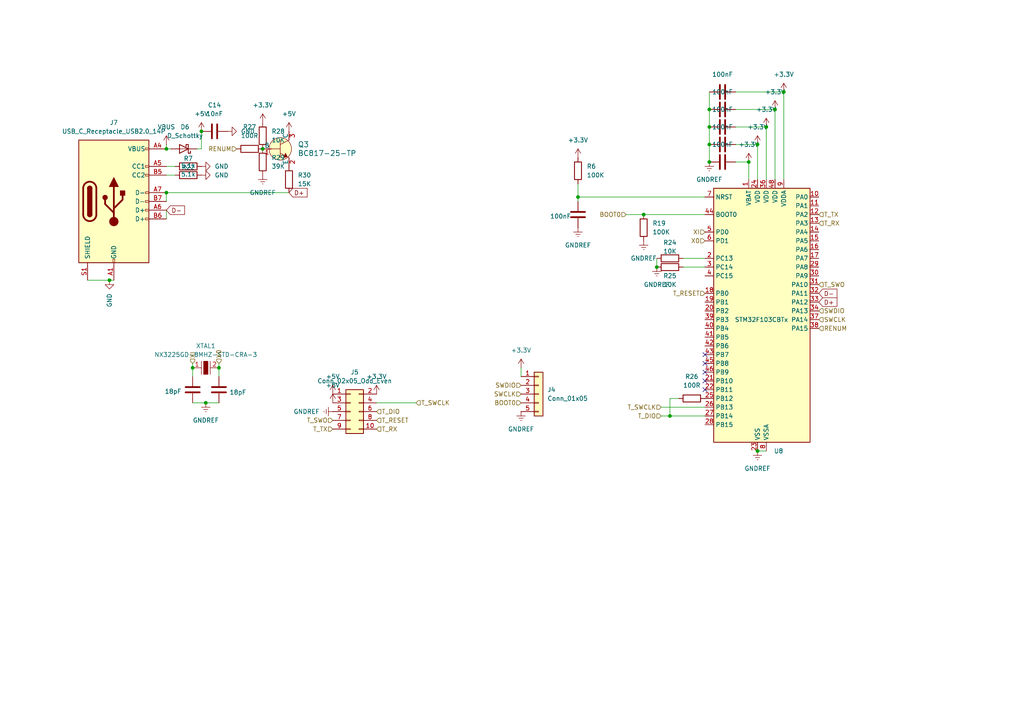
<source format=kicad_sch>
(kicad_sch
	(version 20250114)
	(generator "eeschema")
	(generator_version "9.0")
	(uuid "cd688774-86f8-41d8-a166-27fad7be2493")
	(paper "A4")
	(lib_symbols
		(symbol "+5V_1"
			(power)
			(pin_numbers
				(hide yes)
			)
			(pin_names
				(offset 0)
				(hide yes)
			)
			(exclude_from_sim no)
			(in_bom yes)
			(on_board yes)
			(property "Reference" "#PWR"
				(at 0 -3.81 0)
				(effects
					(font
						(size 1.27 1.27)
					)
					(hide yes)
				)
			)
			(property "Value" "+5V"
				(at 0 3.556 0)
				(effects
					(font
						(size 1.27 1.27)
					)
				)
			)
			(property "Footprint" ""
				(at 0 0 0)
				(effects
					(font
						(size 1.27 1.27)
					)
					(hide yes)
				)
			)
			(property "Datasheet" ""
				(at 0 0 0)
				(effects
					(font
						(size 1.27 1.27)
					)
					(hide yes)
				)
			)
			(property "Description" "Power symbol creates a global label with name \"+5V\""
				(at 0 0 0)
				(effects
					(font
						(size 1.27 1.27)
					)
					(hide yes)
				)
			)
			(property "ki_keywords" "global power"
				(at 0 0 0)
				(effects
					(font
						(size 1.27 1.27)
					)
					(hide yes)
				)
			)
			(symbol "+5V_1_0_1"
				(polyline
					(pts
						(xy -0.762 1.27) (xy 0 2.54)
					)
					(stroke
						(width 0)
						(type default)
					)
					(fill
						(type none)
					)
				)
				(polyline
					(pts
						(xy 0 2.54) (xy 0.762 1.27)
					)
					(stroke
						(width 0)
						(type default)
					)
					(fill
						(type none)
					)
				)
				(polyline
					(pts
						(xy 0 0) (xy 0 2.54)
					)
					(stroke
						(width 0)
						(type default)
					)
					(fill
						(type none)
					)
				)
			)
			(symbol "+5V_1_1_1"
				(pin power_in line
					(at 0 0 90)
					(length 0)
					(name "~"
						(effects
							(font
								(size 1.27 1.27)
							)
						)
					)
					(number "1"
						(effects
							(font
								(size 1.27 1.27)
							)
						)
					)
				)
			)
			(embedded_fonts no)
		)
		(symbol "Connector:USB_C_Receptacle_USB2.0_14P"
			(pin_names
				(offset 1.016)
			)
			(exclude_from_sim no)
			(in_bom yes)
			(on_board yes)
			(property "Reference" "J"
				(at 0 22.225 0)
				(effects
					(font
						(size 1.27 1.27)
					)
				)
			)
			(property "Value" "USB_C_Receptacle_USB2.0_14P"
				(at 0 19.685 0)
				(effects
					(font
						(size 1.27 1.27)
					)
				)
			)
			(property "Footprint" ""
				(at 3.81 0 0)
				(effects
					(font
						(size 1.27 1.27)
					)
					(hide yes)
				)
			)
			(property "Datasheet" "https://www.usb.org/sites/default/files/documents/usb_type-c.zip"
				(at 3.81 0 0)
				(effects
					(font
						(size 1.27 1.27)
					)
					(hide yes)
				)
			)
			(property "Description" "USB 2.0-only 14P Type-C Receptacle connector"
				(at 0 0 0)
				(effects
					(font
						(size 1.27 1.27)
					)
					(hide yes)
				)
			)
			(property "ki_keywords" "usb universal serial bus type-C USB2.0"
				(at 0 0 0)
				(effects
					(font
						(size 1.27 1.27)
					)
					(hide yes)
				)
			)
			(property "ki_fp_filters" "USB*C*Receptacle*"
				(at 0 0 0)
				(effects
					(font
						(size 1.27 1.27)
					)
					(hide yes)
				)
			)
			(symbol "USB_C_Receptacle_USB2.0_14P_0_0"
				(rectangle
					(start -0.254 -17.78)
					(end 0.254 -16.764)
					(stroke
						(width 0)
						(type default)
					)
					(fill
						(type none)
					)
				)
				(rectangle
					(start 10.16 15.494)
					(end 9.144 14.986)
					(stroke
						(width 0)
						(type default)
					)
					(fill
						(type none)
					)
				)
				(rectangle
					(start 10.16 10.414)
					(end 9.144 9.906)
					(stroke
						(width 0)
						(type default)
					)
					(fill
						(type none)
					)
				)
				(rectangle
					(start 10.16 7.874)
					(end 9.144 7.366)
					(stroke
						(width 0)
						(type default)
					)
					(fill
						(type none)
					)
				)
				(rectangle
					(start 10.16 2.794)
					(end 9.144 2.286)
					(stroke
						(width 0)
						(type default)
					)
					(fill
						(type none)
					)
				)
				(rectangle
					(start 10.16 0.254)
					(end 9.144 -0.254)
					(stroke
						(width 0)
						(type default)
					)
					(fill
						(type none)
					)
				)
				(rectangle
					(start 10.16 -2.286)
					(end 9.144 -2.794)
					(stroke
						(width 0)
						(type default)
					)
					(fill
						(type none)
					)
				)
				(rectangle
					(start 10.16 -4.826)
					(end 9.144 -5.334)
					(stroke
						(width 0)
						(type default)
					)
					(fill
						(type none)
					)
				)
			)
			(symbol "USB_C_Receptacle_USB2.0_14P_0_1"
				(rectangle
					(start -10.16 17.78)
					(end 10.16 -17.78)
					(stroke
						(width 0.254)
						(type default)
					)
					(fill
						(type background)
					)
				)
				(polyline
					(pts
						(xy -8.89 -3.81) (xy -8.89 3.81)
					)
					(stroke
						(width 0.508)
						(type default)
					)
					(fill
						(type none)
					)
				)
				(rectangle
					(start -7.62 -3.81)
					(end -6.35 3.81)
					(stroke
						(width 0.254)
						(type default)
					)
					(fill
						(type outline)
					)
				)
				(arc
					(start -7.62 3.81)
					(mid -6.985 4.4423)
					(end -6.35 3.81)
					(stroke
						(width 0.254)
						(type default)
					)
					(fill
						(type none)
					)
				)
				(arc
					(start -7.62 3.81)
					(mid -6.985 4.4423)
					(end -6.35 3.81)
					(stroke
						(width 0.254)
						(type default)
					)
					(fill
						(type outline)
					)
				)
				(arc
					(start -8.89 3.81)
					(mid -6.985 5.7067)
					(end -5.08 3.81)
					(stroke
						(width 0.508)
						(type default)
					)
					(fill
						(type none)
					)
				)
				(arc
					(start -5.08 -3.81)
					(mid -6.985 -5.7067)
					(end -8.89 -3.81)
					(stroke
						(width 0.508)
						(type default)
					)
					(fill
						(type none)
					)
				)
				(arc
					(start -6.35 -3.81)
					(mid -6.985 -4.4423)
					(end -7.62 -3.81)
					(stroke
						(width 0.254)
						(type default)
					)
					(fill
						(type none)
					)
				)
				(arc
					(start -6.35 -3.81)
					(mid -6.985 -4.4423)
					(end -7.62 -3.81)
					(stroke
						(width 0.254)
						(type default)
					)
					(fill
						(type outline)
					)
				)
				(polyline
					(pts
						(xy -5.08 3.81) (xy -5.08 -3.81)
					)
					(stroke
						(width 0.508)
						(type default)
					)
					(fill
						(type none)
					)
				)
				(circle
					(center -2.54 1.143)
					(radius 0.635)
					(stroke
						(width 0.254)
						(type default)
					)
					(fill
						(type outline)
					)
				)
				(polyline
					(pts
						(xy -1.27 4.318) (xy 0 6.858) (xy 1.27 4.318) (xy -1.27 4.318)
					)
					(stroke
						(width 0.254)
						(type default)
					)
					(fill
						(type outline)
					)
				)
				(polyline
					(pts
						(xy 0 -2.032) (xy 2.54 0.508) (xy 2.54 1.778)
					)
					(stroke
						(width 0.508)
						(type default)
					)
					(fill
						(type none)
					)
				)
				(polyline
					(pts
						(xy 0 -3.302) (xy -2.54 -0.762) (xy -2.54 0.508)
					)
					(stroke
						(width 0.508)
						(type default)
					)
					(fill
						(type none)
					)
				)
				(polyline
					(pts
						(xy 0 -5.842) (xy 0 4.318)
					)
					(stroke
						(width 0.508)
						(type default)
					)
					(fill
						(type none)
					)
				)
				(circle
					(center 0 -5.842)
					(radius 1.27)
					(stroke
						(width 0)
						(type default)
					)
					(fill
						(type outline)
					)
				)
				(rectangle
					(start 1.905 1.778)
					(end 3.175 3.048)
					(stroke
						(width 0.254)
						(type default)
					)
					(fill
						(type outline)
					)
				)
			)
			(symbol "USB_C_Receptacle_USB2.0_14P_1_1"
				(pin passive line
					(at -7.62 -22.86 90)
					(length 5.08)
					(name "SHIELD"
						(effects
							(font
								(size 1.27 1.27)
							)
						)
					)
					(number "S1"
						(effects
							(font
								(size 1.27 1.27)
							)
						)
					)
				)
				(pin passive line
					(at 0 -22.86 90)
					(length 5.08)
					(name "GND"
						(effects
							(font
								(size 1.27 1.27)
							)
						)
					)
					(number "A1"
						(effects
							(font
								(size 1.27 1.27)
							)
						)
					)
				)
				(pin passive line
					(at 0 -22.86 90)
					(length 5.08)
					(hide yes)
					(name "GND"
						(effects
							(font
								(size 1.27 1.27)
							)
						)
					)
					(number "A12"
						(effects
							(font
								(size 1.27 1.27)
							)
						)
					)
				)
				(pin passive line
					(at 0 -22.86 90)
					(length 5.08)
					(hide yes)
					(name "GND"
						(effects
							(font
								(size 1.27 1.27)
							)
						)
					)
					(number "B1"
						(effects
							(font
								(size 1.27 1.27)
							)
						)
					)
				)
				(pin passive line
					(at 0 -22.86 90)
					(length 5.08)
					(hide yes)
					(name "GND"
						(effects
							(font
								(size 1.27 1.27)
							)
						)
					)
					(number "B12"
						(effects
							(font
								(size 1.27 1.27)
							)
						)
					)
				)
				(pin passive line
					(at 15.24 15.24 180)
					(length 5.08)
					(name "VBUS"
						(effects
							(font
								(size 1.27 1.27)
							)
						)
					)
					(number "A4"
						(effects
							(font
								(size 1.27 1.27)
							)
						)
					)
				)
				(pin passive line
					(at 15.24 15.24 180)
					(length 5.08)
					(hide yes)
					(name "VBUS"
						(effects
							(font
								(size 1.27 1.27)
							)
						)
					)
					(number "A9"
						(effects
							(font
								(size 1.27 1.27)
							)
						)
					)
				)
				(pin passive line
					(at 15.24 15.24 180)
					(length 5.08)
					(hide yes)
					(name "VBUS"
						(effects
							(font
								(size 1.27 1.27)
							)
						)
					)
					(number "B4"
						(effects
							(font
								(size 1.27 1.27)
							)
						)
					)
				)
				(pin passive line
					(at 15.24 15.24 180)
					(length 5.08)
					(hide yes)
					(name "VBUS"
						(effects
							(font
								(size 1.27 1.27)
							)
						)
					)
					(number "B9"
						(effects
							(font
								(size 1.27 1.27)
							)
						)
					)
				)
				(pin bidirectional line
					(at 15.24 10.16 180)
					(length 5.08)
					(name "CC1"
						(effects
							(font
								(size 1.27 1.27)
							)
						)
					)
					(number "A5"
						(effects
							(font
								(size 1.27 1.27)
							)
						)
					)
				)
				(pin bidirectional line
					(at 15.24 7.62 180)
					(length 5.08)
					(name "CC2"
						(effects
							(font
								(size 1.27 1.27)
							)
						)
					)
					(number "B5"
						(effects
							(font
								(size 1.27 1.27)
							)
						)
					)
				)
				(pin bidirectional line
					(at 15.24 2.54 180)
					(length 5.08)
					(name "D-"
						(effects
							(font
								(size 1.27 1.27)
							)
						)
					)
					(number "A7"
						(effects
							(font
								(size 1.27 1.27)
							)
						)
					)
				)
				(pin bidirectional line
					(at 15.24 0 180)
					(length 5.08)
					(name "D-"
						(effects
							(font
								(size 1.27 1.27)
							)
						)
					)
					(number "B7"
						(effects
							(font
								(size 1.27 1.27)
							)
						)
					)
				)
				(pin bidirectional line
					(at 15.24 -2.54 180)
					(length 5.08)
					(name "D+"
						(effects
							(font
								(size 1.27 1.27)
							)
						)
					)
					(number "A6"
						(effects
							(font
								(size 1.27 1.27)
							)
						)
					)
				)
				(pin bidirectional line
					(at 15.24 -5.08 180)
					(length 5.08)
					(name "D+"
						(effects
							(font
								(size 1.27 1.27)
							)
						)
					)
					(number "B6"
						(effects
							(font
								(size 1.27 1.27)
							)
						)
					)
				)
			)
			(embedded_fonts no)
		)
		(symbol "Connector_Generic:Conn_01x05"
			(pin_names
				(offset 1.016)
				(hide yes)
			)
			(exclude_from_sim no)
			(in_bom yes)
			(on_board yes)
			(property "Reference" "J"
				(at 0 7.62 0)
				(effects
					(font
						(size 1.27 1.27)
					)
				)
			)
			(property "Value" "Conn_01x05"
				(at 0 -7.62 0)
				(effects
					(font
						(size 1.27 1.27)
					)
				)
			)
			(property "Footprint" ""
				(at 0 0 0)
				(effects
					(font
						(size 1.27 1.27)
					)
					(hide yes)
				)
			)
			(property "Datasheet" "~"
				(at 0 0 0)
				(effects
					(font
						(size 1.27 1.27)
					)
					(hide yes)
				)
			)
			(property "Description" "Generic connector, single row, 01x05, script generated (kicad-library-utils/schlib/autogen/connector/)"
				(at 0 0 0)
				(effects
					(font
						(size 1.27 1.27)
					)
					(hide yes)
				)
			)
			(property "ki_keywords" "connector"
				(at 0 0 0)
				(effects
					(font
						(size 1.27 1.27)
					)
					(hide yes)
				)
			)
			(property "ki_fp_filters" "Connector*:*_1x??_*"
				(at 0 0 0)
				(effects
					(font
						(size 1.27 1.27)
					)
					(hide yes)
				)
			)
			(symbol "Conn_01x05_1_1"
				(rectangle
					(start -1.27 6.35)
					(end 1.27 -6.35)
					(stroke
						(width 0.254)
						(type default)
					)
					(fill
						(type background)
					)
				)
				(rectangle
					(start -1.27 5.207)
					(end 0 4.953)
					(stroke
						(width 0.1524)
						(type default)
					)
					(fill
						(type none)
					)
				)
				(rectangle
					(start -1.27 2.667)
					(end 0 2.413)
					(stroke
						(width 0.1524)
						(type default)
					)
					(fill
						(type none)
					)
				)
				(rectangle
					(start -1.27 0.127)
					(end 0 -0.127)
					(stroke
						(width 0.1524)
						(type default)
					)
					(fill
						(type none)
					)
				)
				(rectangle
					(start -1.27 -2.413)
					(end 0 -2.667)
					(stroke
						(width 0.1524)
						(type default)
					)
					(fill
						(type none)
					)
				)
				(rectangle
					(start -1.27 -4.953)
					(end 0 -5.207)
					(stroke
						(width 0.1524)
						(type default)
					)
					(fill
						(type none)
					)
				)
				(pin passive line
					(at -5.08 5.08 0)
					(length 3.81)
					(name "Pin_1"
						(effects
							(font
								(size 1.27 1.27)
							)
						)
					)
					(number "1"
						(effects
							(font
								(size 1.27 1.27)
							)
						)
					)
				)
				(pin passive line
					(at -5.08 2.54 0)
					(length 3.81)
					(name "Pin_2"
						(effects
							(font
								(size 1.27 1.27)
							)
						)
					)
					(number "2"
						(effects
							(font
								(size 1.27 1.27)
							)
						)
					)
				)
				(pin passive line
					(at -5.08 0 0)
					(length 3.81)
					(name "Pin_3"
						(effects
							(font
								(size 1.27 1.27)
							)
						)
					)
					(number "3"
						(effects
							(font
								(size 1.27 1.27)
							)
						)
					)
				)
				(pin passive line
					(at -5.08 -2.54 0)
					(length 3.81)
					(name "Pin_4"
						(effects
							(font
								(size 1.27 1.27)
							)
						)
					)
					(number "4"
						(effects
							(font
								(size 1.27 1.27)
							)
						)
					)
				)
				(pin passive line
					(at -5.08 -5.08 0)
					(length 3.81)
					(name "Pin_5"
						(effects
							(font
								(size 1.27 1.27)
							)
						)
					)
					(number "5"
						(effects
							(font
								(size 1.27 1.27)
							)
						)
					)
				)
			)
			(embedded_fonts no)
		)
		(symbol "Connector_Generic:Conn_02x05_Odd_Even"
			(pin_names
				(offset 1.016)
				(hide yes)
			)
			(exclude_from_sim no)
			(in_bom yes)
			(on_board yes)
			(property "Reference" "J"
				(at 1.27 7.62 0)
				(effects
					(font
						(size 1.27 1.27)
					)
				)
			)
			(property "Value" "Conn_02x05_Odd_Even"
				(at 1.27 -7.62 0)
				(effects
					(font
						(size 1.27 1.27)
					)
				)
			)
			(property "Footprint" ""
				(at 0 0 0)
				(effects
					(font
						(size 1.27 1.27)
					)
					(hide yes)
				)
			)
			(property "Datasheet" "~"
				(at 0 0 0)
				(effects
					(font
						(size 1.27 1.27)
					)
					(hide yes)
				)
			)
			(property "Description" "Generic connector, double row, 02x05, odd/even pin numbering scheme (row 1 odd numbers, row 2 even numbers), script generated (kicad-library-utils/schlib/autogen/connector/)"
				(at 0 0 0)
				(effects
					(font
						(size 1.27 1.27)
					)
					(hide yes)
				)
			)
			(property "ki_keywords" "connector"
				(at 0 0 0)
				(effects
					(font
						(size 1.27 1.27)
					)
					(hide yes)
				)
			)
			(property "ki_fp_filters" "Connector*:*_2x??_*"
				(at 0 0 0)
				(effects
					(font
						(size 1.27 1.27)
					)
					(hide yes)
				)
			)
			(symbol "Conn_02x05_Odd_Even_1_1"
				(rectangle
					(start -1.27 6.35)
					(end 3.81 -6.35)
					(stroke
						(width 0.254)
						(type default)
					)
					(fill
						(type background)
					)
				)
				(rectangle
					(start -1.27 5.207)
					(end 0 4.953)
					(stroke
						(width 0.1524)
						(type default)
					)
					(fill
						(type none)
					)
				)
				(rectangle
					(start -1.27 2.667)
					(end 0 2.413)
					(stroke
						(width 0.1524)
						(type default)
					)
					(fill
						(type none)
					)
				)
				(rectangle
					(start -1.27 0.127)
					(end 0 -0.127)
					(stroke
						(width 0.1524)
						(type default)
					)
					(fill
						(type none)
					)
				)
				(rectangle
					(start -1.27 -2.413)
					(end 0 -2.667)
					(stroke
						(width 0.1524)
						(type default)
					)
					(fill
						(type none)
					)
				)
				(rectangle
					(start -1.27 -4.953)
					(end 0 -5.207)
					(stroke
						(width 0.1524)
						(type default)
					)
					(fill
						(type none)
					)
				)
				(rectangle
					(start 3.81 5.207)
					(end 2.54 4.953)
					(stroke
						(width 0.1524)
						(type default)
					)
					(fill
						(type none)
					)
				)
				(rectangle
					(start 3.81 2.667)
					(end 2.54 2.413)
					(stroke
						(width 0.1524)
						(type default)
					)
					(fill
						(type none)
					)
				)
				(rectangle
					(start 3.81 0.127)
					(end 2.54 -0.127)
					(stroke
						(width 0.1524)
						(type default)
					)
					(fill
						(type none)
					)
				)
				(rectangle
					(start 3.81 -2.413)
					(end 2.54 -2.667)
					(stroke
						(width 0.1524)
						(type default)
					)
					(fill
						(type none)
					)
				)
				(rectangle
					(start 3.81 -4.953)
					(end 2.54 -5.207)
					(stroke
						(width 0.1524)
						(type default)
					)
					(fill
						(type none)
					)
				)
				(pin passive line
					(at -5.08 5.08 0)
					(length 3.81)
					(name "Pin_1"
						(effects
							(font
								(size 1.27 1.27)
							)
						)
					)
					(number "1"
						(effects
							(font
								(size 1.27 1.27)
							)
						)
					)
				)
				(pin passive line
					(at -5.08 2.54 0)
					(length 3.81)
					(name "Pin_3"
						(effects
							(font
								(size 1.27 1.27)
							)
						)
					)
					(number "3"
						(effects
							(font
								(size 1.27 1.27)
							)
						)
					)
				)
				(pin passive line
					(at -5.08 0 0)
					(length 3.81)
					(name "Pin_5"
						(effects
							(font
								(size 1.27 1.27)
							)
						)
					)
					(number "5"
						(effects
							(font
								(size 1.27 1.27)
							)
						)
					)
				)
				(pin passive line
					(at -5.08 -2.54 0)
					(length 3.81)
					(name "Pin_7"
						(effects
							(font
								(size 1.27 1.27)
							)
						)
					)
					(number "7"
						(effects
							(font
								(size 1.27 1.27)
							)
						)
					)
				)
				(pin passive line
					(at -5.08 -5.08 0)
					(length 3.81)
					(name "Pin_9"
						(effects
							(font
								(size 1.27 1.27)
							)
						)
					)
					(number "9"
						(effects
							(font
								(size 1.27 1.27)
							)
						)
					)
				)
				(pin passive line
					(at 7.62 5.08 180)
					(length 3.81)
					(name "Pin_2"
						(effects
							(font
								(size 1.27 1.27)
							)
						)
					)
					(number "2"
						(effects
							(font
								(size 1.27 1.27)
							)
						)
					)
				)
				(pin passive line
					(at 7.62 2.54 180)
					(length 3.81)
					(name "Pin_4"
						(effects
							(font
								(size 1.27 1.27)
							)
						)
					)
					(number "4"
						(effects
							(font
								(size 1.27 1.27)
							)
						)
					)
				)
				(pin passive line
					(at 7.62 0 180)
					(length 3.81)
					(name "Pin_6"
						(effects
							(font
								(size 1.27 1.27)
							)
						)
					)
					(number "6"
						(effects
							(font
								(size 1.27 1.27)
							)
						)
					)
				)
				(pin passive line
					(at 7.62 -2.54 180)
					(length 3.81)
					(name "Pin_8"
						(effects
							(font
								(size 1.27 1.27)
							)
						)
					)
					(number "8"
						(effects
							(font
								(size 1.27 1.27)
							)
						)
					)
				)
				(pin passive line
					(at 7.62 -5.08 180)
					(length 3.81)
					(name "Pin_10"
						(effects
							(font
								(size 1.27 1.27)
							)
						)
					)
					(number "10"
						(effects
							(font
								(size 1.27 1.27)
							)
						)
					)
				)
			)
			(embedded_fonts no)
		)
		(symbol "Device:C"
			(pin_numbers
				(hide yes)
			)
			(pin_names
				(offset 0.254)
			)
			(exclude_from_sim no)
			(in_bom yes)
			(on_board yes)
			(property "Reference" "C"
				(at 0.635 2.54 0)
				(effects
					(font
						(size 1.27 1.27)
					)
					(justify left)
				)
			)
			(property "Value" "C"
				(at 0.635 -2.54 0)
				(effects
					(font
						(size 1.27 1.27)
					)
					(justify left)
				)
			)
			(property "Footprint" ""
				(at 0.9652 -3.81 0)
				(effects
					(font
						(size 1.27 1.27)
					)
					(hide yes)
				)
			)
			(property "Datasheet" "~"
				(at 0 0 0)
				(effects
					(font
						(size 1.27 1.27)
					)
					(hide yes)
				)
			)
			(property "Description" "Unpolarized capacitor"
				(at 0 0 0)
				(effects
					(font
						(size 1.27 1.27)
					)
					(hide yes)
				)
			)
			(property "ki_keywords" "cap capacitor"
				(at 0 0 0)
				(effects
					(font
						(size 1.27 1.27)
					)
					(hide yes)
				)
			)
			(property "ki_fp_filters" "C_*"
				(at 0 0 0)
				(effects
					(font
						(size 1.27 1.27)
					)
					(hide yes)
				)
			)
			(symbol "C_0_1"
				(polyline
					(pts
						(xy -2.032 0.762) (xy 2.032 0.762)
					)
					(stroke
						(width 0.508)
						(type default)
					)
					(fill
						(type none)
					)
				)
				(polyline
					(pts
						(xy -2.032 -0.762) (xy 2.032 -0.762)
					)
					(stroke
						(width 0.508)
						(type default)
					)
					(fill
						(type none)
					)
				)
			)
			(symbol "C_1_1"
				(pin passive line
					(at 0 3.81 270)
					(length 2.794)
					(name "~"
						(effects
							(font
								(size 1.27 1.27)
							)
						)
					)
					(number "1"
						(effects
							(font
								(size 1.27 1.27)
							)
						)
					)
				)
				(pin passive line
					(at 0 -3.81 90)
					(length 2.794)
					(name "~"
						(effects
							(font
								(size 1.27 1.27)
							)
						)
					)
					(number "2"
						(effects
							(font
								(size 1.27 1.27)
							)
						)
					)
				)
			)
			(embedded_fonts no)
		)
		(symbol "Device:D_Schottky"
			(pin_numbers
				(hide yes)
			)
			(pin_names
				(offset 1.016)
				(hide yes)
			)
			(exclude_from_sim no)
			(in_bom yes)
			(on_board yes)
			(property "Reference" "D"
				(at 0 2.54 0)
				(effects
					(font
						(size 1.27 1.27)
					)
				)
			)
			(property "Value" "D_Schottky"
				(at 0 -2.54 0)
				(effects
					(font
						(size 1.27 1.27)
					)
				)
			)
			(property "Footprint" ""
				(at 0 0 0)
				(effects
					(font
						(size 1.27 1.27)
					)
					(hide yes)
				)
			)
			(property "Datasheet" "~"
				(at 0 0 0)
				(effects
					(font
						(size 1.27 1.27)
					)
					(hide yes)
				)
			)
			(property "Description" "Schottky diode"
				(at 0 0 0)
				(effects
					(font
						(size 1.27 1.27)
					)
					(hide yes)
				)
			)
			(property "ki_keywords" "diode Schottky"
				(at 0 0 0)
				(effects
					(font
						(size 1.27 1.27)
					)
					(hide yes)
				)
			)
			(property "ki_fp_filters" "TO-???* *_Diode_* *SingleDiode* D_*"
				(at 0 0 0)
				(effects
					(font
						(size 1.27 1.27)
					)
					(hide yes)
				)
			)
			(symbol "D_Schottky_0_1"
				(polyline
					(pts
						(xy -1.905 0.635) (xy -1.905 1.27) (xy -1.27 1.27) (xy -1.27 -1.27) (xy -0.635 -1.27) (xy -0.635 -0.635)
					)
					(stroke
						(width 0.254)
						(type default)
					)
					(fill
						(type none)
					)
				)
				(polyline
					(pts
						(xy 1.27 1.27) (xy 1.27 -1.27) (xy -1.27 0) (xy 1.27 1.27)
					)
					(stroke
						(width 0.254)
						(type default)
					)
					(fill
						(type none)
					)
				)
				(polyline
					(pts
						(xy 1.27 0) (xy -1.27 0)
					)
					(stroke
						(width 0)
						(type default)
					)
					(fill
						(type none)
					)
				)
			)
			(symbol "D_Schottky_1_1"
				(pin passive line
					(at -3.81 0 0)
					(length 2.54)
					(name "K"
						(effects
							(font
								(size 1.27 1.27)
							)
						)
					)
					(number "1"
						(effects
							(font
								(size 1.27 1.27)
							)
						)
					)
				)
				(pin passive line
					(at 3.81 0 180)
					(length 2.54)
					(name "A"
						(effects
							(font
								(size 1.27 1.27)
							)
						)
					)
					(number "2"
						(effects
							(font
								(size 1.27 1.27)
							)
						)
					)
				)
			)
			(embedded_fonts no)
		)
		(symbol "Device:R"
			(pin_numbers
				(hide yes)
			)
			(pin_names
				(offset 0)
			)
			(exclude_from_sim no)
			(in_bom yes)
			(on_board yes)
			(property "Reference" "R"
				(at 2.032 0 90)
				(effects
					(font
						(size 1.27 1.27)
					)
				)
			)
			(property "Value" "R"
				(at 0 0 90)
				(effects
					(font
						(size 1.27 1.27)
					)
				)
			)
			(property "Footprint" ""
				(at -1.778 0 90)
				(effects
					(font
						(size 1.27 1.27)
					)
					(hide yes)
				)
			)
			(property "Datasheet" "~"
				(at 0 0 0)
				(effects
					(font
						(size 1.27 1.27)
					)
					(hide yes)
				)
			)
			(property "Description" "Resistor"
				(at 0 0 0)
				(effects
					(font
						(size 1.27 1.27)
					)
					(hide yes)
				)
			)
			(property "ki_keywords" "R res resistor"
				(at 0 0 0)
				(effects
					(font
						(size 1.27 1.27)
					)
					(hide yes)
				)
			)
			(property "ki_fp_filters" "R_*"
				(at 0 0 0)
				(effects
					(font
						(size 1.27 1.27)
					)
					(hide yes)
				)
			)
			(symbol "R_0_1"
				(rectangle
					(start -1.016 -2.54)
					(end 1.016 2.54)
					(stroke
						(width 0.254)
						(type default)
					)
					(fill
						(type none)
					)
				)
			)
			(symbol "R_1_1"
				(pin passive line
					(at 0 3.81 270)
					(length 1.27)
					(name "~"
						(effects
							(font
								(size 1.27 1.27)
							)
						)
					)
					(number "1"
						(effects
							(font
								(size 1.27 1.27)
							)
						)
					)
				)
				(pin passive line
					(at 0 -3.81 90)
					(length 1.27)
					(name "~"
						(effects
							(font
								(size 1.27 1.27)
							)
						)
					)
					(number "2"
						(effects
							(font
								(size 1.27 1.27)
							)
						)
					)
				)
			)
			(embedded_fonts no)
		)
		(symbol "MCU_ST_STM32F1:STM32F103CBTx"
			(exclude_from_sim no)
			(in_bom yes)
			(on_board yes)
			(property "Reference" "U"
				(at -12.7 39.37 0)
				(effects
					(font
						(size 1.27 1.27)
					)
					(justify left)
				)
			)
			(property "Value" "STM32F103CBTx"
				(at 10.16 39.37 0)
				(effects
					(font
						(size 1.27 1.27)
					)
					(justify left)
				)
			)
			(property "Footprint" "Package_QFP:LQFP-48_7x7mm_P0.5mm"
				(at -12.7 -35.56 0)
				(effects
					(font
						(size 1.27 1.27)
					)
					(justify right)
					(hide yes)
				)
			)
			(property "Datasheet" "https://www.st.com/resource/en/datasheet/stm32f103cb.pdf"
				(at 0 0 0)
				(effects
					(font
						(size 1.27 1.27)
					)
					(hide yes)
				)
			)
			(property "Description" "STMicroelectronics Arm Cortex-M3 MCU, 128KB flash, 20KB RAM, 72 MHz, 2.0-3.6V, 37 GPIO, LQFP48"
				(at 0 0 0)
				(effects
					(font
						(size 1.27 1.27)
					)
					(hide yes)
				)
			)
			(property "ki_locked" ""
				(at 0 0 0)
				(effects
					(font
						(size 1.27 1.27)
					)
				)
			)
			(property "ki_keywords" "Arm Cortex-M3 STM32F1 STM32F103"
				(at 0 0 0)
				(effects
					(font
						(size 1.27 1.27)
					)
					(hide yes)
				)
			)
			(property "ki_fp_filters" "LQFP*7x7mm*P0.5mm*"
				(at 0 0 0)
				(effects
					(font
						(size 1.27 1.27)
					)
					(hide yes)
				)
			)
			(symbol "STM32F103CBTx_0_1"
				(rectangle
					(start -12.7 -35.56)
					(end 15.24 38.1)
					(stroke
						(width 0.254)
						(type default)
					)
					(fill
						(type background)
					)
				)
			)
			(symbol "STM32F103CBTx_1_1"
				(pin input line
					(at -15.24 35.56 0)
					(length 2.54)
					(name "NRST"
						(effects
							(font
								(size 1.27 1.27)
							)
						)
					)
					(number "7"
						(effects
							(font
								(size 1.27 1.27)
							)
						)
					)
				)
				(pin input line
					(at -15.24 30.48 0)
					(length 2.54)
					(name "BOOT0"
						(effects
							(font
								(size 1.27 1.27)
							)
						)
					)
					(number "44"
						(effects
							(font
								(size 1.27 1.27)
							)
						)
					)
				)
				(pin bidirectional line
					(at -15.24 25.4 0)
					(length 2.54)
					(name "PD0"
						(effects
							(font
								(size 1.27 1.27)
							)
						)
					)
					(number "5"
						(effects
							(font
								(size 1.27 1.27)
							)
						)
					)
					(alternate "RCC_OSC_IN" bidirectional line)
				)
				(pin bidirectional line
					(at -15.24 22.86 0)
					(length 2.54)
					(name "PD1"
						(effects
							(font
								(size 1.27 1.27)
							)
						)
					)
					(number "6"
						(effects
							(font
								(size 1.27 1.27)
							)
						)
					)
					(alternate "RCC_OSC_OUT" bidirectional line)
				)
				(pin bidirectional line
					(at -15.24 17.78 0)
					(length 2.54)
					(name "PC13"
						(effects
							(font
								(size 1.27 1.27)
							)
						)
					)
					(number "2"
						(effects
							(font
								(size 1.27 1.27)
							)
						)
					)
					(alternate "RTC_OUT" bidirectional line)
					(alternate "RTC_TAMPER" bidirectional line)
				)
				(pin bidirectional line
					(at -15.24 15.24 0)
					(length 2.54)
					(name "PC14"
						(effects
							(font
								(size 1.27 1.27)
							)
						)
					)
					(number "3"
						(effects
							(font
								(size 1.27 1.27)
							)
						)
					)
					(alternate "RCC_OSC32_IN" bidirectional line)
				)
				(pin bidirectional line
					(at -15.24 12.7 0)
					(length 2.54)
					(name "PC15"
						(effects
							(font
								(size 1.27 1.27)
							)
						)
					)
					(number "4"
						(effects
							(font
								(size 1.27 1.27)
							)
						)
					)
					(alternate "ADC1_EXTI15" bidirectional line)
					(alternate "ADC2_EXTI15" bidirectional line)
					(alternate "RCC_OSC32_OUT" bidirectional line)
				)
				(pin bidirectional line
					(at -15.24 7.62 0)
					(length 2.54)
					(name "PB0"
						(effects
							(font
								(size 1.27 1.27)
							)
						)
					)
					(number "18"
						(effects
							(font
								(size 1.27 1.27)
							)
						)
					)
					(alternate "ADC1_IN8" bidirectional line)
					(alternate "ADC2_IN8" bidirectional line)
					(alternate "TIM1_CH2N" bidirectional line)
					(alternate "TIM3_CH3" bidirectional line)
				)
				(pin bidirectional line
					(at -15.24 5.08 0)
					(length 2.54)
					(name "PB1"
						(effects
							(font
								(size 1.27 1.27)
							)
						)
					)
					(number "19"
						(effects
							(font
								(size 1.27 1.27)
							)
						)
					)
					(alternate "ADC1_IN9" bidirectional line)
					(alternate "ADC2_IN9" bidirectional line)
					(alternate "TIM1_CH3N" bidirectional line)
					(alternate "TIM3_CH4" bidirectional line)
				)
				(pin bidirectional line
					(at -15.24 2.54 0)
					(length 2.54)
					(name "PB2"
						(effects
							(font
								(size 1.27 1.27)
							)
						)
					)
					(number "20"
						(effects
							(font
								(size 1.27 1.27)
							)
						)
					)
				)
				(pin bidirectional line
					(at -15.24 0 0)
					(length 2.54)
					(name "PB3"
						(effects
							(font
								(size 1.27 1.27)
							)
						)
					)
					(number "39"
						(effects
							(font
								(size 1.27 1.27)
							)
						)
					)
					(alternate "SPI1_SCK" bidirectional line)
					(alternate "SYS_JTDO-TRACESWO" bidirectional line)
					(alternate "TIM2_CH2" bidirectional line)
				)
				(pin bidirectional line
					(at -15.24 -2.54 0)
					(length 2.54)
					(name "PB4"
						(effects
							(font
								(size 1.27 1.27)
							)
						)
					)
					(number "40"
						(effects
							(font
								(size 1.27 1.27)
							)
						)
					)
					(alternate "SPI1_MISO" bidirectional line)
					(alternate "SYS_NJTRST" bidirectional line)
					(alternate "TIM3_CH1" bidirectional line)
				)
				(pin bidirectional line
					(at -15.24 -5.08 0)
					(length 2.54)
					(name "PB5"
						(effects
							(font
								(size 1.27 1.27)
							)
						)
					)
					(number "41"
						(effects
							(font
								(size 1.27 1.27)
							)
						)
					)
					(alternate "I2C1_SMBA" bidirectional line)
					(alternate "SPI1_MOSI" bidirectional line)
					(alternate "TIM3_CH2" bidirectional line)
				)
				(pin bidirectional line
					(at -15.24 -7.62 0)
					(length 2.54)
					(name "PB6"
						(effects
							(font
								(size 1.27 1.27)
							)
						)
					)
					(number "42"
						(effects
							(font
								(size 1.27 1.27)
							)
						)
					)
					(alternate "I2C1_SCL" bidirectional line)
					(alternate "TIM4_CH1" bidirectional line)
					(alternate "USART1_TX" bidirectional line)
				)
				(pin bidirectional line
					(at -15.24 -10.16 0)
					(length 2.54)
					(name "PB7"
						(effects
							(font
								(size 1.27 1.27)
							)
						)
					)
					(number "43"
						(effects
							(font
								(size 1.27 1.27)
							)
						)
					)
					(alternate "I2C1_SDA" bidirectional line)
					(alternate "TIM4_CH2" bidirectional line)
					(alternate "USART1_RX" bidirectional line)
				)
				(pin bidirectional line
					(at -15.24 -12.7 0)
					(length 2.54)
					(name "PB8"
						(effects
							(font
								(size 1.27 1.27)
							)
						)
					)
					(number "45"
						(effects
							(font
								(size 1.27 1.27)
							)
						)
					)
					(alternate "CAN_RX" bidirectional line)
					(alternate "I2C1_SCL" bidirectional line)
					(alternate "TIM4_CH3" bidirectional line)
				)
				(pin bidirectional line
					(at -15.24 -15.24 0)
					(length 2.54)
					(name "PB9"
						(effects
							(font
								(size 1.27 1.27)
							)
						)
					)
					(number "46"
						(effects
							(font
								(size 1.27 1.27)
							)
						)
					)
					(alternate "CAN_TX" bidirectional line)
					(alternate "I2C1_SDA" bidirectional line)
					(alternate "TIM4_CH4" bidirectional line)
				)
				(pin bidirectional line
					(at -15.24 -17.78 0)
					(length 2.54)
					(name "PB10"
						(effects
							(font
								(size 1.27 1.27)
							)
						)
					)
					(number "21"
						(effects
							(font
								(size 1.27 1.27)
							)
						)
					)
					(alternate "I2C2_SCL" bidirectional line)
					(alternate "TIM2_CH3" bidirectional line)
					(alternate "USART3_TX" bidirectional line)
				)
				(pin bidirectional line
					(at -15.24 -20.32 0)
					(length 2.54)
					(name "PB11"
						(effects
							(font
								(size 1.27 1.27)
							)
						)
					)
					(number "22"
						(effects
							(font
								(size 1.27 1.27)
							)
						)
					)
					(alternate "ADC1_EXTI11" bidirectional line)
					(alternate "ADC2_EXTI11" bidirectional line)
					(alternate "I2C2_SDA" bidirectional line)
					(alternate "TIM2_CH4" bidirectional line)
					(alternate "USART3_RX" bidirectional line)
				)
				(pin bidirectional line
					(at -15.24 -22.86 0)
					(length 2.54)
					(name "PB12"
						(effects
							(font
								(size 1.27 1.27)
							)
						)
					)
					(number "25"
						(effects
							(font
								(size 1.27 1.27)
							)
						)
					)
					(alternate "I2C2_SMBA" bidirectional line)
					(alternate "SPI2_NSS" bidirectional line)
					(alternate "TIM1_BKIN" bidirectional line)
					(alternate "USART3_CK" bidirectional line)
				)
				(pin bidirectional line
					(at -15.24 -25.4 0)
					(length 2.54)
					(name "PB13"
						(effects
							(font
								(size 1.27 1.27)
							)
						)
					)
					(number "26"
						(effects
							(font
								(size 1.27 1.27)
							)
						)
					)
					(alternate "SPI2_SCK" bidirectional line)
					(alternate "TIM1_CH1N" bidirectional line)
					(alternate "USART3_CTS" bidirectional line)
				)
				(pin bidirectional line
					(at -15.24 -27.94 0)
					(length 2.54)
					(name "PB14"
						(effects
							(font
								(size 1.27 1.27)
							)
						)
					)
					(number "27"
						(effects
							(font
								(size 1.27 1.27)
							)
						)
					)
					(alternate "SPI2_MISO" bidirectional line)
					(alternate "TIM1_CH2N" bidirectional line)
					(alternate "USART3_RTS" bidirectional line)
				)
				(pin bidirectional line
					(at -15.24 -30.48 0)
					(length 2.54)
					(name "PB15"
						(effects
							(font
								(size 1.27 1.27)
							)
						)
					)
					(number "28"
						(effects
							(font
								(size 1.27 1.27)
							)
						)
					)
					(alternate "ADC1_EXTI15" bidirectional line)
					(alternate "ADC2_EXTI15" bidirectional line)
					(alternate "SPI2_MOSI" bidirectional line)
					(alternate "TIM1_CH3N" bidirectional line)
				)
				(pin power_in line
					(at -2.54 40.64 270)
					(length 2.54)
					(name "VBAT"
						(effects
							(font
								(size 1.27 1.27)
							)
						)
					)
					(number "1"
						(effects
							(font
								(size 1.27 1.27)
							)
						)
					)
				)
				(pin power_in line
					(at 0 40.64 270)
					(length 2.54)
					(name "VDD"
						(effects
							(font
								(size 1.27 1.27)
							)
						)
					)
					(number "24"
						(effects
							(font
								(size 1.27 1.27)
							)
						)
					)
				)
				(pin power_in line
					(at 0 -38.1 90)
					(length 2.54)
					(name "VSS"
						(effects
							(font
								(size 1.27 1.27)
							)
						)
					)
					(number "23"
						(effects
							(font
								(size 1.27 1.27)
							)
						)
					)
				)
				(pin passive line
					(at 0 -38.1 90)
					(length 2.54)
					(hide yes)
					(name "VSS"
						(effects
							(font
								(size 1.27 1.27)
							)
						)
					)
					(number "35"
						(effects
							(font
								(size 1.27 1.27)
							)
						)
					)
				)
				(pin passive line
					(at 0 -38.1 90)
					(length 2.54)
					(hide yes)
					(name "VSS"
						(effects
							(font
								(size 1.27 1.27)
							)
						)
					)
					(number "47"
						(effects
							(font
								(size 1.27 1.27)
							)
						)
					)
				)
				(pin power_in line
					(at 2.54 40.64 270)
					(length 2.54)
					(name "VDD"
						(effects
							(font
								(size 1.27 1.27)
							)
						)
					)
					(number "36"
						(effects
							(font
								(size 1.27 1.27)
							)
						)
					)
				)
				(pin power_in line
					(at 2.54 -38.1 90)
					(length 2.54)
					(name "VSSA"
						(effects
							(font
								(size 1.27 1.27)
							)
						)
					)
					(number "8"
						(effects
							(font
								(size 1.27 1.27)
							)
						)
					)
				)
				(pin power_in line
					(at 5.08 40.64 270)
					(length 2.54)
					(name "VDD"
						(effects
							(font
								(size 1.27 1.27)
							)
						)
					)
					(number "48"
						(effects
							(font
								(size 1.27 1.27)
							)
						)
					)
				)
				(pin power_in line
					(at 7.62 40.64 270)
					(length 2.54)
					(name "VDDA"
						(effects
							(font
								(size 1.27 1.27)
							)
						)
					)
					(number "9"
						(effects
							(font
								(size 1.27 1.27)
							)
						)
					)
				)
				(pin bidirectional line
					(at 17.78 35.56 180)
					(length 2.54)
					(name "PA0"
						(effects
							(font
								(size 1.27 1.27)
							)
						)
					)
					(number "10"
						(effects
							(font
								(size 1.27 1.27)
							)
						)
					)
					(alternate "ADC1_IN0" bidirectional line)
					(alternate "ADC2_IN0" bidirectional line)
					(alternate "SYS_WKUP" bidirectional line)
					(alternate "TIM2_CH1" bidirectional line)
					(alternate "TIM2_ETR" bidirectional line)
					(alternate "USART2_CTS" bidirectional line)
				)
				(pin bidirectional line
					(at 17.78 33.02 180)
					(length 2.54)
					(name "PA1"
						(effects
							(font
								(size 1.27 1.27)
							)
						)
					)
					(number "11"
						(effects
							(font
								(size 1.27 1.27)
							)
						)
					)
					(alternate "ADC1_IN1" bidirectional line)
					(alternate "ADC2_IN1" bidirectional line)
					(alternate "TIM2_CH2" bidirectional line)
					(alternate "USART2_RTS" bidirectional line)
				)
				(pin bidirectional line
					(at 17.78 30.48 180)
					(length 2.54)
					(name "PA2"
						(effects
							(font
								(size 1.27 1.27)
							)
						)
					)
					(number "12"
						(effects
							(font
								(size 1.27 1.27)
							)
						)
					)
					(alternate "ADC1_IN2" bidirectional line)
					(alternate "ADC2_IN2" bidirectional line)
					(alternate "TIM2_CH3" bidirectional line)
					(alternate "USART2_TX" bidirectional line)
				)
				(pin bidirectional line
					(at 17.78 27.94 180)
					(length 2.54)
					(name "PA3"
						(effects
							(font
								(size 1.27 1.27)
							)
						)
					)
					(number "13"
						(effects
							(font
								(size 1.27 1.27)
							)
						)
					)
					(alternate "ADC1_IN3" bidirectional line)
					(alternate "ADC2_IN3" bidirectional line)
					(alternate "TIM2_CH4" bidirectional line)
					(alternate "USART2_RX" bidirectional line)
				)
				(pin bidirectional line
					(at 17.78 25.4 180)
					(length 2.54)
					(name "PA4"
						(effects
							(font
								(size 1.27 1.27)
							)
						)
					)
					(number "14"
						(effects
							(font
								(size 1.27 1.27)
							)
						)
					)
					(alternate "ADC1_IN4" bidirectional line)
					(alternate "ADC2_IN4" bidirectional line)
					(alternate "SPI1_NSS" bidirectional line)
					(alternate "USART2_CK" bidirectional line)
				)
				(pin bidirectional line
					(at 17.78 22.86 180)
					(length 2.54)
					(name "PA5"
						(effects
							(font
								(size 1.27 1.27)
							)
						)
					)
					(number "15"
						(effects
							(font
								(size 1.27 1.27)
							)
						)
					)
					(alternate "ADC1_IN5" bidirectional line)
					(alternate "ADC2_IN5" bidirectional line)
					(alternate "SPI1_SCK" bidirectional line)
				)
				(pin bidirectional line
					(at 17.78 20.32 180)
					(length 2.54)
					(name "PA6"
						(effects
							(font
								(size 1.27 1.27)
							)
						)
					)
					(number "16"
						(effects
							(font
								(size 1.27 1.27)
							)
						)
					)
					(alternate "ADC1_IN6" bidirectional line)
					(alternate "ADC2_IN6" bidirectional line)
					(alternate "SPI1_MISO" bidirectional line)
					(alternate "TIM1_BKIN" bidirectional line)
					(alternate "TIM3_CH1" bidirectional line)
				)
				(pin bidirectional line
					(at 17.78 17.78 180)
					(length 2.54)
					(name "PA7"
						(effects
							(font
								(size 1.27 1.27)
							)
						)
					)
					(number "17"
						(effects
							(font
								(size 1.27 1.27)
							)
						)
					)
					(alternate "ADC1_IN7" bidirectional line)
					(alternate "ADC2_IN7" bidirectional line)
					(alternate "SPI1_MOSI" bidirectional line)
					(alternate "TIM1_CH1N" bidirectional line)
					(alternate "TIM3_CH2" bidirectional line)
				)
				(pin bidirectional line
					(at 17.78 15.24 180)
					(length 2.54)
					(name "PA8"
						(effects
							(font
								(size 1.27 1.27)
							)
						)
					)
					(number "29"
						(effects
							(font
								(size 1.27 1.27)
							)
						)
					)
					(alternate "RCC_MCO" bidirectional line)
					(alternate "TIM1_CH1" bidirectional line)
					(alternate "USART1_CK" bidirectional line)
				)
				(pin bidirectional line
					(at 17.78 12.7 180)
					(length 2.54)
					(name "PA9"
						(effects
							(font
								(size 1.27 1.27)
							)
						)
					)
					(number "30"
						(effects
							(font
								(size 1.27 1.27)
							)
						)
					)
					(alternate "TIM1_CH2" bidirectional line)
					(alternate "USART1_TX" bidirectional line)
				)
				(pin bidirectional line
					(at 17.78 10.16 180)
					(length 2.54)
					(name "PA10"
						(effects
							(font
								(size 1.27 1.27)
							)
						)
					)
					(number "31"
						(effects
							(font
								(size 1.27 1.27)
							)
						)
					)
					(alternate "TIM1_CH3" bidirectional line)
					(alternate "USART1_RX" bidirectional line)
				)
				(pin bidirectional line
					(at 17.78 7.62 180)
					(length 2.54)
					(name "PA11"
						(effects
							(font
								(size 1.27 1.27)
							)
						)
					)
					(number "32"
						(effects
							(font
								(size 1.27 1.27)
							)
						)
					)
					(alternate "ADC1_EXTI11" bidirectional line)
					(alternate "ADC2_EXTI11" bidirectional line)
					(alternate "CAN_RX" bidirectional line)
					(alternate "TIM1_CH4" bidirectional line)
					(alternate "USART1_CTS" bidirectional line)
					(alternate "USB_DM" bidirectional line)
				)
				(pin bidirectional line
					(at 17.78 5.08 180)
					(length 2.54)
					(name "PA12"
						(effects
							(font
								(size 1.27 1.27)
							)
						)
					)
					(number "33"
						(effects
							(font
								(size 1.27 1.27)
							)
						)
					)
					(alternate "CAN_TX" bidirectional line)
					(alternate "TIM1_ETR" bidirectional line)
					(alternate "USART1_RTS" bidirectional line)
					(alternate "USB_DP" bidirectional line)
				)
				(pin bidirectional line
					(at 17.78 2.54 180)
					(length 2.54)
					(name "PA13"
						(effects
							(font
								(size 1.27 1.27)
							)
						)
					)
					(number "34"
						(effects
							(font
								(size 1.27 1.27)
							)
						)
					)
					(alternate "SYS_JTMS-SWDIO" bidirectional line)
				)
				(pin bidirectional line
					(at 17.78 0 180)
					(length 2.54)
					(name "PA14"
						(effects
							(font
								(size 1.27 1.27)
							)
						)
					)
					(number "37"
						(effects
							(font
								(size 1.27 1.27)
							)
						)
					)
					(alternate "SYS_JTCK-SWCLK" bidirectional line)
				)
				(pin bidirectional line
					(at 17.78 -2.54 180)
					(length 2.54)
					(name "PA15"
						(effects
							(font
								(size 1.27 1.27)
							)
						)
					)
					(number "38"
						(effects
							(font
								(size 1.27 1.27)
							)
						)
					)
					(alternate "ADC1_EXTI15" bidirectional line)
					(alternate "ADC2_EXTI15" bidirectional line)
					(alternate "SPI1_NSS" bidirectional line)
					(alternate "SYS_JTDI" bidirectional line)
					(alternate "TIM2_CH1" bidirectional line)
					(alternate "TIM2_ETR" bidirectional line)
				)
			)
			(embedded_fonts no)
		)
		(symbol "dk_Crystals:NX3225GD-8MHZ-STD-CRA-3"
			(pin_names
				(offset 1.016)
			)
			(exclude_from_sim no)
			(in_bom yes)
			(on_board yes)
			(property "Reference" "XTAL"
				(at 0 3.81 0)
				(effects
					(font
						(size 1.27 1.27)
					)
				)
			)
			(property "Value" "NX3225GD-8MHZ-STD-CRA-3"
				(at 0 -3.81 0)
				(effects
					(font
						(size 1.27 1.27)
					)
				)
			)
			(property "Footprint" "digikey-footprints:SMD-2_3.2x2.5mm"
				(at 5.08 5.08 0)
				(effects
					(font
						(size 1.524 1.524)
					)
					(justify left)
					(hide yes)
				)
			)
			(property "Datasheet" "http://www.ndk.com/images/products/catalog/c_NX3225GD-STD-CRA-3_e.pdf"
				(at 5.08 7.62 0)
				(effects
					(font
						(size 1.524 1.524)
					)
					(justify left)
					(hide yes)
				)
			)
			(property "Description" "CRYSTAL 8.0000MHZ 8PF SMD"
				(at 0 0 0)
				(effects
					(font
						(size 1.27 1.27)
					)
					(hide yes)
				)
			)
			(property "Digi-Key_PN" "644-1178-1-ND"
				(at 5.08 10.16 0)
				(effects
					(font
						(size 1.524 1.524)
					)
					(justify left)
					(hide yes)
				)
			)
			(property "MPN" "NX3225GD-8MHZ-STD-CRA-3"
				(at 5.08 12.7 0)
				(effects
					(font
						(size 1.524 1.524)
					)
					(justify left)
					(hide yes)
				)
			)
			(property "Category" "Crystals, Oscillators, Resonators"
				(at 5.08 15.24 0)
				(effects
					(font
						(size 1.524 1.524)
					)
					(justify left)
					(hide yes)
				)
			)
			(property "Family" "Crystals"
				(at 5.08 17.78 0)
				(effects
					(font
						(size 1.524 1.524)
					)
					(justify left)
					(hide yes)
				)
			)
			(property "DK_Datasheet_Link" "http://www.ndk.com/images/products/catalog/c_NX3225GD-STD-CRA-3_e.pdf"
				(at 5.08 20.32 0)
				(effects
					(font
						(size 1.524 1.524)
					)
					(justify left)
					(hide yes)
				)
			)
			(property "DK_Detail_Page" "/product-detail/en/ndk-america-inc/NX3225GD-8MHZ-STD-CRA-3/644-1178-1-ND/3125567"
				(at 5.08 22.86 0)
				(effects
					(font
						(size 1.524 1.524)
					)
					(justify left)
					(hide yes)
				)
			)
			(property "Description_1" "CRYSTAL 8.0000MHZ 8PF SMD"
				(at 5.08 25.4 0)
				(effects
					(font
						(size 1.524 1.524)
					)
					(justify left)
					(hide yes)
				)
			)
			(property "Manufacturer" "NDK America, Inc."
				(at 5.08 27.94 0)
				(effects
					(font
						(size 1.524 1.524)
					)
					(justify left)
					(hide yes)
				)
			)
			(property "Status" "Active"
				(at 5.08 30.48 0)
				(effects
					(font
						(size 1.524 1.524)
					)
					(justify left)
					(hide yes)
				)
			)
			(property "ki_keywords" "644-1178-1-ND NX3225GD"
				(at 0 0 0)
				(effects
					(font
						(size 1.27 1.27)
					)
					(hide yes)
				)
			)
			(symbol "NX3225GD-8MHZ-STD-CRA-3_1_1"
				(polyline
					(pts
						(xy -1.27 1.905) (xy -1.27 -1.905)
					)
					(stroke
						(width 0)
						(type solid)
					)
					(fill
						(type none)
					)
				)
				(rectangle
					(start -0.635 1.905)
					(end 0.635 -1.905)
					(stroke
						(width 0)
						(type solid)
					)
					(fill
						(type outline)
					)
				)
				(polyline
					(pts
						(xy 1.27 1.905) (xy 1.27 -1.905)
					)
					(stroke
						(width 0)
						(type solid)
					)
					(fill
						(type none)
					)
				)
				(pin bidirectional line
					(at -3.81 0 0)
					(length 2.54)
					(name "~"
						(effects
							(font
								(size 1.27 1.27)
							)
						)
					)
					(number "1"
						(effects
							(font
								(size 1.27 1.27)
							)
						)
					)
				)
				(pin bidirectional line
					(at 3.81 0 180)
					(length 2.54)
					(name "~"
						(effects
							(font
								(size 1.27 1.27)
							)
						)
					)
					(number "2"
						(effects
							(font
								(size 1.27 1.27)
							)
						)
					)
				)
			)
			(embedded_fonts no)
		)
		(symbol "dk_Transistors-Bipolar-BJT-Single:BC817-25-TP"
			(pin_names
				(offset 0)
			)
			(exclude_from_sim no)
			(in_bom yes)
			(on_board yes)
			(property "Reference" "Q"
				(at -3.2004 4.2164 0)
				(effects
					(font
						(size 1.524 1.524)
					)
					(justify left)
				)
			)
			(property "Value" "BC817-25-TP"
				(at 5.2324 0 90)
				(effects
					(font
						(size 1.524 1.524)
					)
				)
			)
			(property "Footprint" "digikey-footprints:SOT-23-3"
				(at 5.08 5.08 0)
				(effects
					(font
						(size 1.524 1.524)
					)
					(justify left)
					(hide yes)
				)
			)
			(property "Datasheet" "https://www.mccsemi.com/pdf/Products/BC817-16~BC817-40(SOT-23).pdf"
				(at 5.08 7.62 0)
				(effects
					(font
						(size 1.524 1.524)
					)
					(justify left)
					(hide yes)
				)
			)
			(property "Description" "TRANS NPN 45V 0.8A SOT-23"
				(at 0 0 0)
				(effects
					(font
						(size 1.27 1.27)
					)
					(hide yes)
				)
			)
			(property "Digi-Key_PN" "BC817-25-TPMSCT-ND"
				(at 5.08 10.16 0)
				(effects
					(font
						(size 1.524 1.524)
					)
					(justify left)
					(hide yes)
				)
			)
			(property "MPN" "BC817-25-TP"
				(at 5.08 12.7 0)
				(effects
					(font
						(size 1.524 1.524)
					)
					(justify left)
					(hide yes)
				)
			)
			(property "Category" "Discrete Semiconductor Products"
				(at 5.08 15.24 0)
				(effects
					(font
						(size 1.524 1.524)
					)
					(justify left)
					(hide yes)
				)
			)
			(property "Family" "Transistors - Bipolar (BJT) - Single"
				(at 5.08 17.78 0)
				(effects
					(font
						(size 1.524 1.524)
					)
					(justify left)
					(hide yes)
				)
			)
			(property "DK_Datasheet_Link" "https://www.mccsemi.com/pdf/Products/BC817-16~{BC817-40(SOT-23}).pdf"
				(at 5.08 20.32 0)
				(effects
					(font
						(size 1.524 1.524)
					)
					(justify left)
					(hide yes)
				)
			)
			(property "DK_Detail_Page" "/product-detail/en/micro-commercial-co/BC817-25-TP/BC817-25-TPMSCT-ND/1960198"
				(at 5.08 22.86 0)
				(effects
					(font
						(size 1.524 1.524)
					)
					(justify left)
					(hide yes)
				)
			)
			(property "Description_1" "TRANS NPN 45V 0.8A SOT-23"
				(at 5.08 25.4 0)
				(effects
					(font
						(size 1.524 1.524)
					)
					(justify left)
					(hide yes)
				)
			)
			(property "Manufacturer" "Micro Commercial Co"
				(at 5.08 27.94 0)
				(effects
					(font
						(size 1.524 1.524)
					)
					(justify left)
					(hide yes)
				)
			)
			(property "Status" "Active"
				(at 5.08 30.48 0)
				(effects
					(font
						(size 1.524 1.524)
					)
					(justify left)
					(hide yes)
				)
			)
			(property "ki_keywords" "BC817-25-TPMSCT-ND"
				(at 0 0 0)
				(effects
					(font
						(size 1.27 1.27)
					)
					(hide yes)
				)
			)
			(symbol "BC817-25-TP_0_1"
				(polyline
					(pts
						(xy -3.81 0) (xy -2.54 0)
					)
					(stroke
						(width 0)
						(type solid)
					)
					(fill
						(type none)
					)
				)
				(polyline
					(pts
						(xy -3.556 0) (xy 0 0)
					)
					(stroke
						(width 0)
						(type solid)
					)
					(fill
						(type none)
					)
				)
				(polyline
					(pts
						(xy 0 2.54) (xy 0 -2.54)
					)
					(stroke
						(width 0)
						(type solid)
					)
					(fill
						(type none)
					)
				)
				(polyline
					(pts
						(xy 0 1.27) (xy 2.54 2.54)
					)
					(stroke
						(width 0)
						(type solid)
					)
					(fill
						(type none)
					)
				)
				(circle
					(center 0 0)
					(radius 3.2512)
					(stroke
						(width 0)
						(type solid)
					)
					(fill
						(type background)
					)
				)
				(polyline
					(pts
						(xy 0 -1.27) (xy 2.54 -2.54)
					)
					(stroke
						(width 0)
						(type solid)
					)
					(fill
						(type none)
					)
				)
				(polyline
					(pts
						(xy 1.524 -1.27) (xy 2.032 -2.286) (xy 1.016 -2.54) (xy 1.524 -1.27)
					)
					(stroke
						(width 0)
						(type solid)
					)
					(fill
						(type outline)
					)
				)
			)
			(symbol "BC817-25-TP_1_1"
				(pin input line
					(at -5.08 0 0)
					(length 2.54)
					(name "B"
						(effects
							(font
								(size 1.27 1.27)
							)
						)
					)
					(number "1"
						(effects
							(font
								(size 1.27 1.27)
							)
						)
					)
				)
				(pin passive line
					(at 2.54 5.08 270)
					(length 2.54)
					(name "C"
						(effects
							(font
								(size 1.27 1.27)
							)
						)
					)
					(number "3"
						(effects
							(font
								(size 1.27 1.27)
							)
						)
					)
				)
				(pin passive line
					(at 2.54 -5.08 90)
					(length 2.54)
					(name "E"
						(effects
							(font
								(size 1.27 1.27)
							)
						)
					)
					(number "2"
						(effects
							(font
								(size 1.27 1.27)
							)
						)
					)
				)
			)
			(embedded_fonts no)
		)
		(symbol "power:+3.3V"
			(power)
			(pin_names
				(offset 0)
			)
			(exclude_from_sim no)
			(in_bom yes)
			(on_board yes)
			(property "Reference" "#PWR"
				(at 0 -3.81 0)
				(effects
					(font
						(size 1.27 1.27)
					)
					(hide yes)
				)
			)
			(property "Value" "+3.3V"
				(at 0 3.556 0)
				(effects
					(font
						(size 1.27 1.27)
					)
				)
			)
			(property "Footprint" ""
				(at 0 0 0)
				(effects
					(font
						(size 1.27 1.27)
					)
					(hide yes)
				)
			)
			(property "Datasheet" ""
				(at 0 0 0)
				(effects
					(font
						(size 1.27 1.27)
					)
					(hide yes)
				)
			)
			(property "Description" "Power symbol creates a global label with name \"+3.3V\""
				(at 0 0 0)
				(effects
					(font
						(size 1.27 1.27)
					)
					(hide yes)
				)
			)
			(property "ki_keywords" "power-flag"
				(at 0 0 0)
				(effects
					(font
						(size 1.27 1.27)
					)
					(hide yes)
				)
			)
			(symbol "+3.3V_0_1"
				(polyline
					(pts
						(xy -0.762 1.27) (xy 0 2.54)
					)
					(stroke
						(width 0)
						(type default)
					)
					(fill
						(type none)
					)
				)
				(polyline
					(pts
						(xy 0 2.54) (xy 0.762 1.27)
					)
					(stroke
						(width 0)
						(type default)
					)
					(fill
						(type none)
					)
				)
				(polyline
					(pts
						(xy 0 0) (xy 0 2.54)
					)
					(stroke
						(width 0)
						(type default)
					)
					(fill
						(type none)
					)
				)
			)
			(symbol "+3.3V_1_1"
				(pin power_in line
					(at 0 0 90)
					(length 0)
					(hide yes)
					(name "+3V3"
						(effects
							(font
								(size 1.27 1.27)
							)
						)
					)
					(number "1"
						(effects
							(font
								(size 1.27 1.27)
							)
						)
					)
				)
			)
			(embedded_fonts no)
		)
		(symbol "power:+5V"
			(power)
			(pin_names
				(offset 0)
			)
			(exclude_from_sim no)
			(in_bom yes)
			(on_board yes)
			(property "Reference" "#PWR"
				(at 0 -3.81 0)
				(effects
					(font
						(size 1.27 1.27)
					)
					(hide yes)
				)
			)
			(property "Value" "+5V"
				(at 0 3.556 0)
				(effects
					(font
						(size 1.27 1.27)
					)
				)
			)
			(property "Footprint" ""
				(at 0 0 0)
				(effects
					(font
						(size 1.27 1.27)
					)
					(hide yes)
				)
			)
			(property "Datasheet" ""
				(at 0 0 0)
				(effects
					(font
						(size 1.27 1.27)
					)
					(hide yes)
				)
			)
			(property "Description" "Power symbol creates a global label with name \"+5V\""
				(at 0 0 0)
				(effects
					(font
						(size 1.27 1.27)
					)
					(hide yes)
				)
			)
			(property "ki_keywords" "power-flag"
				(at 0 0 0)
				(effects
					(font
						(size 1.27 1.27)
					)
					(hide yes)
				)
			)
			(symbol "+5V_0_1"
				(polyline
					(pts
						(xy -0.762 1.27) (xy 0 2.54)
					)
					(stroke
						(width 0)
						(type default)
					)
					(fill
						(type none)
					)
				)
				(polyline
					(pts
						(xy 0 2.54) (xy 0.762 1.27)
					)
					(stroke
						(width 0)
						(type default)
					)
					(fill
						(type none)
					)
				)
				(polyline
					(pts
						(xy 0 0) (xy 0 2.54)
					)
					(stroke
						(width 0)
						(type default)
					)
					(fill
						(type none)
					)
				)
			)
			(symbol "+5V_1_1"
				(pin power_in line
					(at 0 0 90)
					(length 0)
					(hide yes)
					(name "+5V"
						(effects
							(font
								(size 1.27 1.27)
							)
						)
					)
					(number "1"
						(effects
							(font
								(size 1.27 1.27)
							)
						)
					)
				)
			)
			(embedded_fonts no)
		)
		(symbol "power:GND"
			(power)
			(pin_numbers
				(hide yes)
			)
			(pin_names
				(offset 0)
				(hide yes)
			)
			(exclude_from_sim no)
			(in_bom yes)
			(on_board yes)
			(property "Reference" "#PWR"
				(at 0 -6.35 0)
				(effects
					(font
						(size 1.27 1.27)
					)
					(hide yes)
				)
			)
			(property "Value" "GND"
				(at 0 -3.81 0)
				(effects
					(font
						(size 1.27 1.27)
					)
				)
			)
			(property "Footprint" ""
				(at 0 0 0)
				(effects
					(font
						(size 1.27 1.27)
					)
					(hide yes)
				)
			)
			(property "Datasheet" ""
				(at 0 0 0)
				(effects
					(font
						(size 1.27 1.27)
					)
					(hide yes)
				)
			)
			(property "Description" "Power symbol creates a global label with name \"GND\" , ground"
				(at 0 0 0)
				(effects
					(font
						(size 1.27 1.27)
					)
					(hide yes)
				)
			)
			(property "ki_keywords" "global power"
				(at 0 0 0)
				(effects
					(font
						(size 1.27 1.27)
					)
					(hide yes)
				)
			)
			(symbol "GND_0_1"
				(polyline
					(pts
						(xy 0 0) (xy 0 -1.27) (xy 1.27 -1.27) (xy 0 -2.54) (xy -1.27 -1.27) (xy 0 -1.27)
					)
					(stroke
						(width 0)
						(type default)
					)
					(fill
						(type none)
					)
				)
			)
			(symbol "GND_1_1"
				(pin power_in line
					(at 0 0 270)
					(length 0)
					(name "~"
						(effects
							(font
								(size 1.27 1.27)
							)
						)
					)
					(number "1"
						(effects
							(font
								(size 1.27 1.27)
							)
						)
					)
				)
			)
			(embedded_fonts no)
		)
		(symbol "power:GNDREF"
			(power)
			(pin_numbers
				(hide yes)
			)
			(pin_names
				(offset 0)
				(hide yes)
			)
			(exclude_from_sim no)
			(in_bom yes)
			(on_board yes)
			(property "Reference" "#PWR"
				(at 0 -6.35 0)
				(effects
					(font
						(size 1.27 1.27)
					)
					(hide yes)
				)
			)
			(property "Value" "GNDREF"
				(at 0 -3.81 0)
				(effects
					(font
						(size 1.27 1.27)
					)
				)
			)
			(property "Footprint" ""
				(at 0 0 0)
				(effects
					(font
						(size 1.27 1.27)
					)
					(hide yes)
				)
			)
			(property "Datasheet" ""
				(at 0 0 0)
				(effects
					(font
						(size 1.27 1.27)
					)
					(hide yes)
				)
			)
			(property "Description" "Power symbol creates a global label with name \"GNDREF\" , reference supply ground"
				(at 0 0 0)
				(effects
					(font
						(size 1.27 1.27)
					)
					(hide yes)
				)
			)
			(property "ki_keywords" "global power"
				(at 0 0 0)
				(effects
					(font
						(size 1.27 1.27)
					)
					(hide yes)
				)
			)
			(symbol "GNDREF_0_1"
				(polyline
					(pts
						(xy -0.635 -1.905) (xy 0.635 -1.905)
					)
					(stroke
						(width 0)
						(type default)
					)
					(fill
						(type none)
					)
				)
				(polyline
					(pts
						(xy -0.127 -2.54) (xy 0.127 -2.54)
					)
					(stroke
						(width 0)
						(type default)
					)
					(fill
						(type none)
					)
				)
				(polyline
					(pts
						(xy 0 -1.27) (xy 0 0)
					)
					(stroke
						(width 0)
						(type default)
					)
					(fill
						(type none)
					)
				)
				(polyline
					(pts
						(xy 1.27 -1.27) (xy -1.27 -1.27)
					)
					(stroke
						(width 0)
						(type default)
					)
					(fill
						(type none)
					)
				)
			)
			(symbol "GNDREF_1_1"
				(pin power_in line
					(at 0 0 270)
					(length 0)
					(name "~"
						(effects
							(font
								(size 1.27 1.27)
							)
						)
					)
					(number "1"
						(effects
							(font
								(size 1.27 1.27)
							)
						)
					)
				)
			)
			(embedded_fonts no)
		)
		(symbol "power:VBUS"
			(power)
			(pin_numbers
				(hide yes)
			)
			(pin_names
				(offset 0)
				(hide yes)
			)
			(exclude_from_sim no)
			(in_bom yes)
			(on_board yes)
			(property "Reference" "#PWR"
				(at 0 -3.81 0)
				(effects
					(font
						(size 1.27 1.27)
					)
					(hide yes)
				)
			)
			(property "Value" "VBUS"
				(at 0 3.556 0)
				(effects
					(font
						(size 1.27 1.27)
					)
				)
			)
			(property "Footprint" ""
				(at 0 0 0)
				(effects
					(font
						(size 1.27 1.27)
					)
					(hide yes)
				)
			)
			(property "Datasheet" ""
				(at 0 0 0)
				(effects
					(font
						(size 1.27 1.27)
					)
					(hide yes)
				)
			)
			(property "Description" "Power symbol creates a global label with name \"VBUS\""
				(at 0 0 0)
				(effects
					(font
						(size 1.27 1.27)
					)
					(hide yes)
				)
			)
			(property "ki_keywords" "global power"
				(at 0 0 0)
				(effects
					(font
						(size 1.27 1.27)
					)
					(hide yes)
				)
			)
			(symbol "VBUS_0_1"
				(polyline
					(pts
						(xy -0.762 1.27) (xy 0 2.54)
					)
					(stroke
						(width 0)
						(type default)
					)
					(fill
						(type none)
					)
				)
				(polyline
					(pts
						(xy 0 2.54) (xy 0.762 1.27)
					)
					(stroke
						(width 0)
						(type default)
					)
					(fill
						(type none)
					)
				)
				(polyline
					(pts
						(xy 0 0) (xy 0 2.54)
					)
					(stroke
						(width 0)
						(type default)
					)
					(fill
						(type none)
					)
				)
			)
			(symbol "VBUS_1_1"
				(pin power_in line
					(at 0 0 90)
					(length 0)
					(name "~"
						(effects
							(font
								(size 1.27 1.27)
							)
						)
					)
					(number "1"
						(effects
							(font
								(size 1.27 1.27)
							)
						)
					)
				)
			)
			(embedded_fonts no)
		)
	)
	(junction
		(at 190.5 77.47)
		(diameter 0)
		(color 0 0 0 0)
		(uuid "0b6bc3ef-81a4-42ed-b267-2f834269f525")
	)
	(junction
		(at 219.71 41.91)
		(diameter 0)
		(color 0 0 0 0)
		(uuid "13fe8138-17fe-4d5d-9401-356a51a6b991")
	)
	(junction
		(at 205.74 41.91)
		(diameter 0)
		(color 0 0 0 0)
		(uuid "18cca95e-4471-443d-ad5f-0aabac432ccf")
	)
	(junction
		(at 205.74 36.83)
		(diameter 0)
		(color 0 0 0 0)
		(uuid "2a367e06-28c4-4992-a6f6-cbfe42971b4f")
	)
	(junction
		(at 186.69 62.23)
		(diameter 0)
		(color 0 0 0 0)
		(uuid "43191dc9-33a4-4f8b-9d8b-2108bd932954")
	)
	(junction
		(at 76.2 43.18)
		(diameter 0)
		(color 0 0 0 0)
		(uuid "4bb24f4a-69b9-4051-864a-21484d365a89")
	)
	(junction
		(at 224.79 31.75)
		(diameter 0)
		(color 0 0 0 0)
		(uuid "56b87e48-c8ac-479f-a749-5bf5529ae653")
	)
	(junction
		(at 219.71 130.81)
		(diameter 0)
		(color 0 0 0 0)
		(uuid "5b5c27e9-9d0d-4ca4-b4a1-7affd563938c")
	)
	(junction
		(at 55.88 106.68)
		(diameter 0)
		(color 0 0 0 0)
		(uuid "5bd35755-d7dd-4f68-974f-9f3c997c8745")
	)
	(junction
		(at 59.69 116.84)
		(diameter 0)
		(color 0 0 0 0)
		(uuid "5d2d6cbe-8b8f-4ef1-af91-c5c0673273e8")
	)
	(junction
		(at 48.26 55.88)
		(diameter 0)
		(color 0 0 0 0)
		(uuid "65f0364e-6ca5-49ea-8005-7e179f3b11b5")
	)
	(junction
		(at 48.26 43.18)
		(diameter 0)
		(color 0 0 0 0)
		(uuid "75c9fa14-18c1-4da4-85f4-36f66ab9d9e3")
	)
	(junction
		(at 227.33 26.67)
		(diameter 0)
		(color 0 0 0 0)
		(uuid "8a488232-3c1e-477a-9f5f-63a94f4d666a")
	)
	(junction
		(at 205.74 46.99)
		(diameter 0)
		(color 0 0 0 0)
		(uuid "ad531a60-766d-4638-916c-65d028438ba7")
	)
	(junction
		(at 194.31 120.65)
		(diameter 0)
		(color 0 0 0 0)
		(uuid "c7c625c8-407c-47e0-8595-2d9243c96d7b")
	)
	(junction
		(at 222.25 36.83)
		(diameter 0)
		(color 0 0 0 0)
		(uuid "d6cd47a3-1ece-47b0-9cd4-85ffa60fc594")
	)
	(junction
		(at 31.75 81.28)
		(diameter 0)
		(color 0 0 0 0)
		(uuid "dc318014-fbbd-4f07-9c8f-cc59835040a4")
	)
	(junction
		(at 167.64 57.15)
		(diameter 0)
		(color 0 0 0 0)
		(uuid "dfb35ea0-1207-456d-889a-154c4c828c2c")
	)
	(junction
		(at 58.42 38.1)
		(diameter 0)
		(color 0 0 0 0)
		(uuid "ecddaef8-9847-4822-95e9-6f82220c06d4")
	)
	(junction
		(at 63.5 106.68)
		(diameter 0)
		(color 0 0 0 0)
		(uuid "ed6d2f5e-a7a4-48dc-b275-ce183e743de7")
	)
	(junction
		(at 217.17 46.99)
		(diameter 0)
		(color 0 0 0 0)
		(uuid "fd01dc07-0a60-4ea3-a6c7-c9f330b2bdc8")
	)
	(junction
		(at 205.74 31.75)
		(diameter 0)
		(color 0 0 0 0)
		(uuid "fd71a0ed-a65e-427f-a766-6f008cd45b23")
	)
	(no_connect
		(at 204.47 113.03)
		(uuid "10b045aa-f259-49e8-9e86-f724c63c9710")
	)
	(no_connect
		(at 204.47 102.87)
		(uuid "4024b16d-d66e-481e-8ba2-163b3ab051df")
	)
	(no_connect
		(at 204.47 105.41)
		(uuid "70194443-be01-4a2a-be04-f567e4a51759")
	)
	(no_connect
		(at 204.47 110.49)
		(uuid "7e97579f-0306-4016-9591-ba68be930964")
	)
	(no_connect
		(at 204.47 107.95)
		(uuid "abbf34d1-a699-49f0-b5c1-3b3a25a64582")
	)
	(wire
		(pts
			(xy 167.64 57.15) (xy 167.64 58.42)
		)
		(stroke
			(width 0)
			(type default)
		)
		(uuid "0977ca94-e122-4e7e-b085-e58ae754154a")
	)
	(wire
		(pts
			(xy 63.5 109.22) (xy 63.5 106.68)
		)
		(stroke
			(width 0)
			(type default)
		)
		(uuid "0d128ddf-c756-4f45-9491-cb093398b7e7")
	)
	(wire
		(pts
			(xy 58.42 38.1) (xy 58.42 43.18)
		)
		(stroke
			(width 0)
			(type default)
		)
		(uuid "136fbad0-8b2f-4f6b-998e-6113c85268e4")
	)
	(wire
		(pts
			(xy 198.12 74.93) (xy 204.47 74.93)
		)
		(stroke
			(width 0)
			(type default)
		)
		(uuid "17eb7f2e-47ba-40b3-a043-b6bc1dee4f61")
	)
	(wire
		(pts
			(xy 194.31 120.65) (xy 204.47 120.65)
		)
		(stroke
			(width 0)
			(type default)
		)
		(uuid "1d15fe51-af81-4b22-ba0c-c2567f53ddcf")
	)
	(wire
		(pts
			(xy 59.69 116.84) (xy 55.88 116.84)
		)
		(stroke
			(width 0)
			(type default)
		)
		(uuid "23277a35-2acf-4d44-9467-54de33f2491d")
	)
	(wire
		(pts
			(xy 57.15 43.18) (xy 58.42 43.18)
		)
		(stroke
			(width 0)
			(type default)
		)
		(uuid "2b26c8bf-249d-4218-bebf-65df942be074")
	)
	(wire
		(pts
			(xy 181.61 62.23) (xy 186.69 62.23)
		)
		(stroke
			(width 0)
			(type default)
		)
		(uuid "32109ebf-8416-4109-892d-8591ab7bc2c6")
	)
	(wire
		(pts
			(xy 219.71 52.07) (xy 219.71 41.91)
		)
		(stroke
			(width 0)
			(type default)
		)
		(uuid "356dd06f-12cd-4449-9453-44b92b0cd8a1")
	)
	(wire
		(pts
			(xy 50.8 48.26) (xy 48.26 48.26)
		)
		(stroke
			(width 0)
			(type default)
		)
		(uuid "3cc0329d-1a31-4f54-9167-27ab52cc8d0c")
	)
	(wire
		(pts
			(xy 190.5 74.93) (xy 190.5 77.47)
		)
		(stroke
			(width 0)
			(type default)
		)
		(uuid "3daaa442-80d9-4a15-9335-31e8316d0cbd")
	)
	(wire
		(pts
			(xy 204.47 57.15) (xy 167.64 57.15)
		)
		(stroke
			(width 0)
			(type default)
		)
		(uuid "413c4f5a-3ad2-4d7a-b673-fe144d9f74b7")
	)
	(wire
		(pts
			(xy 205.74 41.91) (xy 205.74 46.99)
		)
		(stroke
			(width 0)
			(type default)
		)
		(uuid "4a3c964a-631f-4cc7-97f3-b1229c839fd6")
	)
	(wire
		(pts
			(xy 219.71 130.81) (xy 222.25 130.81)
		)
		(stroke
			(width 0)
			(type default)
		)
		(uuid "4b4e4763-3fbd-454e-bfa1-cb5428936443")
	)
	(wire
		(pts
			(xy 25.4 81.28) (xy 31.75 81.28)
		)
		(stroke
			(width 0)
			(type default)
		)
		(uuid "58f28c7d-9dde-4a0f-a378-6493874e9379")
	)
	(wire
		(pts
			(xy 227.33 26.67) (xy 213.36 26.67)
		)
		(stroke
			(width 0)
			(type default)
		)
		(uuid "5aa3d2cb-de86-40e1-b204-e3f5ca1a7c21")
	)
	(wire
		(pts
			(xy 48.26 55.88) (xy 48.26 58.42)
		)
		(stroke
			(width 0)
			(type default)
		)
		(uuid "61964b2a-a601-43d7-b952-b1a511bf84a8")
	)
	(wire
		(pts
			(xy 151.13 106.68) (xy 151.13 109.22)
		)
		(stroke
			(width 0)
			(type default)
		)
		(uuid "662f05e5-6598-4835-ba0d-aa0702220bfb")
	)
	(wire
		(pts
			(xy 222.25 52.07) (xy 222.25 36.83)
		)
		(stroke
			(width 0)
			(type default)
		)
		(uuid "7d310122-797f-45ea-ab7d-d1d0a8c65f08")
	)
	(wire
		(pts
			(xy 205.74 36.83) (xy 205.74 41.91)
		)
		(stroke
			(width 0)
			(type default)
		)
		(uuid "80c3a008-b617-4418-adb8-16e503279021")
	)
	(wire
		(pts
			(xy 205.74 31.75) (xy 205.74 36.83)
		)
		(stroke
			(width 0)
			(type default)
		)
		(uuid "867273cc-de40-4502-b5f7-23af2c4ecd34")
	)
	(wire
		(pts
			(xy 83.82 55.88) (xy 48.26 55.88)
		)
		(stroke
			(width 0)
			(type default)
		)
		(uuid "867ef856-f6f6-459b-a6c3-6117be4ffc4d")
	)
	(wire
		(pts
			(xy 219.71 41.91) (xy 213.36 41.91)
		)
		(stroke
			(width 0)
			(type default)
		)
		(uuid "88c4fd17-f802-4818-a0f6-df1e8e687ec1")
	)
	(wire
		(pts
			(xy 222.25 36.83) (xy 213.36 36.83)
		)
		(stroke
			(width 0)
			(type default)
		)
		(uuid "92ca01f5-77ca-4b72-a108-0da1b653e0d9")
	)
	(wire
		(pts
			(xy 217.17 46.99) (xy 213.36 46.99)
		)
		(stroke
			(width 0)
			(type default)
		)
		(uuid "94e62c11-a271-4b1b-8ed2-6ceb5fbc4e92")
	)
	(wire
		(pts
			(xy 167.64 53.34) (xy 167.64 57.15)
		)
		(stroke
			(width 0)
			(type default)
		)
		(uuid "9a3f926b-f88c-4ef0-b433-85ad08dbdf2a")
	)
	(wire
		(pts
			(xy 55.88 109.22) (xy 55.88 106.68)
		)
		(stroke
			(width 0)
			(type default)
		)
		(uuid "a95b4c60-a29b-410c-a971-500e4b9be5b3")
	)
	(wire
		(pts
			(xy 55.88 106.68) (xy 55.88 105.41)
		)
		(stroke
			(width 0)
			(type default)
		)
		(uuid "ad2aa430-cc68-48d1-9175-39687dab3a1f")
	)
	(wire
		(pts
			(xy 196.85 115.57) (xy 194.31 115.57)
		)
		(stroke
			(width 0)
			(type default)
		)
		(uuid "b6973b83-5a3b-48d1-b305-55dc6ac6006d")
	)
	(wire
		(pts
			(xy 48.26 43.18) (xy 49.53 43.18)
		)
		(stroke
			(width 0)
			(type default)
		)
		(uuid "bf8bb96f-6513-4104-afd6-9892a2488dd6")
	)
	(wire
		(pts
			(xy 198.12 77.47) (xy 204.47 77.47)
		)
		(stroke
			(width 0)
			(type default)
		)
		(uuid "c1cad6df-0807-4eb5-86d2-0193c2b65b13")
	)
	(wire
		(pts
			(xy 48.26 60.96) (xy 48.26 63.5)
		)
		(stroke
			(width 0)
			(type default)
		)
		(uuid "c5245e60-a824-446c-ac4e-c7ece90ac1ca")
	)
	(wire
		(pts
			(xy 50.8 50.8) (xy 48.26 50.8)
		)
		(stroke
			(width 0)
			(type default)
		)
		(uuid "c9dee925-b9c3-454b-ac22-4883e579272a")
	)
	(wire
		(pts
			(xy 205.74 26.67) (xy 205.74 31.75)
		)
		(stroke
			(width 0)
			(type default)
		)
		(uuid "cc8b39ad-911e-41d8-80d1-527a51d24734")
	)
	(wire
		(pts
			(xy 63.5 106.68) (xy 63.5 105.41)
		)
		(stroke
			(width 0)
			(type default)
		)
		(uuid "cf63f27b-ad5b-4503-8efe-47f0c4ff1bdc")
	)
	(wire
		(pts
			(xy 227.33 52.07) (xy 227.33 26.67)
		)
		(stroke
			(width 0)
			(type default)
		)
		(uuid "d078f9fc-c6d8-45d6-94b5-bfb9f0aa2817")
	)
	(wire
		(pts
			(xy 48.26 41.91) (xy 48.26 43.18)
		)
		(stroke
			(width 0)
			(type default)
		)
		(uuid "d1999e1a-3465-447b-b8d8-f0e32022717b")
	)
	(wire
		(pts
			(xy 194.31 115.57) (xy 194.31 120.65)
		)
		(stroke
			(width 0)
			(type default)
		)
		(uuid "d6699adb-8a0e-484e-ba15-61cc5fef0318")
	)
	(wire
		(pts
			(xy 213.36 31.75) (xy 224.79 31.75)
		)
		(stroke
			(width 0)
			(type default)
		)
		(uuid "d72bfb04-46cb-491a-a8b9-f15051a0d763")
	)
	(wire
		(pts
			(xy 120.65 116.84) (xy 109.22 116.84)
		)
		(stroke
			(width 0)
			(type default)
		)
		(uuid "dbe65744-061d-43a0-a26a-765e21b823ca")
	)
	(wire
		(pts
			(xy 217.17 52.07) (xy 217.17 46.99)
		)
		(stroke
			(width 0)
			(type default)
		)
		(uuid "defa7497-b468-4990-a54f-03da026b5793")
	)
	(wire
		(pts
			(xy 31.75 81.28) (xy 33.02 81.28)
		)
		(stroke
			(width 0)
			(type default)
		)
		(uuid "e3b67648-61dd-4c06-9cb7-c75fbeee226f")
	)
	(wire
		(pts
			(xy 224.79 31.75) (xy 224.79 52.07)
		)
		(stroke
			(width 0)
			(type default)
		)
		(uuid "e55f79bf-9593-4527-9397-fe76290f0180")
	)
	(wire
		(pts
			(xy 191.77 120.65) (xy 194.31 120.65)
		)
		(stroke
			(width 0)
			(type default)
		)
		(uuid "ea5702ba-9285-4be1-bcf0-2dfde99fe906")
	)
	(wire
		(pts
			(xy 63.5 116.84) (xy 59.69 116.84)
		)
		(stroke
			(width 0)
			(type default)
		)
		(uuid "ec2834f7-0b3f-4fea-a5b0-966463c58eec")
	)
	(wire
		(pts
			(xy 191.77 118.11) (xy 204.47 118.11)
		)
		(stroke
			(width 0)
			(type default)
		)
		(uuid "ed436804-c4f2-443b-b605-d56cbb17e1f7")
	)
	(wire
		(pts
			(xy 186.69 62.23) (xy 204.47 62.23)
		)
		(stroke
			(width 0)
			(type default)
		)
		(uuid "eeb9b445-9fd2-4935-8c64-e4f08edc4a6c")
	)
	(global_label "D+"
		(shape input)
		(at 237.49 87.63 0)
		(fields_autoplaced yes)
		(effects
			(font
				(size 1.27 1.27)
			)
			(justify left)
		)
		(uuid "0a2de39e-c2ee-4e69-bd97-2542f6ee6b79")
		(property "Intersheetrefs" "${INTERSHEET_REFS}"
			(at 243.3176 87.63 0)
			(effects
				(font
					(size 1.27 1.27)
				)
				(justify left)
				(hide yes)
			)
		)
	)
	(global_label "D-"
		(shape input)
		(at 237.49 85.09 0)
		(fields_autoplaced yes)
		(effects
			(font
				(size 1.27 1.27)
			)
			(justify left)
		)
		(uuid "24752631-6ee9-4e6c-afd1-b7031a198f33")
		(property "Intersheetrefs" "${INTERSHEET_REFS}"
			(at 243.3176 85.09 0)
			(effects
				(font
					(size 1.27 1.27)
				)
				(justify left)
				(hide yes)
			)
		)
	)
	(global_label "D+"
		(shape input)
		(at 83.82 55.88 0)
		(fields_autoplaced yes)
		(effects
			(font
				(size 1.27 1.27)
			)
			(justify left)
		)
		(uuid "548f2cab-b87c-4d5e-98e5-57e495a002d0")
		(property "Intersheetrefs" "${INTERSHEET_REFS}"
			(at 89.6476 55.88 0)
			(effects
				(font
					(size 1.27 1.27)
				)
				(justify left)
				(hide yes)
			)
		)
	)
	(global_label "D-"
		(shape input)
		(at 48.26 60.96 0)
		(fields_autoplaced yes)
		(effects
			(font
				(size 1.27 1.27)
			)
			(justify left)
		)
		(uuid "72575060-a0eb-4b3b-bace-344dccb30682")
		(property "Intersheetrefs" "${INTERSHEET_REFS}"
			(at 54.0876 60.96 0)
			(effects
				(font
					(size 1.27 1.27)
				)
				(justify left)
				(hide yes)
			)
		)
	)
	(hierarchical_label "T_RX"
		(shape input)
		(at 109.22 124.46 0)
		(effects
			(font
				(size 1.27 1.27)
			)
			(justify left)
		)
		(uuid "02d07eda-6fed-46bc-863a-63daee066a69")
	)
	(hierarchical_label "T_SWCLK"
		(shape input)
		(at 191.77 118.11 180)
		(effects
			(font
				(size 1.27 1.27)
			)
			(justify right)
		)
		(uuid "11ab71b8-2b30-445e-8122-f5348bab0c40")
	)
	(hierarchical_label "SWDIO"
		(shape input)
		(at 151.13 111.76 180)
		(effects
			(font
				(size 1.27 1.27)
			)
			(justify right)
		)
		(uuid "217e2e1e-1619-4e69-aab6-b29785bca224")
	)
	(hierarchical_label "BOOT0"
		(shape input)
		(at 181.61 62.23 180)
		(effects
			(font
				(size 1.27 1.27)
			)
			(justify right)
		)
		(uuid "357f7d83-c38d-455d-8877-3bc19f391062")
	)
	(hierarchical_label "T_SWCLK"
		(shape input)
		(at 120.65 116.84 0)
		(effects
			(font
				(size 1.27 1.27)
			)
			(justify left)
		)
		(uuid "4a0922b7-9ed7-4ea5-bc60-7d65c358c834")
	)
	(hierarchical_label "SWCLK"
		(shape input)
		(at 237.49 92.71 0)
		(effects
			(font
				(size 1.27 1.27)
			)
			(justify left)
		)
		(uuid "4d24a1dc-56f0-4b0f-ae90-9ec39608df00")
	)
	(hierarchical_label "T_DIO"
		(shape input)
		(at 109.22 119.38 0)
		(effects
			(font
				(size 1.27 1.27)
			)
			(justify left)
		)
		(uuid "4fc47e69-6236-4083-b360-99f33728581c")
	)
	(hierarchical_label "X0"
		(shape input)
		(at 204.47 69.85 180)
		(effects
			(font
				(size 1.27 1.27)
			)
			(justify right)
		)
		(uuid "5fe1270c-d903-4240-aebc-dcbb1228d27f")
	)
	(hierarchical_label "XI"
		(shape input)
		(at 55.88 105.41 90)
		(effects
			(font
				(size 1.27 1.27)
			)
			(justify left)
		)
		(uuid "64adc483-7ebe-447d-addc-06292727cc36")
	)
	(hierarchical_label "T_RX"
		(shape input)
		(at 237.49 64.77 0)
		(effects
			(font
				(size 1.27 1.27)
			)
			(justify left)
		)
		(uuid "725ceace-e0b3-46b1-bec3-4d64fc1e8a89")
	)
	(hierarchical_label "T_RESET"
		(shape input)
		(at 204.47 85.09 180)
		(effects
			(font
				(size 1.27 1.27)
			)
			(justify right)
		)
		(uuid "7c81f7d8-4d95-40e4-8f7f-eddf4ad370ec")
	)
	(hierarchical_label "T_TX"
		(shape input)
		(at 96.52 124.46 180)
		(effects
			(font
				(size 1.27 1.27)
			)
			(justify right)
		)
		(uuid "887374ff-203a-477b-813c-665c98a45637")
	)
	(hierarchical_label "T_RESET"
		(shape input)
		(at 109.22 121.92 0)
		(effects
			(font
				(size 1.27 1.27)
			)
			(justify left)
		)
		(uuid "8adf47da-3e24-4004-a3ad-59942409343c")
	)
	(hierarchical_label "XI"
		(shape input)
		(at 204.47 67.31 180)
		(effects
			(font
				(size 1.27 1.27)
			)
			(justify right)
		)
		(uuid "9e592cb0-7607-4d58-8b00-768a7bedf403")
	)
	(hierarchical_label "T_SWO"
		(shape input)
		(at 237.49 82.55 0)
		(effects
			(font
				(size 1.27 1.27)
			)
			(justify left)
		)
		(uuid "a9cdeafb-7e94-4b71-aa0e-3b2a92356a99")
	)
	(hierarchical_label "SWCLK"
		(shape input)
		(at 151.13 114.3 180)
		(effects
			(font
				(size 1.27 1.27)
			)
			(justify right)
		)
		(uuid "aaa7d414-2273-44b5-9a27-44e1cd5b60c8")
	)
	(hierarchical_label "T_DIO"
		(shape input)
		(at 191.77 120.65 180)
		(effects
			(font
				(size 1.27 1.27)
			)
			(justify right)
		)
		(uuid "aebcc434-02bb-4533-9edd-7873e637a60a")
	)
	(hierarchical_label "T_SWO"
		(shape input)
		(at 96.52 121.92 180)
		(effects
			(font
				(size 1.27 1.27)
			)
			(justify right)
		)
		(uuid "c136018b-c109-4fef-bd66-4db7267dae32")
	)
	(hierarchical_label "X0"
		(shape input)
		(at 63.5 105.41 90)
		(effects
			(font
				(size 1.27 1.27)
			)
			(justify left)
		)
		(uuid "ce4a4ee6-5bc4-4edb-9e16-b65691642bb5")
	)
	(hierarchical_label "RENUM"
		(shape input)
		(at 237.49 95.25 0)
		(effects
			(font
				(size 1.27 1.27)
			)
			(justify left)
		)
		(uuid "dd7bbe58-330e-4f44-a0c3-eeae8956ede4")
	)
	(hierarchical_label "BOOT0"
		(shape input)
		(at 151.13 116.84 180)
		(effects
			(font
				(size 1.27 1.27)
			)
			(justify right)
		)
		(uuid "e67453cd-5ac2-4685-867e-fe6ee21dd024")
	)
	(hierarchical_label "SWDIO"
		(shape input)
		(at 237.49 90.17 0)
		(effects
			(font
				(size 1.27 1.27)
			)
			(justify left)
		)
		(uuid "e909f43d-a23b-4ef9-b8c5-0a79c65c71bf")
	)
	(hierarchical_label "RENUM"
		(shape input)
		(at 68.58 43.18 180)
		(effects
			(font
				(size 1.27 1.27)
			)
			(justify right)
		)
		(uuid "f2793a04-bd01-4f42-9f92-87a452e42f06")
	)
	(hierarchical_label "T_TX"
		(shape input)
		(at 237.49 62.23 0)
		(effects
			(font
				(size 1.27 1.27)
			)
			(justify left)
		)
		(uuid "f426178c-4b64-4fab-b474-0a53f8470972")
	)
	(symbol
		(lib_id "Connector_Generic:Conn_02x05_Odd_Even")
		(at 101.6 119.38 0)
		(unit 1)
		(exclude_from_sim no)
		(in_bom yes)
		(on_board yes)
		(dnp no)
		(fields_autoplaced yes)
		(uuid "015a2298-fa2f-445d-b34e-f5df239b78d1")
		(property "Reference" "J5"
			(at 102.87 107.95 0)
			(effects
				(font
					(size 1.27 1.27)
				)
			)
		)
		(property "Value" "Conn_02x05_Odd_Even"
			(at 102.87 110.49 0)
			(effects
				(font
					(size 1.27 1.27)
				)
			)
		)
		(property "Footprint" "Connector_PinHeader_2.54mm:PinHeader_2x05_P2.54mm_Vertical"
			(at 101.6 119.38 0)
			(effects
				(font
					(size 1.27 1.27)
				)
				(hide yes)
			)
		)
		(property "Datasheet" "~"
			(at 101.6 119.38 0)
			(effects
				(font
					(size 1.27 1.27)
				)
				(hide yes)
			)
		)
		(property "Description" "Generic connector, double row, 02x05, odd/even pin numbering scheme (row 1 odd numbers, row 2 even numbers), script generated (kicad-library-utils/schlib/autogen/connector/)"
			(at 101.6 119.38 0)
			(effects
				(font
					(size 1.27 1.27)
				)
				(hide yes)
			)
		)
		(property "Adet" ""
			(at 101.6 119.38 0)
			(effects
				(font
					(size 1.27 1.27)
				)
			)
		)
		(property "Supplier" ""
			(at 101.6 119.38 0)
			(effects
				(font
					(size 1.27 1.27)
				)
			)
		)
		(property "Sim.Pins" ""
			(at 101.6 119.38 0)
			(effects
				(font
					(size 1.27 1.27)
				)
			)
		)
		(property "AVAILABILITY" ""
			(at 101.6 119.38 0)
			(effects
				(font
					(size 1.27 1.27)
				)
			)
		)
		(property "DESCRIPTION" ""
			(at 101.6 119.38 0)
			(effects
				(font
					(size 1.27 1.27)
				)
			)
		)
		(property "MF" ""
			(at 101.6 119.38 0)
			(effects
				(font
					(size 1.27 1.27)
				)
			)
		)
		(property "MP" ""
			(at 101.6 119.38 0)
			(effects
				(font
					(size 1.27 1.27)
				)
			)
		)
		(property "PACKAGE" ""
			(at 101.6 119.38 0)
			(effects
				(font
					(size 1.27 1.27)
				)
			)
		)
		(property "PRICE" ""
			(at 101.6 119.38 0)
			(effects
				(font
					(size 1.27 1.27)
				)
			)
		)
		(property "VALUE" ""
			(at 101.6 119.38 0)
			(effects
				(font
					(size 1.27 1.27)
				)
			)
		)
		(pin "2"
			(uuid "0104472f-54dd-49c4-b27a-c5e23812c964")
		)
		(pin "3"
			(uuid "c488bc53-3c0b-43c9-82b8-3e742fcbb0f7")
		)
		(pin "6"
			(uuid "2c13a9bf-94bb-4750-b407-41d2a46f19ac")
		)
		(pin "7"
			(uuid "e6514a64-edb3-425b-a1a7-dc2dfab7381e")
		)
		(pin "10"
			(uuid "00eacc06-a403-4695-8a36-ba5d81d72e27")
		)
		(pin "9"
			(uuid "eb877626-aeed-40ba-8a7e-2a2dbc773197")
		)
		(pin "1"
			(uuid "a144bd71-dc5b-4b8c-9e40-1a19c4758818")
		)
		(pin "4"
			(uuid "83743240-5a3e-46b5-9a7d-9b3b0b5704b4")
		)
		(pin "5"
			(uuid "0763bc27-712f-4b5c-9d45-5429542ad0c4")
		)
		(pin "8"
			(uuid "bb72b1c7-fe3b-499b-9d7e-32c7ccfdad6d")
		)
		(instances
			(project "Ucus_Kart"
				(path "/7075cd70-4fc4-462e-a22e-378ad31932b1/6bfef09f-a973-4a4a-8d57-d45b56ef6d31"
					(reference "J5")
					(unit 1)
				)
			)
		)
	)
	(symbol
		(lib_id "Device:C")
		(at 209.55 41.91 90)
		(unit 1)
		(exclude_from_sim no)
		(in_bom yes)
		(on_board yes)
		(dnp no)
		(fields_autoplaced yes)
		(uuid "025b2971-6e88-4071-8b18-f7d9b0f639ed")
		(property "Reference" "C37"
			(at 209.55 34.29 90)
			(effects
				(font
					(size 1.27 1.27)
				)
				(hide yes)
			)
		)
		(property "Value" "100nF"
			(at 209.55 36.83 90)
			(effects
				(font
					(size 1.27 1.27)
				)
			)
		)
		(property "Footprint" "Capacitor_SMD:C_0805_2012Metric"
			(at 213.36 40.9448 0)
			(effects
				(font
					(size 1.27 1.27)
				)
				(hide yes)
			)
		)
		(property "Datasheet" "~"
			(at 209.55 41.91 0)
			(effects
				(font
					(size 1.27 1.27)
				)
				(hide yes)
			)
		)
		(property "Description" "Unpolarized capacitor"
			(at 209.55 41.91 0)
			(effects
				(font
					(size 1.27 1.27)
				)
				(hide yes)
			)
		)
		(property "Adet" ""
			(at 209.55 41.91 0)
			(effects
				(font
					(size 1.27 1.27)
				)
			)
		)
		(property "Supplier" ""
			(at 209.55 41.91 0)
			(effects
				(font
					(size 1.27 1.27)
				)
			)
		)
		(property "Sim.Pins" ""
			(at 209.55 41.91 0)
			(effects
				(font
					(size 1.27 1.27)
				)
			)
		)
		(property "Digi-Key_PN" "2679-C0805X5R100-104KNE-CT-ND"
			(at 209.55 41.91 0)
			(effects
				(font
					(size 1.27 1.27)
				)
				(hide yes)
			)
		)
		(property "MPN" "C0805X5R100-104KNE-CT"
			(at 209.55 41.91 0)
			(effects
				(font
					(size 1.27 1.27)
				)
				(hide yes)
			)
		)
		(property "AVAILABILITY" ""
			(at 209.55 41.91 0)
			(effects
				(font
					(size 1.27 1.27)
				)
			)
		)
		(property "DESCRIPTION" ""
			(at 209.55 41.91 0)
			(effects
				(font
					(size 1.27 1.27)
				)
			)
		)
		(property "MF" ""
			(at 209.55 41.91 0)
			(effects
				(font
					(size 1.27 1.27)
				)
			)
		)
		(property "MP" ""
			(at 209.55 41.91 0)
			(effects
				(font
					(size 1.27 1.27)
				)
			)
		)
		(property "PACKAGE" ""
			(at 209.55 41.91 0)
			(effects
				(font
					(size 1.27 1.27)
				)
			)
		)
		(property "PRICE" ""
			(at 209.55 41.91 0)
			(effects
				(font
					(size 1.27 1.27)
				)
			)
		)
		(property "VALUE" ""
			(at 209.55 41.91 0)
			(effects
				(font
					(size 1.27 1.27)
				)
			)
		)
		(pin "1"
			(uuid "15832079-5872-4c64-ad30-b678a451f235")
		)
		(pin "2"
			(uuid "39ef62f7-665c-4aa7-81db-35b75f28ea35")
		)
		(instances
			(project "Ucus_Kart"
				(path "/7075cd70-4fc4-462e-a22e-378ad31932b1/6bfef09f-a973-4a4a-8d57-d45b56ef6d31"
					(reference "C37")
					(unit 1)
				)
			)
		)
	)
	(symbol
		(lib_id "Device:R")
		(at 83.82 52.07 0)
		(unit 1)
		(exclude_from_sim no)
		(in_bom yes)
		(on_board yes)
		(dnp no)
		(fields_autoplaced yes)
		(uuid "0346fbfc-0e4a-4ddc-aa99-edf9a7b30db1")
		(property "Reference" "R30"
			(at 86.36 50.7999 0)
			(effects
				(font
					(size 1.27 1.27)
				)
				(justify left)
			)
		)
		(property "Value" "15K"
			(at 86.36 53.3399 0)
			(effects
				(font
					(size 1.27 1.27)
				)
				(justify left)
			)
		)
		(property "Footprint" "Resistor_SMD:R_0805_2012Metric"
			(at 82.042 52.07 90)
			(effects
				(font
					(size 1.27 1.27)
				)
				(hide yes)
			)
		)
		(property "Datasheet" "~"
			(at 83.82 52.07 0)
			(effects
				(font
					(size 1.27 1.27)
				)
				(hide yes)
			)
		)
		(property "Description" "Resistor"
			(at 83.82 52.07 0)
			(effects
				(font
					(size 1.27 1.27)
				)
				(hide yes)
			)
		)
		(property "Adet" ""
			(at 83.82 52.07 0)
			(effects
				(font
					(size 1.27 1.27)
				)
			)
		)
		(property "Supplier" ""
			(at 83.82 52.07 0)
			(effects
				(font
					(size 1.27 1.27)
				)
			)
		)
		(property "Sim.Pins" ""
			(at 83.82 52.07 0)
			(effects
				(font
					(size 1.27 1.27)
				)
			)
		)
		(property "Digi-Key_PN" "A126341TR-ND"
			(at 83.82 52.07 0)
			(effects
				(font
					(size 1.27 1.27)
				)
				(hide yes)
			)
		)
		(property "MPN" "CRG0805F15K"
			(at 83.82 52.07 0)
			(effects
				(font
					(size 1.27 1.27)
				)
				(hide yes)
			)
		)
		(property "AVAILABILITY" ""
			(at 83.82 52.07 0)
			(effects
				(font
					(size 1.27 1.27)
				)
			)
		)
		(property "DESCRIPTION" ""
			(at 83.82 52.07 0)
			(effects
				(font
					(size 1.27 1.27)
				)
			)
		)
		(property "MF" ""
			(at 83.82 52.07 0)
			(effects
				(font
					(size 1.27 1.27)
				)
			)
		)
		(property "MP" ""
			(at 83.82 52.07 0)
			(effects
				(font
					(size 1.27 1.27)
				)
			)
		)
		(property "PACKAGE" ""
			(at 83.82 52.07 0)
			(effects
				(font
					(size 1.27 1.27)
				)
			)
		)
		(property "PRICE" ""
			(at 83.82 52.07 0)
			(effects
				(font
					(size 1.27 1.27)
				)
			)
		)
		(property "VALUE" ""
			(at 83.82 52.07 0)
			(effects
				(font
					(size 1.27 1.27)
				)
			)
		)
		(pin "1"
			(uuid "d5a5cf4d-72e6-46a3-8d16-efd23b622092")
		)
		(pin "2"
			(uuid "f2145a0f-3fa2-47b0-b70b-d2eaacacba3b")
		)
		(instances
			(project "Ucus_Kart"
				(path "/7075cd70-4fc4-462e-a22e-378ad31932b1/6bfef09f-a973-4a4a-8d57-d45b56ef6d31"
					(reference "R30")
					(unit 1)
				)
			)
		)
	)
	(symbol
		(lib_id "power:GND")
		(at 58.42 50.8 90)
		(mirror x)
		(unit 1)
		(exclude_from_sim no)
		(in_bom yes)
		(on_board yes)
		(dnp no)
		(uuid "0402c1ec-21c1-498b-9278-3944363e338a")
		(property "Reference" "#PWR039"
			(at 64.77 50.8 0)
			(effects
				(font
					(size 1.27 1.27)
				)
				(hide yes)
			)
		)
		(property "Value" "GND"
			(at 62.23 50.8001 90)
			(effects
				(font
					(size 1.27 1.27)
				)
				(justify right)
			)
		)
		(property "Footprint" ""
			(at 58.42 50.8 0)
			(effects
				(font
					(size 1.27 1.27)
				)
				(hide yes)
			)
		)
		(property "Datasheet" ""
			(at 58.42 50.8 0)
			(effects
				(font
					(size 1.27 1.27)
				)
				(hide yes)
			)
		)
		(property "Description" "Power symbol creates a global label with name \"GND\" , ground"
			(at 58.42 50.8 0)
			(effects
				(font
					(size 1.27 1.27)
				)
				(hide yes)
			)
		)
		(pin "1"
			(uuid "2b7b5cac-9717-47ec-bd5c-7a58d012a208")
		)
		(instances
			(project "Ucus_Kart"
				(path "/7075cd70-4fc4-462e-a22e-378ad31932b1/6bfef09f-a973-4a4a-8d57-d45b56ef6d31"
					(reference "#PWR039")
					(unit 1)
				)
			)
		)
	)
	(symbol
		(lib_id "Device:C")
		(at 63.5 113.03 180)
		(unit 1)
		(exclude_from_sim no)
		(in_bom yes)
		(on_board yes)
		(dnp no)
		(uuid "04a5b2c1-bb57-4477-a477-54f43ee2cbdf")
		(property "Reference" "C32"
			(at 55.88 113.03 90)
			(effects
				(font
					(size 1.27 1.27)
				)
				(hide yes)
			)
		)
		(property "Value" "18pF"
			(at 66.548 113.792 0)
			(effects
				(font
					(size 1.27 1.27)
				)
				(justify right)
			)
		)
		(property "Footprint" "Capacitor_SMD:C_0805_2012Metric"
			(at 62.5348 109.22 0)
			(effects
				(font
					(size 1.27 1.27)
				)
				(hide yes)
			)
		)
		(property "Datasheet" "~"
			(at 63.5 113.03 0)
			(effects
				(font
					(size 1.27 1.27)
				)
				(hide yes)
			)
		)
		(property "Description" "Unpolarized capacitor"
			(at 63.5 113.03 0)
			(effects
				(font
					(size 1.27 1.27)
				)
				(hide yes)
			)
		)
		(property "Adet" ""
			(at 63.5 113.03 0)
			(effects
				(font
					(size 1.27 1.27)
				)
			)
		)
		(property "Supplier" ""
			(at 63.5 113.03 0)
			(effects
				(font
					(size 1.27 1.27)
				)
			)
		)
		(property "Sim.Pins" ""
			(at 63.5 113.03 0)
			(effects
				(font
					(size 1.27 1.27)
				)
			)
		)
		(property "Digi-Key_PN" "311-1102-2-ND"
			(at 63.5 113.03 0)
			(effects
				(font
					(size 1.27 1.27)
				)
				(hide yes)
			)
		)
		(property "MPN" "CC0805JRNPO9BN180"
			(at 63.5 113.03 0)
			(effects
				(font
					(size 1.27 1.27)
				)
				(hide yes)
			)
		)
		(property "AVAILABILITY" ""
			(at 63.5 113.03 0)
			(effects
				(font
					(size 1.27 1.27)
				)
			)
		)
		(property "DESCRIPTION" ""
			(at 63.5 113.03 0)
			(effects
				(font
					(size 1.27 1.27)
				)
			)
		)
		(property "MF" ""
			(at 63.5 113.03 0)
			(effects
				(font
					(size 1.27 1.27)
				)
			)
		)
		(property "MP" ""
			(at 63.5 113.03 0)
			(effects
				(font
					(size 1.27 1.27)
				)
			)
		)
		(property "PACKAGE" ""
			(at 63.5 113.03 0)
			(effects
				(font
					(size 1.27 1.27)
				)
			)
		)
		(property "PRICE" ""
			(at 63.5 113.03 0)
			(effects
				(font
					(size 1.27 1.27)
				)
			)
		)
		(property "VALUE" ""
			(at 63.5 113.03 0)
			(effects
				(font
					(size 1.27 1.27)
				)
			)
		)
		(pin "1"
			(uuid "f32c18b3-b820-4694-9ec2-a73f3e0a37c1")
		)
		(pin "2"
			(uuid "9f451a1c-9407-499a-b76c-cd5ae6d5c5b9")
		)
		(instances
			(project "Ucus_Kart"
				(path "/7075cd70-4fc4-462e-a22e-378ad31932b1/6bfef09f-a973-4a4a-8d57-d45b56ef6d31"
					(reference "C32")
					(unit 1)
				)
			)
		)
	)
	(symbol
		(lib_id "Device:R")
		(at 54.61 48.26 90)
		(unit 1)
		(exclude_from_sim no)
		(in_bom yes)
		(on_board yes)
		(dnp no)
		(uuid "05eb8287-0e09-4a47-bcb4-254cc11ab316")
		(property "Reference" "R7"
			(at 54.61 45.974 90)
			(effects
				(font
					(size 1.27 1.27)
				)
			)
		)
		(property "Value" "5.1k"
			(at 54.61 48.006 90)
			(effects
				(font
					(size 1.27 1.27)
				)
			)
		)
		(property "Footprint" "Resistor_SMD:R_0805_2012Metric"
			(at 54.61 50.038 90)
			(effects
				(font
					(size 1.27 1.27)
				)
				(hide yes)
			)
		)
		(property "Datasheet" "~"
			(at 54.61 48.26 0)
			(effects
				(font
					(size 1.27 1.27)
				)
				(hide yes)
			)
		)
		(property "Description" "Resistor"
			(at 54.61 48.26 0)
			(effects
				(font
					(size 1.27 1.27)
				)
				(hide yes)
			)
		)
		(property "AVAILABILITY" ""
			(at 54.61 48.26 0)
			(effects
				(font
					(size 1.27 1.27)
				)
			)
		)
		(property "DESCRIPTION" ""
			(at 54.61 48.26 0)
			(effects
				(font
					(size 1.27 1.27)
				)
			)
		)
		(property "MF" ""
			(at 54.61 48.26 0)
			(effects
				(font
					(size 1.27 1.27)
				)
			)
		)
		(property "MP" ""
			(at 54.61 48.26 0)
			(effects
				(font
					(size 1.27 1.27)
				)
			)
		)
		(property "PACKAGE" ""
			(at 54.61 48.26 0)
			(effects
				(font
					(size 1.27 1.27)
				)
			)
		)
		(property "PRICE" ""
			(at 54.61 48.26 0)
			(effects
				(font
					(size 1.27 1.27)
				)
			)
		)
		(property "VALUE" ""
			(at 54.61 48.26 0)
			(effects
				(font
					(size 1.27 1.27)
				)
			)
		)
		(pin "1"
			(uuid "fe99a36d-3f1d-4d50-81ed-0f02d7a87c3c")
		)
		(pin "2"
			(uuid "1f6e3e75-ff76-4681-b0dc-ac60cab79e94")
		)
		(instances
			(project ""
				(path "/7075cd70-4fc4-462e-a22e-378ad31932b1/6bfef09f-a973-4a4a-8d57-d45b56ef6d31"
					(reference "R7")
					(unit 1)
				)
			)
		)
	)
	(symbol
		(lib_id "power:GND")
		(at 31.75 81.28 0)
		(mirror y)
		(unit 1)
		(exclude_from_sim no)
		(in_bom yes)
		(on_board yes)
		(dnp no)
		(uuid "0964ea31-f2a6-487c-8c25-71cfb403647e")
		(property "Reference" "#PWR066"
			(at 31.75 87.63 0)
			(effects
				(font
					(size 1.27 1.27)
				)
				(hide yes)
			)
		)
		(property "Value" "GND"
			(at 31.7499 85.09 90)
			(effects
				(font
					(size 1.27 1.27)
				)
				(justify right)
			)
		)
		(property "Footprint" ""
			(at 31.75 81.28 0)
			(effects
				(font
					(size 1.27 1.27)
				)
				(hide yes)
			)
		)
		(property "Datasheet" ""
			(at 31.75 81.28 0)
			(effects
				(font
					(size 1.27 1.27)
				)
				(hide yes)
			)
		)
		(property "Description" "Power symbol creates a global label with name \"GND\" , ground"
			(at 31.75 81.28 0)
			(effects
				(font
					(size 1.27 1.27)
				)
				(hide yes)
			)
		)
		(pin "1"
			(uuid "02fe0467-7a47-49e9-ab19-2ea1155c8d66")
		)
		(instances
			(project "Ucus kartı v3"
				(path "/7075cd70-4fc4-462e-a22e-378ad31932b1/6bfef09f-a973-4a4a-8d57-d45b56ef6d31"
					(reference "#PWR066")
					(unit 1)
				)
			)
		)
	)
	(symbol
		(lib_id "power:+3.3V")
		(at 109.22 114.3 0)
		(unit 1)
		(exclude_from_sim no)
		(in_bom yes)
		(on_board yes)
		(dnp no)
		(fields_autoplaced yes)
		(uuid "0a3467f9-a039-487f-ac3f-3f98317ec206")
		(property "Reference" "#PWR0109"
			(at 109.22 118.11 0)
			(effects
				(font
					(size 1.27 1.27)
				)
				(hide yes)
			)
		)
		(property "Value" "+3.3V"
			(at 109.22 109.22 0)
			(effects
				(font
					(size 1.27 1.27)
				)
			)
		)
		(property "Footprint" ""
			(at 109.22 114.3 0)
			(effects
				(font
					(size 1.27 1.27)
				)
				(hide yes)
			)
		)
		(property "Datasheet" ""
			(at 109.22 114.3 0)
			(effects
				(font
					(size 1.27 1.27)
				)
				(hide yes)
			)
		)
		(property "Description" "Power symbol creates a global label with name \"+3.3V\""
			(at 109.22 114.3 0)
			(effects
				(font
					(size 1.27 1.27)
				)
				(hide yes)
			)
		)
		(pin "1"
			(uuid "0f13dd70-4945-4402-abc3-8c3f1f90a75b")
		)
		(instances
			(project "Ucus_Kart"
				(path "/7075cd70-4fc4-462e-a22e-378ad31932b1/6bfef09f-a973-4a4a-8d57-d45b56ef6d31"
					(reference "#PWR0109")
					(unit 1)
				)
			)
		)
	)
	(symbol
		(lib_id "power:+3.3V")
		(at 227.33 26.67 0)
		(unit 1)
		(exclude_from_sim no)
		(in_bom yes)
		(on_board yes)
		(dnp no)
		(fields_autoplaced yes)
		(uuid "0f1c8b2b-af48-4969-9dab-e3e8cff99fb4")
		(property "Reference" "#PWR0121"
			(at 227.33 30.48 0)
			(effects
				(font
					(size 1.27 1.27)
				)
				(hide yes)
			)
		)
		(property "Value" "+3.3V"
			(at 227.33 21.59 0)
			(effects
				(font
					(size 1.27 1.27)
				)
			)
		)
		(property "Footprint" ""
			(at 227.33 26.67 0)
			(effects
				(font
					(size 1.27 1.27)
				)
				(hide yes)
			)
		)
		(property "Datasheet" ""
			(at 227.33 26.67 0)
			(effects
				(font
					(size 1.27 1.27)
				)
				(hide yes)
			)
		)
		(property "Description" "Power symbol creates a global label with name \"+3.3V\""
			(at 227.33 26.67 0)
			(effects
				(font
					(size 1.27 1.27)
				)
				(hide yes)
			)
		)
		(pin "1"
			(uuid "aa44c641-42ce-448f-9ff6-7ccfdb418e03")
		)
		(instances
			(project "Ucus_Kart"
				(path "/7075cd70-4fc4-462e-a22e-378ad31932b1/6bfef09f-a973-4a4a-8d57-d45b56ef6d31"
					(reference "#PWR0121")
					(unit 1)
				)
			)
		)
	)
	(symbol
		(lib_id "Device:R")
		(at 200.66 115.57 90)
		(unit 1)
		(exclude_from_sim no)
		(in_bom yes)
		(on_board yes)
		(dnp no)
		(fields_autoplaced yes)
		(uuid "20bc1f07-6495-468f-8cb7-ef45e829e70c")
		(property "Reference" "R26"
			(at 200.66 109.22 90)
			(effects
				(font
					(size 1.27 1.27)
				)
			)
		)
		(property "Value" "100R"
			(at 200.66 111.76 90)
			(effects
				(font
					(size 1.27 1.27)
				)
			)
		)
		(property "Footprint" "Resistor_SMD:R_0805_2012Metric"
			(at 200.66 117.348 90)
			(effects
				(font
					(size 1.27 1.27)
				)
				(hide yes)
			)
		)
		(property "Datasheet" "~"
			(at 200.66 115.57 0)
			(effects
				(font
					(size 1.27 1.27)
				)
				(hide yes)
			)
		)
		(property "Description" "Resistor"
			(at 200.66 115.57 0)
			(effects
				(font
					(size 1.27 1.27)
				)
				(hide yes)
			)
		)
		(property "Adet" ""
			(at 200.66 115.57 0)
			(effects
				(font
					(size 1.27 1.27)
				)
			)
		)
		(property "Supplier" ""
			(at 200.66 115.57 0)
			(effects
				(font
					(size 1.27 1.27)
				)
			)
		)
		(property "Digi-Key_PN" "311-100HRTR-ND "
			(at 200.66 115.57 0)
			(effects
				(font
					(size 1.27 1.27)
				)
				(hide yes)
			)
		)
		(property "MPN" "RC0603FR-07100RL "
			(at 200.66 115.57 0)
			(effects
				(font
					(size 1.27 1.27)
				)
				(hide yes)
			)
		)
		(property "Sim.Pins" ""
			(at 200.66 115.57 0)
			(effects
				(font
					(size 1.27 1.27)
				)
			)
		)
		(property "AVAILABILITY" ""
			(at 200.66 115.57 0)
			(effects
				(font
					(size 1.27 1.27)
				)
			)
		)
		(property "DESCRIPTION" ""
			(at 200.66 115.57 0)
			(effects
				(font
					(size 1.27 1.27)
				)
			)
		)
		(property "MF" ""
			(at 200.66 115.57 0)
			(effects
				(font
					(size 1.27 1.27)
				)
			)
		)
		(property "MP" ""
			(at 200.66 115.57 0)
			(effects
				(font
					(size 1.27 1.27)
				)
			)
		)
		(property "PACKAGE" ""
			(at 200.66 115.57 0)
			(effects
				(font
					(size 1.27 1.27)
				)
			)
		)
		(property "PRICE" ""
			(at 200.66 115.57 0)
			(effects
				(font
					(size 1.27 1.27)
				)
			)
		)
		(property "VALUE" ""
			(at 200.66 115.57 0)
			(effects
				(font
					(size 1.27 1.27)
				)
			)
		)
		(pin "2"
			(uuid "4a96b481-d7cd-42de-9af8-0b9a27cce821")
		)
		(pin "1"
			(uuid "cb13791f-b127-4fbd-b7ab-3e09861a3648")
		)
		(instances
			(project "Ucus_Kart"
				(path "/7075cd70-4fc4-462e-a22e-378ad31932b1/6bfef09f-a973-4a4a-8d57-d45b56ef6d31"
					(reference "R26")
					(unit 1)
				)
			)
		)
	)
	(symbol
		(lib_id "Connector_Generic:Conn_01x05")
		(at 156.21 114.3 0)
		(unit 1)
		(exclude_from_sim no)
		(in_bom yes)
		(on_board yes)
		(dnp no)
		(fields_autoplaced yes)
		(uuid "23c05a5a-81c2-4317-8f9c-40e5f5b2e314")
		(property "Reference" "J4"
			(at 158.75 113.0299 0)
			(effects
				(font
					(size 1.27 1.27)
				)
				(justify left)
			)
		)
		(property "Value" "Conn_01x05"
			(at 158.75 115.5699 0)
			(effects
				(font
					(size 1.27 1.27)
				)
				(justify left)
			)
		)
		(property "Footprint" "Connector_PinSocket_2.54mm:PinSocket_1x05_P2.54mm_Vertical"
			(at 156.21 114.3 0)
			(effects
				(font
					(size 1.27 1.27)
				)
				(hide yes)
			)
		)
		(property "Datasheet" "~"
			(at 156.21 114.3 0)
			(effects
				(font
					(size 1.27 1.27)
				)
				(hide yes)
			)
		)
		(property "Description" "Generic connector, single row, 01x05, script generated (kicad-library-utils/schlib/autogen/connector/)"
			(at 156.21 114.3 0)
			(effects
				(font
					(size 1.27 1.27)
				)
				(hide yes)
			)
		)
		(property "Adet" ""
			(at 156.21 114.3 0)
			(effects
				(font
					(size 1.27 1.27)
				)
			)
		)
		(property "Supplier" ""
			(at 156.21 114.3 0)
			(effects
				(font
					(size 1.27 1.27)
				)
			)
		)
		(property "Sim.Pins" ""
			(at 156.21 114.3 0)
			(effects
				(font
					(size 1.27 1.27)
				)
			)
		)
		(property "AVAILABILITY" ""
			(at 156.21 114.3 0)
			(effects
				(font
					(size 1.27 1.27)
				)
			)
		)
		(property "DESCRIPTION" ""
			(at 156.21 114.3 0)
			(effects
				(font
					(size 1.27 1.27)
				)
			)
		)
		(property "MF" ""
			(at 156.21 114.3 0)
			(effects
				(font
					(size 1.27 1.27)
				)
			)
		)
		(property "MP" ""
			(at 156.21 114.3 0)
			(effects
				(font
					(size 1.27 1.27)
				)
			)
		)
		(property "PACKAGE" ""
			(at 156.21 114.3 0)
			(effects
				(font
					(size 1.27 1.27)
				)
			)
		)
		(property "PRICE" ""
			(at 156.21 114.3 0)
			(effects
				(font
					(size 1.27 1.27)
				)
			)
		)
		(property "VALUE" ""
			(at 156.21 114.3 0)
			(effects
				(font
					(size 1.27 1.27)
				)
			)
		)
		(pin "4"
			(uuid "dcf430ea-d372-494e-b6ca-8a981aaef06f")
		)
		(pin "3"
			(uuid "511d4233-08b4-4519-bf22-9912863c3790")
		)
		(pin "1"
			(uuid "1125a255-7964-49ad-87f9-656af7e45949")
		)
		(pin "2"
			(uuid "17724ca1-7b7a-4cb7-a9af-17d95b3e3980")
		)
		(pin "5"
			(uuid "d78e5827-d87c-41be-93b4-2f24e1bad8ee")
		)
		(instances
			(project "Ucus_Kart"
				(path "/7075cd70-4fc4-462e-a22e-378ad31932b1/6bfef09f-a973-4a4a-8d57-d45b56ef6d31"
					(reference "J4")
					(unit 1)
				)
			)
		)
	)
	(symbol
		(lib_id "dk_Transistors-Bipolar-BJT-Single:BC817-25-TP")
		(at 81.28 43.18 0)
		(unit 1)
		(exclude_from_sim no)
		(in_bom yes)
		(on_board yes)
		(dnp no)
		(fields_autoplaced yes)
		(uuid "24b355f2-888a-43f0-a2c7-4d1843928b13")
		(property "Reference" "Q3"
			(at 86.36 41.9099 0)
			(effects
				(font
					(size 1.524 1.524)
				)
				(justify left)
			)
		)
		(property "Value" "BC817-25-TP"
			(at 86.36 44.4499 0)
			(effects
				(font
					(size 1.524 1.524)
				)
				(justify left)
			)
		)
		(property "Footprint" "Package_TO_SOT_SMD:SOT-23-3"
			(at 86.36 38.1 0)
			(effects
				(font
					(size 1.524 1.524)
				)
				(justify left)
				(hide yes)
			)
		)
		(property "Datasheet" "https://www.mccsemi.com/pdf/Products/BC817-16~BC817-40(SOT-23).pdf"
			(at 86.36 35.56 0)
			(effects
				(font
					(size 1.524 1.524)
				)
				(justify left)
				(hide yes)
			)
		)
		(property "Description" "TRANS NPN 45V 0.8A SOT-23"
			(at 81.28 43.18 0)
			(effects
				(font
					(size 1.27 1.27)
				)
				(hide yes)
			)
		)
		(property "Digi-Key_PN" "BC817-25-TPMSCT-ND"
			(at 86.36 33.02 0)
			(effects
				(font
					(size 1.524 1.524)
				)
				(justify left)
				(hide yes)
			)
		)
		(property "MPN" "BC817-25-TP"
			(at 86.36 30.48 0)
			(effects
				(font
					(size 1.524 1.524)
				)
				(justify left)
				(hide yes)
			)
		)
		(property "Category" "Discrete Semiconductor Products"
			(at 86.36 27.94 0)
			(effects
				(font
					(size 1.524 1.524)
				)
				(justify left)
				(hide yes)
			)
		)
		(property "Family" "Transistors - Bipolar (BJT) - Single"
			(at 86.36 25.4 0)
			(effects
				(font
					(size 1.524 1.524)
				)
				(justify left)
				(hide yes)
			)
		)
		(property "DK_Datasheet_Link" "https://www.mccsemi.com/pdf/Products/BC817-16~{BC817-40(SOT-23}).pdf"
			(at 86.36 22.86 0)
			(effects
				(font
					(size 1.524 1.524)
				)
				(justify left)
				(hide yes)
			)
		)
		(property "DK_Detail_Page" "/product-detail/en/micro-commercial-co/BC817-25-TP/BC817-25-TPMSCT-ND/1960198"
			(at 86.36 20.32 0)
			(effects
				(font
					(size 1.524 1.524)
				)
				(justify left)
				(hide yes)
			)
		)
		(property "Description_1" "TRANS NPN 45V 0.8A SOT-23"
			(at 86.36 17.78 0)
			(effects
				(font
					(size 1.524 1.524)
				)
				(justify left)
				(hide yes)
			)
		)
		(property "Manufacturer" "Micro Commercial Co"
			(at 86.36 15.24 0)
			(effects
				(font
					(size 1.524 1.524)
				)
				(justify left)
				(hide yes)
			)
		)
		(property "Status" "Active"
			(at 86.36 12.7 0)
			(effects
				(font
					(size 1.524 1.524)
				)
				(justify left)
				(hide yes)
			)
		)
		(property "Sim.Pins" ""
			(at 81.28 43.18 0)
			(effects
				(font
					(size 1.27 1.27)
				)
			)
		)
		(property "AVAILABILITY" ""
			(at 81.28 43.18 0)
			(effects
				(font
					(size 1.27 1.27)
				)
			)
		)
		(property "DESCRIPTION" ""
			(at 81.28 43.18 0)
			(effects
				(font
					(size 1.27 1.27)
				)
			)
		)
		(property "MF" ""
			(at 81.28 43.18 0)
			(effects
				(font
					(size 1.27 1.27)
				)
			)
		)
		(property "MP" ""
			(at 81.28 43.18 0)
			(effects
				(font
					(size 1.27 1.27)
				)
			)
		)
		(property "PACKAGE" ""
			(at 81.28 43.18 0)
			(effects
				(font
					(size 1.27 1.27)
				)
			)
		)
		(property "PRICE" ""
			(at 81.28 43.18 0)
			(effects
				(font
					(size 1.27 1.27)
				)
			)
		)
		(property "VALUE" ""
			(at 81.28 43.18 0)
			(effects
				(font
					(size 1.27 1.27)
				)
			)
		)
		(pin "1"
			(uuid "084c4fe0-9159-47b0-bed1-45cc6773b917")
		)
		(pin "2"
			(uuid "215262f0-9210-41f9-95c6-e74395468458")
		)
		(pin "3"
			(uuid "43d5ff9e-a8da-4ede-b5d0-d1b4e2526035")
		)
		(instances
			(project "Ucus_Kart"
				(path "/7075cd70-4fc4-462e-a22e-378ad31932b1/6bfef09f-a973-4a4a-8d57-d45b56ef6d31"
					(reference "Q3")
					(unit 1)
				)
			)
		)
	)
	(symbol
		(lib_id "Device:C")
		(at 209.55 46.99 90)
		(unit 1)
		(exclude_from_sim no)
		(in_bom yes)
		(on_board yes)
		(dnp no)
		(fields_autoplaced yes)
		(uuid "255eeb89-10c5-4418-b81e-a80dee1b919f")
		(property "Reference" "C38"
			(at 209.55 39.37 90)
			(effects
				(font
					(size 1.27 1.27)
				)
				(hide yes)
			)
		)
		(property "Value" "100nF"
			(at 209.55 41.91 90)
			(effects
				(font
					(size 1.27 1.27)
				)
			)
		)
		(property "Footprint" "Capacitor_SMD:C_0805_2012Metric"
			(at 213.36 46.0248 0)
			(effects
				(font
					(size 1.27 1.27)
				)
				(hide yes)
			)
		)
		(property "Datasheet" "~"
			(at 209.55 46.99 0)
			(effects
				(font
					(size 1.27 1.27)
				)
				(hide yes)
			)
		)
		(property "Description" "Unpolarized capacitor"
			(at 209.55 46.99 0)
			(effects
				(font
					(size 1.27 1.27)
				)
				(hide yes)
			)
		)
		(property "Adet" ""
			(at 209.55 46.99 0)
			(effects
				(font
					(size 1.27 1.27)
				)
			)
		)
		(property "Supplier" ""
			(at 209.55 46.99 0)
			(effects
				(font
					(size 1.27 1.27)
				)
			)
		)
		(property "Sim.Pins" ""
			(at 209.55 46.99 0)
			(effects
				(font
					(size 1.27 1.27)
				)
			)
		)
		(property "Digi-Key_PN" "2679-C0805X5R100-104KNE-CT-ND"
			(at 209.55 46.99 0)
			(effects
				(font
					(size 1.27 1.27)
				)
				(hide yes)
			)
		)
		(property "MPN" "C0805X5R100-104KNE-CT"
			(at 209.55 46.99 0)
			(effects
				(font
					(size 1.27 1.27)
				)
				(hide yes)
			)
		)
		(property "AVAILABILITY" ""
			(at 209.55 46.99 0)
			(effects
				(font
					(size 1.27 1.27)
				)
			)
		)
		(property "DESCRIPTION" ""
			(at 209.55 46.99 0)
			(effects
				(font
					(size 1.27 1.27)
				)
			)
		)
		(property "MF" ""
			(at 209.55 46.99 0)
			(effects
				(font
					(size 1.27 1.27)
				)
			)
		)
		(property "MP" ""
			(at 209.55 46.99 0)
			(effects
				(font
					(size 1.27 1.27)
				)
			)
		)
		(property "PACKAGE" ""
			(at 209.55 46.99 0)
			(effects
				(font
					(size 1.27 1.27)
				)
			)
		)
		(property "PRICE" ""
			(at 209.55 46.99 0)
			(effects
				(font
					(size 1.27 1.27)
				)
			)
		)
		(property "VALUE" ""
			(at 209.55 46.99 0)
			(effects
				(font
					(size 1.27 1.27)
				)
			)
		)
		(pin "1"
			(uuid "12af25f6-4dbd-469d-b550-ff39a7fd7063")
		)
		(pin "2"
			(uuid "aa191b96-025c-419c-9305-542e8aa27798")
		)
		(instances
			(project "Ucus_Kart"
				(path "/7075cd70-4fc4-462e-a22e-378ad31932b1/6bfef09f-a973-4a4a-8d57-d45b56ef6d31"
					(reference "C38")
					(unit 1)
				)
			)
		)
	)
	(symbol
		(lib_id "Device:C")
		(at 209.55 36.83 90)
		(unit 1)
		(exclude_from_sim no)
		(in_bom yes)
		(on_board yes)
		(dnp no)
		(fields_autoplaced yes)
		(uuid "267e8d4a-19a2-4cd0-9f66-d6410ead4b8d")
		(property "Reference" "C36"
			(at 209.55 29.21 90)
			(effects
				(font
					(size 1.27 1.27)
				)
				(hide yes)
			)
		)
		(property "Value" "100nF"
			(at 209.55 31.75 90)
			(effects
				(font
					(size 1.27 1.27)
				)
			)
		)
		(property "Footprint" "Capacitor_SMD:C_0805_2012Metric"
			(at 213.36 35.8648 0)
			(effects
				(font
					(size 1.27 1.27)
				)
				(hide yes)
			)
		)
		(property "Datasheet" "~"
			(at 209.55 36.83 0)
			(effects
				(font
					(size 1.27 1.27)
				)
				(hide yes)
			)
		)
		(property "Description" "Unpolarized capacitor"
			(at 209.55 36.83 0)
			(effects
				(font
					(size 1.27 1.27)
				)
				(hide yes)
			)
		)
		(property "Adet" ""
			(at 209.55 36.83 0)
			(effects
				(font
					(size 1.27 1.27)
				)
			)
		)
		(property "Supplier" ""
			(at 209.55 36.83 0)
			(effects
				(font
					(size 1.27 1.27)
				)
			)
		)
		(property "Sim.Pins" ""
			(at 209.55 36.83 0)
			(effects
				(font
					(size 1.27 1.27)
				)
			)
		)
		(property "Digi-Key_PN" "2679-C0805X5R100-104KNE-CT-ND"
			(at 209.55 36.83 0)
			(effects
				(font
					(size 1.27 1.27)
				)
				(hide yes)
			)
		)
		(property "MPN" "C0805X5R100-104KNE-CT"
			(at 209.55 36.83 0)
			(effects
				(font
					(size 1.27 1.27)
				)
				(hide yes)
			)
		)
		(property "AVAILABILITY" ""
			(at 209.55 36.83 0)
			(effects
				(font
					(size 1.27 1.27)
				)
			)
		)
		(property "DESCRIPTION" ""
			(at 209.55 36.83 0)
			(effects
				(font
					(size 1.27 1.27)
				)
			)
		)
		(property "MF" ""
			(at 209.55 36.83 0)
			(effects
				(font
					(size 1.27 1.27)
				)
			)
		)
		(property "MP" ""
			(at 209.55 36.83 0)
			(effects
				(font
					(size 1.27 1.27)
				)
			)
		)
		(property "PACKAGE" ""
			(at 209.55 36.83 0)
			(effects
				(font
					(size 1.27 1.27)
				)
			)
		)
		(property "PRICE" ""
			(at 209.55 36.83 0)
			(effects
				(font
					(size 1.27 1.27)
				)
			)
		)
		(property "VALUE" ""
			(at 209.55 36.83 0)
			(effects
				(font
					(size 1.27 1.27)
				)
			)
		)
		(pin "1"
			(uuid "ae3ff39d-ad73-4063-8137-ba4690c7401d")
		)
		(pin "2"
			(uuid "a69964b8-7513-4082-b54a-78d6b50f397c")
		)
		(instances
			(project "Ucus_Kart"
				(path "/7075cd70-4fc4-462e-a22e-378ad31932b1/6bfef09f-a973-4a4a-8d57-d45b56ef6d31"
					(reference "C36")
					(unit 1)
				)
			)
		)
	)
	(symbol
		(lib_id "power:+3.3V")
		(at 224.79 31.75 0)
		(unit 1)
		(exclude_from_sim no)
		(in_bom yes)
		(on_board yes)
		(dnp no)
		(fields_autoplaced yes)
		(uuid "2b0fdad3-0820-4960-80f0-51406584de17")
		(property "Reference" "#PWR0120"
			(at 224.79 35.56 0)
			(effects
				(font
					(size 1.27 1.27)
				)
				(hide yes)
			)
		)
		(property "Value" "+3.3V"
			(at 224.79 26.67 0)
			(effects
				(font
					(size 1.27 1.27)
				)
			)
		)
		(property "Footprint" ""
			(at 224.79 31.75 0)
			(effects
				(font
					(size 1.27 1.27)
				)
				(hide yes)
			)
		)
		(property "Datasheet" ""
			(at 224.79 31.75 0)
			(effects
				(font
					(size 1.27 1.27)
				)
				(hide yes)
			)
		)
		(property "Description" "Power symbol creates a global label with name \"+3.3V\""
			(at 224.79 31.75 0)
			(effects
				(font
					(size 1.27 1.27)
				)
				(hide yes)
			)
		)
		(pin "1"
			(uuid "f0d3c2cd-1545-476f-92b0-6f8af2da7536")
		)
		(instances
			(project "Ucus_Kart"
				(path "/7075cd70-4fc4-462e-a22e-378ad31932b1/6bfef09f-a973-4a4a-8d57-d45b56ef6d31"
					(reference "#PWR0120")
					(unit 1)
				)
			)
		)
	)
	(symbol
		(lib_id "power:GND")
		(at 66.04 38.1 90)
		(mirror x)
		(unit 1)
		(exclude_from_sim no)
		(in_bom yes)
		(on_board yes)
		(dnp no)
		(uuid "2f59475e-096d-4e25-917b-7c8fbbfbe5a4")
		(property "Reference" "#PWR025"
			(at 72.39 38.1 0)
			(effects
				(font
					(size 1.27 1.27)
				)
				(hide yes)
			)
		)
		(property "Value" "GND"
			(at 69.85 38.1001 90)
			(effects
				(font
					(size 1.27 1.27)
				)
				(justify right)
			)
		)
		(property "Footprint" ""
			(at 66.04 38.1 0)
			(effects
				(font
					(size 1.27 1.27)
				)
				(hide yes)
			)
		)
		(property "Datasheet" ""
			(at 66.04 38.1 0)
			(effects
				(font
					(size 1.27 1.27)
				)
				(hide yes)
			)
		)
		(property "Description" "Power symbol creates a global label with name \"GND\" , ground"
			(at 66.04 38.1 0)
			(effects
				(font
					(size 1.27 1.27)
				)
				(hide yes)
			)
		)
		(pin "1"
			(uuid "a1692274-5e8b-4eff-b79b-50e101093dfa")
		)
		(instances
			(project "Ucus_Kart"
				(path "/7075cd70-4fc4-462e-a22e-378ad31932b1/6bfef09f-a973-4a4a-8d57-d45b56ef6d31"
					(reference "#PWR025")
					(unit 1)
				)
			)
		)
	)
	(symbol
		(lib_id "Device:C")
		(at 167.64 62.23 180)
		(unit 1)
		(exclude_from_sim no)
		(in_bom yes)
		(on_board yes)
		(dnp no)
		(uuid "39c6c6cf-2944-4b63-805b-48d499a42f5e")
		(property "Reference" "C33"
			(at 160.02 62.23 90)
			(effects
				(font
					(size 1.27 1.27)
				)
				(hide yes)
			)
		)
		(property "Value" "100nF"
			(at 159.512 62.738 0)
			(effects
				(font
					(size 1.27 1.27)
				)
				(justify right)
			)
		)
		(property "Footprint" "Capacitor_SMD:C_0805_2012Metric"
			(at 166.6748 58.42 0)
			(effects
				(font
					(size 1.27 1.27)
				)
				(hide yes)
			)
		)
		(property "Datasheet" "~"
			(at 167.64 62.23 0)
			(effects
				(font
					(size 1.27 1.27)
				)
				(hide yes)
			)
		)
		(property "Description" "Unpolarized capacitor"
			(at 167.64 62.23 0)
			(effects
				(font
					(size 1.27 1.27)
				)
				(hide yes)
			)
		)
		(property "Adet" ""
			(at 167.64 62.23 0)
			(effects
				(font
					(size 1.27 1.27)
				)
			)
		)
		(property "Supplier" ""
			(at 167.64 62.23 0)
			(effects
				(font
					(size 1.27 1.27)
				)
			)
		)
		(property "Sim.Pins" ""
			(at 167.64 62.23 0)
			(effects
				(font
					(size 1.27 1.27)
				)
			)
		)
		(property "Digi-Key_PN" "2679-C0805X5R100-104KNE-CT-ND"
			(at 167.64 62.23 0)
			(effects
				(font
					(size 1.27 1.27)
				)
				(hide yes)
			)
		)
		(property "MPN" "C0805X5R100-104KNE-CT"
			(at 167.64 62.23 0)
			(effects
				(font
					(size 1.27 1.27)
				)
				(hide yes)
			)
		)
		(property "AVAILABILITY" ""
			(at 167.64 62.23 0)
			(effects
				(font
					(size 1.27 1.27)
				)
			)
		)
		(property "DESCRIPTION" ""
			(at 167.64 62.23 0)
			(effects
				(font
					(size 1.27 1.27)
				)
			)
		)
		(property "MF" ""
			(at 167.64 62.23 0)
			(effects
				(font
					(size 1.27 1.27)
				)
			)
		)
		(property "MP" ""
			(at 167.64 62.23 0)
			(effects
				(font
					(size 1.27 1.27)
				)
			)
		)
		(property "PACKAGE" ""
			(at 167.64 62.23 0)
			(effects
				(font
					(size 1.27 1.27)
				)
			)
		)
		(property "PRICE" ""
			(at 167.64 62.23 0)
			(effects
				(font
					(size 1.27 1.27)
				)
			)
		)
		(property "VALUE" ""
			(at 167.64 62.23 0)
			(effects
				(font
					(size 1.27 1.27)
				)
			)
		)
		(pin "1"
			(uuid "fb185260-40e9-4716-82d6-bf16007b31d4")
		)
		(pin "2"
			(uuid "9e488e84-8c92-4588-83fd-4fff3d99f57c")
		)
		(instances
			(project "Ucus_Kart"
				(path "/7075cd70-4fc4-462e-a22e-378ad31932b1/6bfef09f-a973-4a4a-8d57-d45b56ef6d31"
					(reference "C33")
					(unit 1)
				)
			)
		)
	)
	(symbol
		(lib_id "power:+5V")
		(at 96.52 114.3 0)
		(unit 1)
		(exclude_from_sim no)
		(in_bom yes)
		(on_board yes)
		(dnp no)
		(fields_autoplaced yes)
		(uuid "3c98f780-b740-426c-862e-3a8c7cecbce4")
		(property "Reference" "#PWR0108"
			(at 96.52 118.11 0)
			(effects
				(font
					(size 1.27 1.27)
				)
				(hide yes)
			)
		)
		(property "Value" "+5V"
			(at 96.52 109.22 0)
			(effects
				(font
					(size 1.27 1.27)
				)
			)
		)
		(property "Footprint" ""
			(at 96.52 114.3 0)
			(effects
				(font
					(size 1.27 1.27)
				)
				(hide yes)
			)
		)
		(property "Datasheet" ""
			(at 96.52 114.3 0)
			(effects
				(font
					(size 1.27 1.27)
				)
				(hide yes)
			)
		)
		(property "Description" "Power symbol creates a global label with name \"+5V\""
			(at 96.52 114.3 0)
			(effects
				(font
					(size 1.27 1.27)
				)
				(hide yes)
			)
		)
		(pin "1"
			(uuid "098097a3-1f5c-4d53-9c83-2e1ad22a7b2c")
		)
		(instances
			(project "Ucus_Kart"
				(path "/7075cd70-4fc4-462e-a22e-378ad31932b1/6bfef09f-a973-4a4a-8d57-d45b56ef6d31"
					(reference "#PWR0108")
					(unit 1)
				)
			)
		)
	)
	(symbol
		(lib_id "power:+5V")
		(at 96.52 116.84 0)
		(unit 1)
		(exclude_from_sim no)
		(in_bom yes)
		(on_board yes)
		(dnp no)
		(fields_autoplaced yes)
		(uuid "3dbebb54-96cf-4bb3-a4c6-dc6ff2b632da")
		(property "Reference" "#PWR0130"
			(at 96.52 120.65 0)
			(effects
				(font
					(size 1.27 1.27)
				)
				(hide yes)
			)
		)
		(property "Value" "+5V"
			(at 96.52 111.76 0)
			(effects
				(font
					(size 1.27 1.27)
				)
			)
		)
		(property "Footprint" ""
			(at 96.52 116.84 0)
			(effects
				(font
					(size 1.27 1.27)
				)
				(hide yes)
			)
		)
		(property "Datasheet" ""
			(at 96.52 116.84 0)
			(effects
				(font
					(size 1.27 1.27)
				)
				(hide yes)
			)
		)
		(property "Description" "Power symbol creates a global label with name \"+5V\""
			(at 96.52 116.84 0)
			(effects
				(font
					(size 1.27 1.27)
				)
				(hide yes)
			)
		)
		(pin "1"
			(uuid "76f146f8-0f5c-40d9-b7ba-bc649063a899")
		)
		(instances
			(project "Ucus kartı v3"
				(path "/7075cd70-4fc4-462e-a22e-378ad31932b1/6bfef09f-a973-4a4a-8d57-d45b56ef6d31"
					(reference "#PWR0130")
					(unit 1)
				)
			)
		)
	)
	(symbol
		(lib_id "Device:D_Schottky")
		(at 53.34 43.18 180)
		(unit 1)
		(exclude_from_sim no)
		(in_bom yes)
		(on_board yes)
		(dnp no)
		(fields_autoplaced yes)
		(uuid "3f169403-c30f-4b02-af36-048d7491b263")
		(property "Reference" "D6"
			(at 53.6575 36.83 0)
			(effects
				(font
					(size 1.27 1.27)
				)
			)
		)
		(property "Value" "D_Schottky"
			(at 53.6575 39.37 0)
			(effects
				(font
					(size 1.27 1.27)
				)
			)
		)
		(property "Footprint" "Diode_SMD:D_MELF"
			(at 53.34 43.18 0)
			(effects
				(font
					(size 1.27 1.27)
				)
				(hide yes)
			)
		)
		(property "Datasheet" "~"
			(at 53.34 43.18 0)
			(effects
				(font
					(size 1.27 1.27)
				)
				(hide yes)
			)
		)
		(property "Description" "Schottky diode"
			(at 53.34 43.18 0)
			(effects
				(font
					(size 1.27 1.27)
				)
				(hide yes)
			)
		)
		(pin "2"
			(uuid "a858a864-f97e-4f7f-b57d-5d83b6d17d94")
		)
		(pin "1"
			(uuid "7d98709e-18e9-47f2-952e-36fb21fceb84")
		)
		(instances
			(project ""
				(path "/7075cd70-4fc4-462e-a22e-378ad31932b1/6bfef09f-a973-4a4a-8d57-d45b56ef6d31"
					(reference "D6")
					(unit 1)
				)
			)
		)
	)
	(symbol
		(lib_id "power:GND")
		(at 58.42 48.26 90)
		(mirror x)
		(unit 1)
		(exclude_from_sim no)
		(in_bom yes)
		(on_board yes)
		(dnp no)
		(uuid "46494422-feea-48ce-9c3d-b243c2a6299f")
		(property "Reference" "#PWR024"
			(at 64.77 48.26 0)
			(effects
				(font
					(size 1.27 1.27)
				)
				(hide yes)
			)
		)
		(property "Value" "GND"
			(at 62.23 48.2601 90)
			(effects
				(font
					(size 1.27 1.27)
				)
				(justify right)
			)
		)
		(property "Footprint" ""
			(at 58.42 48.26 0)
			(effects
				(font
					(size 1.27 1.27)
				)
				(hide yes)
			)
		)
		(property "Datasheet" ""
			(at 58.42 48.26 0)
			(effects
				(font
					(size 1.27 1.27)
				)
				(hide yes)
			)
		)
		(property "Description" "Power symbol creates a global label with name \"GND\" , ground"
			(at 58.42 48.26 0)
			(effects
				(font
					(size 1.27 1.27)
				)
				(hide yes)
			)
		)
		(pin "1"
			(uuid "1b90b9ba-8644-4978-86cf-c4f25f642614")
		)
		(instances
			(project "Ucus_Kart"
				(path "/7075cd70-4fc4-462e-a22e-378ad31932b1/6bfef09f-a973-4a4a-8d57-d45b56ef6d31"
					(reference "#PWR024")
					(unit 1)
				)
			)
		)
	)
	(symbol
		(lib_id "Device:R")
		(at 72.39 43.18 270)
		(unit 1)
		(exclude_from_sim no)
		(in_bom yes)
		(on_board yes)
		(dnp no)
		(fields_autoplaced yes)
		(uuid "503c0f4e-7655-4691-8dd5-b751edf90be4")
		(property "Reference" "R27"
			(at 72.39 36.83 90)
			(effects
				(font
					(size 1.27 1.27)
				)
			)
		)
		(property "Value" "100R"
			(at 72.39 39.37 90)
			(effects
				(font
					(size 1.27 1.27)
				)
			)
		)
		(property "Footprint" "Resistor_SMD:R_0805_2012Metric"
			(at 72.39 41.402 90)
			(effects
				(font
					(size 1.27 1.27)
				)
				(hide yes)
			)
		)
		(property "Datasheet" "~"
			(at 72.39 43.18 0)
			(effects
				(font
					(size 1.27 1.27)
				)
				(hide yes)
			)
		)
		(property "Description" "Resistor"
			(at 72.39 43.18 0)
			(effects
				(font
					(size 1.27 1.27)
				)
				(hide yes)
			)
		)
		(property "Adet" ""
			(at 72.39 43.18 0)
			(effects
				(font
					(size 1.27 1.27)
				)
			)
		)
		(property "Supplier" ""
			(at 72.39 43.18 0)
			(effects
				(font
					(size 1.27 1.27)
				)
			)
		)
		(property "Digi-Key_PN" "311-100HRTR-ND "
			(at 72.39 43.18 0)
			(effects
				(font
					(size 1.27 1.27)
				)
				(hide yes)
			)
		)
		(property "MPN" "RC0603FR-07100RL "
			(at 72.39 43.18 0)
			(effects
				(font
					(size 1.27 1.27)
				)
				(hide yes)
			)
		)
		(property "Sim.Pins" ""
			(at 72.39 43.18 0)
			(effects
				(font
					(size 1.27 1.27)
				)
			)
		)
		(property "AVAILABILITY" ""
			(at 72.39 43.18 0)
			(effects
				(font
					(size 1.27 1.27)
				)
			)
		)
		(property "DESCRIPTION" ""
			(at 72.39 43.18 0)
			(effects
				(font
					(size 1.27 1.27)
				)
			)
		)
		(property "MF" ""
			(at 72.39 43.18 0)
			(effects
				(font
					(size 1.27 1.27)
				)
			)
		)
		(property "MP" ""
			(at 72.39 43.18 0)
			(effects
				(font
					(size 1.27 1.27)
				)
			)
		)
		(property "PACKAGE" ""
			(at 72.39 43.18 0)
			(effects
				(font
					(size 1.27 1.27)
				)
			)
		)
		(property "PRICE" ""
			(at 72.39 43.18 0)
			(effects
				(font
					(size 1.27 1.27)
				)
			)
		)
		(property "VALUE" ""
			(at 72.39 43.18 0)
			(effects
				(font
					(size 1.27 1.27)
				)
			)
		)
		(pin "1"
			(uuid "13cdfced-f0ba-4599-a3b5-928a30ac92b0")
		)
		(pin "2"
			(uuid "9264b444-41f9-478c-a46f-68c1bd93d865")
		)
		(instances
			(project "Ucus_Kart"
				(path "/7075cd70-4fc4-462e-a22e-378ad31932b1/6bfef09f-a973-4a4a-8d57-d45b56ef6d31"
					(reference "R27")
					(unit 1)
				)
			)
		)
	)
	(symbol
		(lib_name "+5V_1")
		(lib_id "power:+5V")
		(at 58.42 38.1 0)
		(unit 1)
		(exclude_from_sim no)
		(in_bom yes)
		(on_board yes)
		(dnp no)
		(fields_autoplaced yes)
		(uuid "58e83b5e-d6f2-4996-99e9-060017b5e9c5")
		(property "Reference" "#PWR020"
			(at 58.42 41.91 0)
			(effects
				(font
					(size 1.27 1.27)
				)
				(hide yes)
			)
		)
		(property "Value" "+5V"
			(at 58.42 33.02 0)
			(effects
				(font
					(size 1.27 1.27)
				)
			)
		)
		(property "Footprint" ""
			(at 58.42 38.1 0)
			(effects
				(font
					(size 1.27 1.27)
				)
				(hide yes)
			)
		)
		(property "Datasheet" ""
			(at 58.42 38.1 0)
			(effects
				(font
					(size 1.27 1.27)
				)
				(hide yes)
			)
		)
		(property "Description" "Power symbol creates a global label with name \"+5V\""
			(at 58.42 38.1 0)
			(effects
				(font
					(size 1.27 1.27)
				)
				(hide yes)
			)
		)
		(pin "1"
			(uuid "f6fc76ec-0243-44e8-a6b3-f9e175e6ed14")
		)
		(instances
			(project "Ucus_Kart"
				(path "/7075cd70-4fc4-462e-a22e-378ad31932b1/6bfef09f-a973-4a4a-8d57-d45b56ef6d31"
					(reference "#PWR020")
					(unit 1)
				)
			)
		)
	)
	(symbol
		(lib_id "Device:R")
		(at 76.2 39.37 0)
		(unit 1)
		(exclude_from_sim no)
		(in_bom yes)
		(on_board yes)
		(dnp no)
		(fields_autoplaced yes)
		(uuid "59d8f599-4288-43ac-a6ad-073bf3c45d21")
		(property "Reference" "R28"
			(at 78.74 38.0999 0)
			(effects
				(font
					(size 1.27 1.27)
				)
				(justify left)
			)
		)
		(property "Value" "10K"
			(at 78.74 40.6399 0)
			(effects
				(font
					(size 1.27 1.27)
				)
				(justify left)
			)
		)
		(property "Footprint" "Resistor_SMD:R_0805_2012Metric"
			(at 74.422 39.37 90)
			(effects
				(font
					(size 1.27 1.27)
				)
				(hide yes)
			)
		)
		(property "Datasheet" "~"
			(at 76.2 39.37 0)
			(effects
				(font
					(size 1.27 1.27)
				)
				(hide yes)
			)
		)
		(property "Description" "Resistor"
			(at 76.2 39.37 0)
			(effects
				(font
					(size 1.27 1.27)
				)
				(hide yes)
			)
		)
		(property "Adet" ""
			(at 76.2 39.37 0)
			(effects
				(font
					(size 1.27 1.27)
				)
			)
		)
		(property "Supplier" ""
			(at 76.2 39.37 0)
			(effects
				(font
					(size 1.27 1.27)
				)
			)
		)
		(property "Sim.Pins" ""
			(at 76.2 39.37 0)
			(effects
				(font
					(size 1.27 1.27)
				)
			)
		)
		(property "Digi-Key_PN" "311-10.0KLRCT-ND"
			(at 76.2 39.37 0)
			(effects
				(font
					(size 1.27 1.27)
				)
				(hide yes)
			)
		)
		(property "MPN" "RC0805FR-0710KL"
			(at 76.2 39.37 0)
			(effects
				(font
					(size 1.27 1.27)
				)
				(hide yes)
			)
		)
		(property "AVAILABILITY" ""
			(at 76.2 39.37 0)
			(effects
				(font
					(size 1.27 1.27)
				)
			)
		)
		(property "DESCRIPTION" ""
			(at 76.2 39.37 0)
			(effects
				(font
					(size 1.27 1.27)
				)
			)
		)
		(property "MF" ""
			(at 76.2 39.37 0)
			(effects
				(font
					(size 1.27 1.27)
				)
			)
		)
		(property "MP" ""
			(at 76.2 39.37 0)
			(effects
				(font
					(size 1.27 1.27)
				)
			)
		)
		(property "PACKAGE" ""
			(at 76.2 39.37 0)
			(effects
				(font
					(size 1.27 1.27)
				)
			)
		)
		(property "PRICE" ""
			(at 76.2 39.37 0)
			(effects
				(font
					(size 1.27 1.27)
				)
			)
		)
		(property "VALUE" ""
			(at 76.2 39.37 0)
			(effects
				(font
					(size 1.27 1.27)
				)
			)
		)
		(pin "1"
			(uuid "e2cd4001-a7e7-4749-bcb9-079fec02bb6a")
		)
		(pin "2"
			(uuid "1db1547e-3d22-4241-9a6a-8a23a5b3cba5")
		)
		(instances
			(project "Ucus_Kart"
				(path "/7075cd70-4fc4-462e-a22e-378ad31932b1/6bfef09f-a973-4a4a-8d57-d45b56ef6d31"
					(reference "R28")
					(unit 1)
				)
			)
		)
	)
	(symbol
		(lib_id "power:+3.3V")
		(at 217.17 46.99 0)
		(unit 1)
		(exclude_from_sim no)
		(in_bom yes)
		(on_board yes)
		(dnp no)
		(fields_autoplaced yes)
		(uuid "5ae97c46-4ee8-4fd7-b620-2378af343f87")
		(property "Reference" "#PWR0116"
			(at 217.17 50.8 0)
			(effects
				(font
					(size 1.27 1.27)
				)
				(hide yes)
			)
		)
		(property "Value" "+3.3V"
			(at 217.17 41.91 0)
			(effects
				(font
					(size 1.27 1.27)
				)
			)
		)
		(property "Footprint" ""
			(at 217.17 46.99 0)
			(effects
				(font
					(size 1.27 1.27)
				)
				(hide yes)
			)
		)
		(property "Datasheet" ""
			(at 217.17 46.99 0)
			(effects
				(font
					(size 1.27 1.27)
				)
				(hide yes)
			)
		)
		(property "Description" "Power symbol creates a global label with name \"+3.3V\""
			(at 217.17 46.99 0)
			(effects
				(font
					(size 1.27 1.27)
				)
				(hide yes)
			)
		)
		(pin "1"
			(uuid "037cf6e3-120f-4d2b-a861-9c3c584962a5")
		)
		(instances
			(project "Ucus_Kart"
				(path "/7075cd70-4fc4-462e-a22e-378ad31932b1/6bfef09f-a973-4a4a-8d57-d45b56ef6d31"
					(reference "#PWR0116")
					(unit 1)
				)
			)
		)
	)
	(symbol
		(lib_id "Connector:USB_C_Receptacle_USB2.0_14P")
		(at 33.02 58.42 0)
		(unit 1)
		(exclude_from_sim no)
		(in_bom yes)
		(on_board yes)
		(dnp no)
		(fields_autoplaced yes)
		(uuid "5ec51e93-cbc2-4f58-b607-14f4dbccc408")
		(property "Reference" "J7"
			(at 33.02 35.56 0)
			(effects
				(font
					(size 1.27 1.27)
				)
			)
		)
		(property "Value" "USB_C_Receptacle_USB2.0_14P"
			(at 33.02 38.1 0)
			(effects
				(font
					(size 1.27 1.27)
				)
			)
		)
		(property "Footprint" "Connector_USB:USB_C_Receptacle_HRO_TYPE-C-31-M-12"
			(at 36.83 58.42 0)
			(effects
				(font
					(size 1.27 1.27)
				)
				(hide yes)
			)
		)
		(property "Datasheet" "https://www.usb.org/sites/default/files/documents/usb_type-c.zip"
			(at 36.83 58.42 0)
			(effects
				(font
					(size 1.27 1.27)
				)
				(hide yes)
			)
		)
		(property "Description" "USB 2.0-only 14P Type-C Receptacle connector"
			(at 33.02 58.42 0)
			(effects
				(font
					(size 1.27 1.27)
				)
				(hide yes)
			)
		)
		(property "VALUE" ""
			(at 33.02 58.42 0)
			(effects
				(font
					(size 1.27 1.27)
				)
			)
		)
		(pin "B4"
			(uuid "3487cab4-2efd-4172-b594-22cc25be72a5")
		)
		(pin "B7"
			(uuid "94b13053-422c-4231-b3e6-1eaabac7e299")
		)
		(pin "A7"
			(uuid "50564728-a1c7-41c8-96b6-a7bbee63c946")
		)
		(pin "A4"
			(uuid "8de4d2c6-b6a9-4caa-92d2-685046095afd")
		)
		(pin "A5"
			(uuid "9eb44780-8e5a-4783-932d-6cf63bec3f02")
		)
		(pin "B1"
			(uuid "e93bac30-8c84-4589-a951-7017496668f3")
		)
		(pin "B5"
			(uuid "22dd1231-085e-442d-91b5-62fadfff866b")
		)
		(pin "A6"
			(uuid "d6b82a2a-cf59-4915-9245-163190daa33a")
		)
		(pin "S1"
			(uuid "4cba8f0b-e8f8-4da8-af22-6d1090178baa")
		)
		(pin "A12"
			(uuid "ce419bf5-4d30-40ed-a09d-774be69b2377")
		)
		(pin "A1"
			(uuid "da4e5319-a7d1-4b49-b432-f08481015685")
		)
		(pin "B12"
			(uuid "3605b95a-8ee4-40b0-b546-66c532f3130f")
		)
		(pin "A9"
			(uuid "5cc30453-b157-4764-9900-cdb7586af54c")
		)
		(pin "B9"
			(uuid "49efa555-4226-4de0-b793-dd48abaacaf1")
		)
		(pin "B6"
			(uuid "759bba41-1654-4347-ad84-91b8d5758edd")
		)
		(instances
			(project ""
				(path "/7075cd70-4fc4-462e-a22e-378ad31932b1/6bfef09f-a973-4a4a-8d57-d45b56ef6d31"
					(reference "J7")
					(unit 1)
				)
			)
		)
	)
	(symbol
		(lib_id "power:+3.3V")
		(at 151.13 106.68 0)
		(unit 1)
		(exclude_from_sim no)
		(in_bom yes)
		(on_board yes)
		(dnp no)
		(fields_autoplaced yes)
		(uuid "64e5fc38-b2de-496b-a212-496f97b82fc2")
		(property "Reference" "#PWR014"
			(at 151.13 110.49 0)
			(effects
				(font
					(size 1.27 1.27)
				)
				(hide yes)
			)
		)
		(property "Value" "+3.3V"
			(at 151.13 101.6 0)
			(effects
				(font
					(size 1.27 1.27)
				)
			)
		)
		(property "Footprint" ""
			(at 151.13 106.68 0)
			(effects
				(font
					(size 1.27 1.27)
				)
				(hide yes)
			)
		)
		(property "Datasheet" ""
			(at 151.13 106.68 0)
			(effects
				(font
					(size 1.27 1.27)
				)
				(hide yes)
			)
		)
		(property "Description" "Power symbol creates a global label with name \"+3.3V\""
			(at 151.13 106.68 0)
			(effects
				(font
					(size 1.27 1.27)
				)
				(hide yes)
			)
		)
		(pin "1"
			(uuid "0b13ff18-c6af-4463-84fa-40ad6bbd0e16")
		)
		(instances
			(project "Ucus_Kart"
				(path "/7075cd70-4fc4-462e-a22e-378ad31932b1/6bfef09f-a973-4a4a-8d57-d45b56ef6d31"
					(reference "#PWR014")
					(unit 1)
				)
			)
		)
	)
	(symbol
		(lib_id "Device:R")
		(at 186.69 66.04 0)
		(unit 1)
		(exclude_from_sim no)
		(in_bom yes)
		(on_board yes)
		(dnp no)
		(fields_autoplaced yes)
		(uuid "67d40f95-1ddb-43e4-9d31-61b7492839b4")
		(property "Reference" "R19"
			(at 189.23 64.7699 0)
			(effects
				(font
					(size 1.27 1.27)
				)
				(justify left)
			)
		)
		(property "Value" "100K"
			(at 189.23 67.3099 0)
			(effects
				(font
					(size 1.27 1.27)
				)
				(justify left)
			)
		)
		(property "Footprint" "Resistor_SMD:R_0805_2012Metric"
			(at 184.912 66.04 90)
			(effects
				(font
					(size 1.27 1.27)
				)
				(hide yes)
			)
		)
		(property "Datasheet" "~"
			(at 186.69 66.04 0)
			(effects
				(font
					(size 1.27 1.27)
				)
				(hide yes)
			)
		)
		(property "Description" "Resistor"
			(at 186.69 66.04 0)
			(effects
				(font
					(size 1.27 1.27)
				)
				(hide yes)
			)
		)
		(property "Adet" ""
			(at 186.69 66.04 0)
			(effects
				(font
					(size 1.27 1.27)
				)
			)
		)
		(property "Supplier" ""
			(at 186.69 66.04 0)
			(effects
				(font
					(size 1.27 1.27)
				)
			)
		)
		(property "Sim.Pins" ""
			(at 186.69 66.04 0)
			(effects
				(font
					(size 1.27 1.27)
				)
			)
		)
		(property "Digi-Key_PN" "311-100KCRTR-ND"
			(at 186.69 66.04 0)
			(effects
				(font
					(size 1.27 1.27)
				)
				(hide yes)
			)
		)
		(property "MPN" "RC0805FR-07100KL"
			(at 186.69 66.04 0)
			(effects
				(font
					(size 1.27 1.27)
				)
				(hide yes)
			)
		)
		(property "AVAILABILITY" ""
			(at 186.69 66.04 0)
			(effects
				(font
					(size 1.27 1.27)
				)
			)
		)
		(property "DESCRIPTION" ""
			(at 186.69 66.04 0)
			(effects
				(font
					(size 1.27 1.27)
				)
			)
		)
		(property "MF" ""
			(at 186.69 66.04 0)
			(effects
				(font
					(size 1.27 1.27)
				)
			)
		)
		(property "MP" ""
			(at 186.69 66.04 0)
			(effects
				(font
					(size 1.27 1.27)
				)
			)
		)
		(property "PACKAGE" ""
			(at 186.69 66.04 0)
			(effects
				(font
					(size 1.27 1.27)
				)
			)
		)
		(property "PRICE" ""
			(at 186.69 66.04 0)
			(effects
				(font
					(size 1.27 1.27)
				)
			)
		)
		(property "VALUE" ""
			(at 186.69 66.04 0)
			(effects
				(font
					(size 1.27 1.27)
				)
			)
		)
		(pin "2"
			(uuid "ba43c885-a417-470a-af4e-50e9262f38ea")
		)
		(pin "1"
			(uuid "f8b0fc7f-9391-4fca-b35c-87b4dfcf9bb1")
		)
		(instances
			(project "Ucus_Kart"
				(path "/7075cd70-4fc4-462e-a22e-378ad31932b1/6bfef09f-a973-4a4a-8d57-d45b56ef6d31"
					(reference "R19")
					(unit 1)
				)
			)
		)
	)
	(symbol
		(lib_id "Device:R")
		(at 167.64 49.53 0)
		(unit 1)
		(exclude_from_sim no)
		(in_bom yes)
		(on_board yes)
		(dnp no)
		(fields_autoplaced yes)
		(uuid "69dbb501-79d2-4da0-8975-b1a4fb1dbd97")
		(property "Reference" "R6"
			(at 170.18 48.2599 0)
			(effects
				(font
					(size 1.27 1.27)
				)
				(justify left)
			)
		)
		(property "Value" "100K"
			(at 170.18 50.7999 0)
			(effects
				(font
					(size 1.27 1.27)
				)
				(justify left)
			)
		)
		(property "Footprint" "Resistor_SMD:R_0805_2012Metric"
			(at 165.862 49.53 90)
			(effects
				(font
					(size 1.27 1.27)
				)
				(hide yes)
			)
		)
		(property "Datasheet" "~"
			(at 167.64 49.53 0)
			(effects
				(font
					(size 1.27 1.27)
				)
				(hide yes)
			)
		)
		(property "Description" "Resistor"
			(at 167.64 49.53 0)
			(effects
				(font
					(size 1.27 1.27)
				)
				(hide yes)
			)
		)
		(property "Adet" ""
			(at 167.64 49.53 0)
			(effects
				(font
					(size 1.27 1.27)
				)
			)
		)
		(property "Supplier" ""
			(at 167.64 49.53 0)
			(effects
				(font
					(size 1.27 1.27)
				)
			)
		)
		(property "Sim.Pins" ""
			(at 167.64 49.53 0)
			(effects
				(font
					(size 1.27 1.27)
				)
			)
		)
		(property "Digi-Key_PN" "311-100KCRTR-ND"
			(at 167.64 49.53 0)
			(effects
				(font
					(size 1.27 1.27)
				)
				(hide yes)
			)
		)
		(property "MPN" "RC0805FR-07100KL"
			(at 167.64 49.53 0)
			(effects
				(font
					(size 1.27 1.27)
				)
				(hide yes)
			)
		)
		(property "AVAILABILITY" ""
			(at 167.64 49.53 0)
			(effects
				(font
					(size 1.27 1.27)
				)
			)
		)
		(property "DESCRIPTION" ""
			(at 167.64 49.53 0)
			(effects
				(font
					(size 1.27 1.27)
				)
			)
		)
		(property "MF" ""
			(at 167.64 49.53 0)
			(effects
				(font
					(size 1.27 1.27)
				)
			)
		)
		(property "MP" ""
			(at 167.64 49.53 0)
			(effects
				(font
					(size 1.27 1.27)
				)
			)
		)
		(property "PACKAGE" ""
			(at 167.64 49.53 0)
			(effects
				(font
					(size 1.27 1.27)
				)
			)
		)
		(property "PRICE" ""
			(at 167.64 49.53 0)
			(effects
				(font
					(size 1.27 1.27)
				)
			)
		)
		(property "VALUE" ""
			(at 167.64 49.53 0)
			(effects
				(font
					(size 1.27 1.27)
				)
			)
		)
		(pin "2"
			(uuid "65d86280-7f8f-432e-abe5-e1ea4fdf6aae")
		)
		(pin "1"
			(uuid "65e875da-5af5-400d-a5c2-eb61ee0672d0")
		)
		(instances
			(project "Ucus_Kart"
				(path "/7075cd70-4fc4-462e-a22e-378ad31932b1/6bfef09f-a973-4a4a-8d57-d45b56ef6d31"
					(reference "R6")
					(unit 1)
				)
			)
		)
	)
	(symbol
		(lib_id "Device:R")
		(at 194.31 74.93 90)
		(unit 1)
		(exclude_from_sim no)
		(in_bom yes)
		(on_board yes)
		(dnp no)
		(uuid "6e105630-5b0b-48a6-a775-725876b0ae2a")
		(property "Reference" "R24"
			(at 194.31 70.358 90)
			(effects
				(font
					(size 1.27 1.27)
				)
			)
		)
		(property "Value" "10K"
			(at 194.31 72.898 90)
			(effects
				(font
					(size 1.27 1.27)
				)
			)
		)
		(property "Footprint" "Resistor_SMD:R_0805_2012Metric"
			(at 194.31 76.708 90)
			(effects
				(font
					(size 1.27 1.27)
				)
				(hide yes)
			)
		)
		(property "Datasheet" "~"
			(at 194.31 74.93 0)
			(effects
				(font
					(size 1.27 1.27)
				)
				(hide yes)
			)
		)
		(property "Description" "Resistor"
			(at 194.31 74.93 0)
			(effects
				(font
					(size 1.27 1.27)
				)
				(hide yes)
			)
		)
		(property "Adet" ""
			(at 194.31 74.93 0)
			(effects
				(font
					(size 1.27 1.27)
				)
			)
		)
		(property "Supplier" ""
			(at 194.31 74.93 0)
			(effects
				(font
					(size 1.27 1.27)
				)
			)
		)
		(property "Sim.Pins" ""
			(at 194.31 74.93 0)
			(effects
				(font
					(size 1.27 1.27)
				)
			)
		)
		(property "Digi-Key_PN" "311-10.0KLRCT-ND"
			(at 194.31 74.93 0)
			(effects
				(font
					(size 1.27 1.27)
				)
				(hide yes)
			)
		)
		(property "MPN" "RC0805FR-0710KL"
			(at 194.31 74.93 0)
			(effects
				(font
					(size 1.27 1.27)
				)
				(hide yes)
			)
		)
		(property "AVAILABILITY" ""
			(at 194.31 74.93 0)
			(effects
				(font
					(size 1.27 1.27)
				)
			)
		)
		(property "DESCRIPTION" ""
			(at 194.31 74.93 0)
			(effects
				(font
					(size 1.27 1.27)
				)
			)
		)
		(property "MF" ""
			(at 194.31 74.93 0)
			(effects
				(font
					(size 1.27 1.27)
				)
			)
		)
		(property "MP" ""
			(at 194.31 74.93 0)
			(effects
				(font
					(size 1.27 1.27)
				)
			)
		)
		(property "PACKAGE" ""
			(at 194.31 74.93 0)
			(effects
				(font
					(size 1.27 1.27)
				)
			)
		)
		(property "PRICE" ""
			(at 194.31 74.93 0)
			(effects
				(font
					(size 1.27 1.27)
				)
			)
		)
		(property "VALUE" ""
			(at 194.31 74.93 0)
			(effects
				(font
					(size 1.27 1.27)
				)
			)
		)
		(pin "2"
			(uuid "52d44a2a-7d06-41e8-8772-7e3a742437fc")
		)
		(pin "1"
			(uuid "0b22c826-5833-47ac-b211-cf3f9c879b06")
		)
		(instances
			(project "Ucus_Kart"
				(path "/7075cd70-4fc4-462e-a22e-378ad31932b1/6bfef09f-a973-4a4a-8d57-d45b56ef6d31"
					(reference "R24")
					(unit 1)
				)
			)
		)
	)
	(symbol
		(lib_id "Device:C")
		(at 209.55 31.75 90)
		(unit 1)
		(exclude_from_sim no)
		(in_bom yes)
		(on_board yes)
		(dnp no)
		(fields_autoplaced yes)
		(uuid "834fb505-a10d-4879-b314-e54618866f5c")
		(property "Reference" "C35"
			(at 209.55 24.13 90)
			(effects
				(font
					(size 1.27 1.27)
				)
				(hide yes)
			)
		)
		(property "Value" "100nF"
			(at 209.55 26.67 90)
			(effects
				(font
					(size 1.27 1.27)
				)
			)
		)
		(property "Footprint" "Capacitor_SMD:C_0805_2012Metric"
			(at 213.36 30.7848 0)
			(effects
				(font
					(size 1.27 1.27)
				)
				(hide yes)
			)
		)
		(property "Datasheet" "~"
			(at 209.55 31.75 0)
			(effects
				(font
					(size 1.27 1.27)
				)
				(hide yes)
			)
		)
		(property "Description" "Unpolarized capacitor"
			(at 209.55 31.75 0)
			(effects
				(font
					(size 1.27 1.27)
				)
				(hide yes)
			)
		)
		(property "Adet" ""
			(at 209.55 31.75 0)
			(effects
				(font
					(size 1.27 1.27)
				)
			)
		)
		(property "Supplier" ""
			(at 209.55 31.75 0)
			(effects
				(font
					(size 1.27 1.27)
				)
			)
		)
		(property "Sim.Pins" ""
			(at 209.55 31.75 0)
			(effects
				(font
					(size 1.27 1.27)
				)
			)
		)
		(property "Digi-Key_PN" "2679-C0805X5R100-104KNE-CT-ND"
			(at 209.55 31.75 0)
			(effects
				(font
					(size 1.27 1.27)
				)
				(hide yes)
			)
		)
		(property "MPN" "C0805X5R100-104KNE-CT"
			(at 209.55 31.75 0)
			(effects
				(font
					(size 1.27 1.27)
				)
				(hide yes)
			)
		)
		(property "AVAILABILITY" ""
			(at 209.55 31.75 0)
			(effects
				(font
					(size 1.27 1.27)
				)
			)
		)
		(property "DESCRIPTION" ""
			(at 209.55 31.75 0)
			(effects
				(font
					(size 1.27 1.27)
				)
			)
		)
		(property "MF" ""
			(at 209.55 31.75 0)
			(effects
				(font
					(size 1.27 1.27)
				)
			)
		)
		(property "MP" ""
			(at 209.55 31.75 0)
			(effects
				(font
					(size 1.27 1.27)
				)
			)
		)
		(property "PACKAGE" ""
			(at 209.55 31.75 0)
			(effects
				(font
					(size 1.27 1.27)
				)
			)
		)
		(property "PRICE" ""
			(at 209.55 31.75 0)
			(effects
				(font
					(size 1.27 1.27)
				)
			)
		)
		(property "VALUE" ""
			(at 209.55 31.75 0)
			(effects
				(font
					(size 1.27 1.27)
				)
			)
		)
		(pin "1"
			(uuid "8f8b4ee0-9e28-4dbd-8440-4c714ff54483")
		)
		(pin "2"
			(uuid "299a2185-5c26-4d93-9ad2-b4a055784dbb")
		)
		(instances
			(project "Ucus_Kart"
				(path "/7075cd70-4fc4-462e-a22e-378ad31932b1/6bfef09f-a973-4a4a-8d57-d45b56ef6d31"
					(reference "C35")
					(unit 1)
				)
			)
		)
	)
	(symbol
		(lib_id "Device:C")
		(at 62.23 38.1 90)
		(unit 1)
		(exclude_from_sim no)
		(in_bom yes)
		(on_board yes)
		(dnp no)
		(fields_autoplaced yes)
		(uuid "8d982107-0748-4329-ae6a-7aad8d847b17")
		(property "Reference" "C14"
			(at 62.23 30.48 90)
			(effects
				(font
					(size 1.27 1.27)
				)
			)
		)
		(property "Value" "10nF"
			(at 62.23 33.02 90)
			(effects
				(font
					(size 1.27 1.27)
				)
			)
		)
		(property "Footprint" "Capacitor_SMD:C_0805_2012Metric"
			(at 66.04 37.1348 0)
			(effects
				(font
					(size 1.27 1.27)
				)
				(hide yes)
			)
		)
		(property "Datasheet" "~"
			(at 62.23 38.1 0)
			(effects
				(font
					(size 1.27 1.27)
				)
				(hide yes)
			)
		)
		(property "Description" "Unpolarized capacitor"
			(at 62.23 38.1 0)
			(effects
				(font
					(size 1.27 1.27)
				)
				(hide yes)
			)
		)
		(property "AVAILABILITY" ""
			(at 62.23 38.1 0)
			(effects
				(font
					(size 1.27 1.27)
				)
			)
		)
		(property "DESCRIPTION" ""
			(at 62.23 38.1 0)
			(effects
				(font
					(size 1.27 1.27)
				)
			)
		)
		(property "MF" ""
			(at 62.23 38.1 0)
			(effects
				(font
					(size 1.27 1.27)
				)
			)
		)
		(property "MP" ""
			(at 62.23 38.1 0)
			(effects
				(font
					(size 1.27 1.27)
				)
			)
		)
		(property "PACKAGE" ""
			(at 62.23 38.1 0)
			(effects
				(font
					(size 1.27 1.27)
				)
			)
		)
		(property "PRICE" ""
			(at 62.23 38.1 0)
			(effects
				(font
					(size 1.27 1.27)
				)
			)
		)
		(property "Digi-Key_PN" "2679-C0805X5R100-104KNE-CT-ND"
			(at 62.23 38.1 0)
			(effects
				(font
					(size 1.27 1.27)
				)
				(hide yes)
			)
		)
		(property "MPN" "C0805X5R100-104KNE-CT"
			(at 62.23 38.1 0)
			(effects
				(font
					(size 1.27 1.27)
				)
				(hide yes)
			)
		)
		(property "VALUE" ""
			(at 62.23 38.1 0)
			(effects
				(font
					(size 1.27 1.27)
				)
			)
		)
		(pin "2"
			(uuid "35de02ac-0287-40ce-8172-c245cb142333")
		)
		(pin "1"
			(uuid "c12ac474-bf54-4fa2-b76c-981885f49f51")
		)
		(instances
			(project ""
				(path "/7075cd70-4fc4-462e-a22e-378ad31932b1/6bfef09f-a973-4a4a-8d57-d45b56ef6d31"
					(reference "C14")
					(unit 1)
				)
			)
		)
	)
	(symbol
		(lib_id "MCU_ST_STM32F1:STM32F103CBTx")
		(at 219.71 92.71 0)
		(unit 1)
		(exclude_from_sim no)
		(in_bom yes)
		(on_board yes)
		(dnp no)
		(uuid "95fb6176-c5d1-4807-b510-c39fa895ded5")
		(property "Reference" "U8"
			(at 224.4441 130.81 0)
			(effects
				(font
					(size 1.27 1.27)
				)
				(justify left)
			)
		)
		(property "Value" "STM32F103CBTx"
			(at 213.106 92.71 0)
			(effects
				(font
					(size 1.27 1.27)
				)
				(justify left)
			)
		)
		(property "Footprint" "Package_QFP:LQFP-48_7x7mm_P0.5mm"
			(at 207.01 128.27 0)
			(effects
				(font
					(size 1.27 1.27)
				)
				(justify right)
				(hide yes)
			)
		)
		(property "Datasheet" "https://www.st.com/resource/en/datasheet/stm32f103cb.pdf"
			(at 219.71 92.71 0)
			(effects
				(font
					(size 1.27 1.27)
				)
				(hide yes)
			)
		)
		(property "Description" "STMicroelectronics Arm Cortex-M3 MCU, 128KB flash, 20KB RAM, 72 MHz, 2.0-3.6V, 37 GPIO, LQFP48"
			(at 219.71 92.71 0)
			(effects
				(font
					(size 1.27 1.27)
				)
				(hide yes)
			)
		)
		(property "Adet" ""
			(at 219.71 92.71 0)
			(effects
				(font
					(size 1.27 1.27)
				)
			)
		)
		(property "Supplier" ""
			(at 219.71 92.71 0)
			(effects
				(font
					(size 1.27 1.27)
				)
			)
		)
		(property "Digi-Key_PN" "497-17380-2-ND"
			(at 219.71 92.71 0)
			(effects
				(font
					(size 1.27 1.27)
				)
				(hide yes)
			)
		)
		(property "MPN" "STM32F103CBT6TR"
			(at 219.71 92.71 0)
			(effects
				(font
					(size 1.27 1.27)
				)
				(hide yes)
			)
		)
		(property "Sim.Pins" ""
			(at 219.71 92.71 0)
			(effects
				(font
					(size 1.27 1.27)
				)
			)
		)
		(property "AVAILABILITY" ""
			(at 219.71 92.71 0)
			(effects
				(font
					(size 1.27 1.27)
				)
			)
		)
		(property "DESCRIPTION" ""
			(at 219.71 92.71 0)
			(effects
				(font
					(size 1.27 1.27)
				)
			)
		)
		(property "MF" ""
			(at 219.71 92.71 0)
			(effects
				(font
					(size 1.27 1.27)
				)
			)
		)
		(property "MP" ""
			(at 219.71 92.71 0)
			(effects
				(font
					(size 1.27 1.27)
				)
			)
		)
		(property "PACKAGE" ""
			(at 219.71 92.71 0)
			(effects
				(font
					(size 1.27 1.27)
				)
			)
		)
		(property "PRICE" ""
			(at 219.71 92.71 0)
			(effects
				(font
					(size 1.27 1.27)
				)
			)
		)
		(property "VALUE" ""
			(at 219.71 92.71 0)
			(effects
				(font
					(size 1.27 1.27)
				)
			)
		)
		(pin "35"
			(uuid "d4a920ae-a6bd-42b4-ac51-f0eb5ff0c6c7")
		)
		(pin "42"
			(uuid "d3651101-8d9a-42af-b680-1a958e532195")
		)
		(pin "9"
			(uuid "dc320c1d-333e-4324-bd47-796b9ad6d233")
		)
		(pin "20"
			(uuid "f158de5e-898f-421a-bf84-638fa38d8bdc")
		)
		(pin "34"
			(uuid "ada65684-1460-4e1b-a453-5989ae34c25e")
		)
		(pin "28"
			(uuid "ab5f420d-62d0-44a1-8e9d-0c5c96245535")
		)
		(pin "38"
			(uuid "739f91bc-166c-4879-9594-6ae3c257c95f")
		)
		(pin "40"
			(uuid "0c941e33-464d-4899-bc77-ef756d6e3f04")
		)
		(pin "18"
			(uuid "bee9e102-0e5d-4e25-8427-b7ac4594a15a")
		)
		(pin "15"
			(uuid "4430ecba-9c60-4e58-a3ee-c529b5c5bf55")
		)
		(pin "43"
			(uuid "e039c498-55f7-4d1a-804f-f6cec6b9b415")
		)
		(pin "46"
			(uuid "fe4a55a6-d314-4253-944b-ed2d3c272434")
		)
		(pin "3"
			(uuid "f1a88cc1-ea1e-4bc9-b43a-03066032de7a")
		)
		(pin "16"
			(uuid "d96a5946-7f66-4a33-b7b5-d39545f0e1ac")
		)
		(pin "30"
			(uuid "2abe122a-839e-41b3-979b-ae56edff9e03")
		)
		(pin "39"
			(uuid "33b1fb5e-af7f-46dc-9078-dec96f055418")
		)
		(pin "24"
			(uuid "ad11200d-e80c-4e34-86d0-8ccf3dac58a4")
		)
		(pin "21"
			(uuid "7a262997-e9fe-4723-ae06-250f8ad15aeb")
		)
		(pin "31"
			(uuid "ba06ed61-56c2-4a9d-bcaf-1c915636b19a")
		)
		(pin "25"
			(uuid "914cbb0e-f667-4e73-aab9-7d5f6428c001")
		)
		(pin "33"
			(uuid "8c7ae594-22ce-4dc6-80c6-312d1d511175")
		)
		(pin "45"
			(uuid "6e336c48-6dd9-4353-95fa-842dabf9f44a")
		)
		(pin "48"
			(uuid "046765c8-b471-48c7-8bff-4e7ce453ed35")
		)
		(pin "7"
			(uuid "dc825b52-89a8-4e35-bf4a-8671e3597f4b")
		)
		(pin "5"
			(uuid "2dd26f20-1125-44e4-8455-60863dd0ce0a")
		)
		(pin "10"
			(uuid "9547a090-0a98-448f-a903-4796d58c1254")
		)
		(pin "19"
			(uuid "ac6be7eb-5bf7-4ea1-8ed1-8fda7e49e9aa")
		)
		(pin "14"
			(uuid "6ce7fe71-9321-4422-98a0-2ff953de8dbc")
		)
		(pin "22"
			(uuid "64cb791c-2a05-4bd8-a5ce-c804cce7a970")
		)
		(pin "27"
			(uuid "018c9e3e-487b-4681-9b67-23f9fc65cc97")
		)
		(pin "17"
			(uuid "d084358b-a020-4962-9c88-bd4b7d12d9c9")
		)
		(pin "23"
			(uuid "83ba684f-8513-457a-b3b5-629f216b64ec")
		)
		(pin "11"
			(uuid "1cde9039-56e4-4afc-ab0d-e8d26848ac84")
		)
		(pin "12"
			(uuid "f434396b-64cc-4904-bec2-0d7fad3f6cd1")
		)
		(pin "13"
			(uuid "341424c9-342e-4329-916d-ffe67bdce4c1")
		)
		(pin "32"
			(uuid "2c74ba31-fa41-4394-a777-1cd0a4c246b8")
		)
		(pin "36"
			(uuid "3cc9f0b1-5292-448b-862f-099c06cb54f3")
		)
		(pin "37"
			(uuid "f0853fe8-6933-40e7-91cf-1af3a572e91d")
		)
		(pin "4"
			(uuid "dd00eed0-979d-4bdd-9554-921af147e7b9")
		)
		(pin "47"
			(uuid "f226d5d3-bd33-465d-a62a-5b6d415f51c6")
		)
		(pin "1"
			(uuid "88cdc7f4-60a9-44a1-af7b-dfb5bc1bba18")
		)
		(pin "26"
			(uuid "9b48b40d-f968-48f7-aa53-3acc8309b04e")
		)
		(pin "6"
			(uuid "74aa72b1-8fd0-4a3f-bae1-a740da4ec091")
		)
		(pin "8"
			(uuid "e36a8d13-8255-4a5a-ab56-3209d8686588")
		)
		(pin "2"
			(uuid "2151734a-5df6-43c8-b026-ad836732c05e")
		)
		(pin "29"
			(uuid "779f4efd-620f-4092-acce-a23182954fd6")
		)
		(pin "41"
			(uuid "8da7bf98-7bf4-4964-bc5d-e97fcf3b549a")
		)
		(pin "44"
			(uuid "08ba4d1c-93fc-4115-93ed-fbc1daddece3")
		)
		(instances
			(project "Ucus_Kart"
				(path "/7075cd70-4fc4-462e-a22e-378ad31932b1/6bfef09f-a973-4a4a-8d57-d45b56ef6d31"
					(reference "U8")
					(unit 1)
				)
			)
		)
	)
	(symbol
		(lib_id "power:GNDREF")
		(at 59.69 116.84 0)
		(unit 1)
		(exclude_from_sim no)
		(in_bom yes)
		(on_board yes)
		(dnp no)
		(fields_autoplaced yes)
		(uuid "987112a5-ad39-4ba4-b066-c38b83a34a4d")
		(property "Reference" "#PWR0107"
			(at 59.69 123.19 0)
			(effects
				(font
					(size 1.27 1.27)
				)
				(hide yes)
			)
		)
		(property "Value" "GNDREF"
			(at 59.69 121.92 0)
			(effects
				(font
					(size 1.27 1.27)
				)
			)
		)
		(property "Footprint" ""
			(at 59.69 116.84 0)
			(effects
				(font
					(size 1.27 1.27)
				)
				(hide yes)
			)
		)
		(property "Datasheet" ""
			(at 59.69 116.84 0)
			(effects
				(font
					(size 1.27 1.27)
				)
				(hide yes)
			)
		)
		(property "Description" "Power symbol creates a global label with name \"GNDREF\" , reference supply ground"
			(at 59.69 116.84 0)
			(effects
				(font
					(size 1.27 1.27)
				)
				(hide yes)
			)
		)
		(pin "1"
			(uuid "88968670-365c-4f47-bb10-466a134d4447")
		)
		(instances
			(project "Ucus_Kart"
				(path "/7075cd70-4fc4-462e-a22e-378ad31932b1/6bfef09f-a973-4a4a-8d57-d45b56ef6d31"
					(reference "#PWR0107")
					(unit 1)
				)
			)
		)
	)
	(symbol
		(lib_id "power:VBUS")
		(at 48.26 41.91 0)
		(unit 1)
		(exclude_from_sim no)
		(in_bom yes)
		(on_board yes)
		(dnp no)
		(fields_autoplaced yes)
		(uuid "98e8001b-ee31-41b0-a29b-a104220d5975")
		(property "Reference" "#PWR03"
			(at 48.26 45.72 0)
			(effects
				(font
					(size 1.27 1.27)
				)
				(hide yes)
			)
		)
		(property "Value" "VBUS"
			(at 48.26 36.83 0)
			(effects
				(font
					(size 1.27 1.27)
				)
			)
		)
		(property "Footprint" ""
			(at 48.26 41.91 0)
			(effects
				(font
					(size 1.27 1.27)
				)
				(hide yes)
			)
		)
		(property "Datasheet" ""
			(at 48.26 41.91 0)
			(effects
				(font
					(size 1.27 1.27)
				)
				(hide yes)
			)
		)
		(property "Description" "Power symbol creates a global label with name \"VBUS\""
			(at 48.26 41.91 0)
			(effects
				(font
					(size 1.27 1.27)
				)
				(hide yes)
			)
		)
		(pin "1"
			(uuid "a36a457f-4184-4554-8ff9-f704b498ec17")
		)
		(instances
			(project "Ucus_Kart"
				(path "/7075cd70-4fc4-462e-a22e-378ad31932b1/6bfef09f-a973-4a4a-8d57-d45b56ef6d31"
					(reference "#PWR03")
					(unit 1)
				)
			)
		)
	)
	(symbol
		(lib_id "Device:C")
		(at 55.88 113.03 180)
		(unit 1)
		(exclude_from_sim no)
		(in_bom yes)
		(on_board yes)
		(dnp no)
		(uuid "9a55a72e-12e7-438b-b7d5-4e5969cd99d5")
		(property "Reference" "C30"
			(at 48.26 113.03 90)
			(effects
				(font
					(size 1.27 1.27)
				)
				(hide yes)
			)
		)
		(property "Value" "18pF"
			(at 47.752 113.538 0)
			(effects
				(font
					(size 1.27 1.27)
				)
				(justify right)
			)
		)
		(property "Footprint" "Capacitor_SMD:C_0805_2012Metric"
			(at 54.9148 109.22 0)
			(effects
				(font
					(size 1.27 1.27)
				)
				(hide yes)
			)
		)
		(property "Datasheet" "~"
			(at 55.88 113.03 0)
			(effects
				(font
					(size 1.27 1.27)
				)
				(hide yes)
			)
		)
		(property "Description" "Unpolarized capacitor"
			(at 55.88 113.03 0)
			(effects
				(font
					(size 1.27 1.27)
				)
				(hide yes)
			)
		)
		(property "Adet" ""
			(at 55.88 113.03 0)
			(effects
				(font
					(size 1.27 1.27)
				)
			)
		)
		(property "Supplier" ""
			(at 55.88 113.03 0)
			(effects
				(font
					(size 1.27 1.27)
				)
			)
		)
		(property "Sim.Pins" ""
			(at 55.88 113.03 0)
			(effects
				(font
					(size 1.27 1.27)
				)
			)
		)
		(property "Digi-Key_PN" "311-1102-2-ND"
			(at 55.88 113.03 0)
			(effects
				(font
					(size 1.27 1.27)
				)
				(hide yes)
			)
		)
		(property "MPN" "CC0805JRNPO9BN180"
			(at 55.88 113.03 0)
			(effects
				(font
					(size 1.27 1.27)
				)
				(hide yes)
			)
		)
		(property "AVAILABILITY" ""
			(at 55.88 113.03 0)
			(effects
				(font
					(size 1.27 1.27)
				)
			)
		)
		(property "DESCRIPTION" ""
			(at 55.88 113.03 0)
			(effects
				(font
					(size 1.27 1.27)
				)
			)
		)
		(property "MF" ""
			(at 55.88 113.03 0)
			(effects
				(font
					(size 1.27 1.27)
				)
			)
		)
		(property "MP" ""
			(at 55.88 113.03 0)
			(effects
				(font
					(size 1.27 1.27)
				)
			)
		)
		(property "PACKAGE" ""
			(at 55.88 113.03 0)
			(effects
				(font
					(size 1.27 1.27)
				)
			)
		)
		(property "PRICE" ""
			(at 55.88 113.03 0)
			(effects
				(font
					(size 1.27 1.27)
				)
			)
		)
		(property "VALUE" ""
			(at 55.88 113.03 0)
			(effects
				(font
					(size 1.27 1.27)
				)
			)
		)
		(pin "1"
			(uuid "afb6a80a-4d80-4406-a964-0edde666272f")
		)
		(pin "2"
			(uuid "760f19d6-1df4-4fe4-8507-3d97c13a42e4")
		)
		(instances
			(project "Ucus_Kart"
				(path "/7075cd70-4fc4-462e-a22e-378ad31932b1/6bfef09f-a973-4a4a-8d57-d45b56ef6d31"
					(reference "C30")
					(unit 1)
				)
			)
		)
	)
	(symbol
		(lib_id "Device:R")
		(at 54.61 50.8 90)
		(unit 1)
		(exclude_from_sim no)
		(in_bom yes)
		(on_board yes)
		(dnp no)
		(uuid "b21b73e4-84dc-413b-af96-7b29f1fe7e7d")
		(property "Reference" "R22"
			(at 54.61 48.514 90)
			(effects
				(font
					(size 1.27 1.27)
				)
			)
		)
		(property "Value" "5.1k"
			(at 54.61 50.546 90)
			(effects
				(font
					(size 1.27 1.27)
				)
			)
		)
		(property "Footprint" "Resistor_SMD:R_0805_2012Metric"
			(at 54.61 52.578 90)
			(effects
				(font
					(size 1.27 1.27)
				)
				(hide yes)
			)
		)
		(property "Datasheet" "~"
			(at 54.61 50.8 0)
			(effects
				(font
					(size 1.27 1.27)
				)
				(hide yes)
			)
		)
		(property "Description" "Resistor"
			(at 54.61 50.8 0)
			(effects
				(font
					(size 1.27 1.27)
				)
				(hide yes)
			)
		)
		(property "AVAILABILITY" ""
			(at 54.61 50.8 0)
			(effects
				(font
					(size 1.27 1.27)
				)
			)
		)
		(property "DESCRIPTION" ""
			(at 54.61 50.8 0)
			(effects
				(font
					(size 1.27 1.27)
				)
			)
		)
		(property "MF" ""
			(at 54.61 50.8 0)
			(effects
				(font
					(size 1.27 1.27)
				)
			)
		)
		(property "MP" ""
			(at 54.61 50.8 0)
			(effects
				(font
					(size 1.27 1.27)
				)
			)
		)
		(property "PACKAGE" ""
			(at 54.61 50.8 0)
			(effects
				(font
					(size 1.27 1.27)
				)
			)
		)
		(property "PRICE" ""
			(at 54.61 50.8 0)
			(effects
				(font
					(size 1.27 1.27)
				)
			)
		)
		(property "VALUE" ""
			(at 54.61 50.8 0)
			(effects
				(font
					(size 1.27 1.27)
				)
			)
		)
		(pin "1"
			(uuid "4b80af23-60f3-419e-af42-62f872d28f96")
		)
		(pin "2"
			(uuid "143f8aff-b1c1-409f-9dd5-2272ff56f541")
		)
		(instances
			(project "Ucus_Kart"
				(path "/7075cd70-4fc4-462e-a22e-378ad31932b1/6bfef09f-a973-4a4a-8d57-d45b56ef6d31"
					(reference "R22")
					(unit 1)
				)
			)
		)
	)
	(symbol
		(lib_id "Device:R")
		(at 194.31 77.47 90)
		(unit 1)
		(exclude_from_sim no)
		(in_bom yes)
		(on_board yes)
		(dnp no)
		(uuid "b8ca33b5-d35a-48fd-81e6-a4e80bb509a5")
		(property "Reference" "R25"
			(at 194.31 80.01 90)
			(effects
				(font
					(size 1.27 1.27)
				)
			)
		)
		(property "Value" "10K"
			(at 194.31 82.55 90)
			(effects
				(font
					(size 1.27 1.27)
				)
			)
		)
		(property "Footprint" "Resistor_SMD:R_0805_2012Metric"
			(at 194.31 79.248 90)
			(effects
				(font
					(size 1.27 1.27)
				)
				(hide yes)
			)
		)
		(property "Datasheet" "~"
			(at 194.31 77.47 0)
			(effects
				(font
					(size 1.27 1.27)
				)
				(hide yes)
			)
		)
		(property "Description" "Resistor"
			(at 194.31 77.47 0)
			(effects
				(font
					(size 1.27 1.27)
				)
				(hide yes)
			)
		)
		(property "Adet" ""
			(at 194.31 77.47 0)
			(effects
				(font
					(size 1.27 1.27)
				)
			)
		)
		(property "Supplier" ""
			(at 194.31 77.47 0)
			(effects
				(font
					(size 1.27 1.27)
				)
			)
		)
		(property "Sim.Pins" ""
			(at 194.31 77.47 0)
			(effects
				(font
					(size 1.27 1.27)
				)
			)
		)
		(property "Digi-Key_PN" "311-10.0KLRCT-ND"
			(at 194.31 77.47 0)
			(effects
				(font
					(size 1.27 1.27)
				)
				(hide yes)
			)
		)
		(property "MPN" "RC0805FR-0710KL"
			(at 194.31 77.47 0)
			(effects
				(font
					(size 1.27 1.27)
				)
				(hide yes)
			)
		)
		(property "AVAILABILITY" ""
			(at 194.31 77.47 0)
			(effects
				(font
					(size 1.27 1.27)
				)
			)
		)
		(property "DESCRIPTION" ""
			(at 194.31 77.47 0)
			(effects
				(font
					(size 1.27 1.27)
				)
			)
		)
		(property "MF" ""
			(at 194.31 77.47 0)
			(effects
				(font
					(size 1.27 1.27)
				)
			)
		)
		(property "MP" ""
			(at 194.31 77.47 0)
			(effects
				(font
					(size 1.27 1.27)
				)
			)
		)
		(property "PACKAGE" ""
			(at 194.31 77.47 0)
			(effects
				(font
					(size 1.27 1.27)
				)
			)
		)
		(property "PRICE" ""
			(at 194.31 77.47 0)
			(effects
				(font
					(size 1.27 1.27)
				)
			)
		)
		(property "VALUE" ""
			(at 194.31 77.47 0)
			(effects
				(font
					(size 1.27 1.27)
				)
			)
		)
		(pin "2"
			(uuid "85a4eae7-bc64-4f18-aa25-0f6dd2cdd71b")
		)
		(pin "1"
			(uuid "ba88f3ea-85f2-4bd4-8a14-8912a991ff14")
		)
		(instances
			(project "Ucus_Kart"
				(path "/7075cd70-4fc4-462e-a22e-378ad31932b1/6bfef09f-a973-4a4a-8d57-d45b56ef6d31"
					(reference "R25")
					(unit 1)
				)
			)
		)
	)
	(symbol
		(lib_id "Device:R")
		(at 76.2 46.99 0)
		(unit 1)
		(exclude_from_sim no)
		(in_bom yes)
		(on_board yes)
		(dnp no)
		(fields_autoplaced yes)
		(uuid "ba5b17b9-24f3-45d8-a426-9f57be59486f")
		(property "Reference" "R29"
			(at 78.74 45.7199 0)
			(effects
				(font
					(size 1.27 1.27)
				)
				(justify left)
			)
		)
		(property "Value" "39K"
			(at 78.74 48.2599 0)
			(effects
				(font
					(size 1.27 1.27)
				)
				(justify left)
			)
		)
		(property "Footprint" "Resistor_SMD:R_0805_2012Metric"
			(at 74.422 46.99 90)
			(effects
				(font
					(size 1.27 1.27)
				)
				(hide yes)
			)
		)
		(property "Datasheet" "~"
			(at 76.2 46.99 0)
			(effects
				(font
					(size 1.27 1.27)
				)
				(hide yes)
			)
		)
		(property "Description" "Resistor"
			(at 76.2 46.99 0)
			(effects
				(font
					(size 1.27 1.27)
				)
				(hide yes)
			)
		)
		(property "Adet" ""
			(at 76.2 46.99 0)
			(effects
				(font
					(size 1.27 1.27)
				)
			)
		)
		(property "Supplier" ""
			(at 76.2 46.99 0)
			(effects
				(font
					(size 1.27 1.27)
				)
			)
		)
		(property "Sim.Pins" ""
			(at 76.2 46.99 0)
			(effects
				(font
					(size 1.27 1.27)
				)
			)
		)
		(property "Digi-Key_PN" "311-39.0KCRTR-ND"
			(at 76.2 46.99 0)
			(effects
				(font
					(size 1.27 1.27)
				)
				(hide yes)
			)
		)
		(property "MPN" "RC0805FR-0739KL"
			(at 76.2 46.99 0)
			(effects
				(font
					(size 1.27 1.27)
				)
				(hide yes)
			)
		)
		(property "AVAILABILITY" ""
			(at 76.2 46.99 0)
			(effects
				(font
					(size 1.27 1.27)
				)
			)
		)
		(property "DESCRIPTION" ""
			(at 76.2 46.99 0)
			(effects
				(font
					(size 1.27 1.27)
				)
			)
		)
		(property "MF" ""
			(at 76.2 46.99 0)
			(effects
				(font
					(size 1.27 1.27)
				)
			)
		)
		(property "MP" ""
			(at 76.2 46.99 0)
			(effects
				(font
					(size 1.27 1.27)
				)
			)
		)
		(property "PACKAGE" ""
			(at 76.2 46.99 0)
			(effects
				(font
					(size 1.27 1.27)
				)
			)
		)
		(property "PRICE" ""
			(at 76.2 46.99 0)
			(effects
				(font
					(size 1.27 1.27)
				)
			)
		)
		(property "VALUE" ""
			(at 76.2 46.99 0)
			(effects
				(font
					(size 1.27 1.27)
				)
			)
		)
		(pin "1"
			(uuid "820cffa5-78a4-4aa4-8701-ee26496ecd87")
		)
		(pin "2"
			(uuid "7922de4c-320c-42a6-ae93-e5a0f15adeee")
		)
		(instances
			(project "Ucus_Kart"
				(path "/7075cd70-4fc4-462e-a22e-378ad31932b1/6bfef09f-a973-4a4a-8d57-d45b56ef6d31"
					(reference "R29")
					(unit 1)
				)
			)
		)
	)
	(symbol
		(lib_id "power:GNDREF")
		(at 76.2 50.8 0)
		(unit 1)
		(exclude_from_sim no)
		(in_bom yes)
		(on_board yes)
		(dnp no)
		(fields_autoplaced yes)
		(uuid "bea47f0a-c683-4dca-9094-5f2155e298cc")
		(property "Reference" "#PWR0123"
			(at 76.2 57.15 0)
			(effects
				(font
					(size 1.27 1.27)
				)
				(hide yes)
			)
		)
		(property "Value" "GNDREF"
			(at 76.2 55.88 0)
			(effects
				(font
					(size 1.27 1.27)
				)
			)
		)
		(property "Footprint" ""
			(at 76.2 50.8 0)
			(effects
				(font
					(size 1.27 1.27)
				)
				(hide yes)
			)
		)
		(property "Datasheet" ""
			(at 76.2 50.8 0)
			(effects
				(font
					(size 1.27 1.27)
				)
				(hide yes)
			)
		)
		(property "Description" "Power symbol creates a global label with name \"GNDREF\" , reference supply ground"
			(at 76.2 50.8 0)
			(effects
				(font
					(size 1.27 1.27)
				)
				(hide yes)
			)
		)
		(pin "1"
			(uuid "fa50877e-bbb9-4cca-acae-56d0df3b6063")
		)
		(instances
			(project "Ucus_Kart"
				(path "/7075cd70-4fc4-462e-a22e-378ad31932b1/6bfef09f-a973-4a4a-8d57-d45b56ef6d31"
					(reference "#PWR0123")
					(unit 1)
				)
			)
		)
	)
	(symbol
		(lib_id "power:GNDREF")
		(at 167.64 66.04 0)
		(unit 1)
		(exclude_from_sim no)
		(in_bom yes)
		(on_board yes)
		(dnp no)
		(fields_autoplaced yes)
		(uuid "c105df28-c3af-480a-9cc2-39377d3dbf0c")
		(property "Reference" "#PWR0112"
			(at 167.64 72.39 0)
			(effects
				(font
					(size 1.27 1.27)
				)
				(hide yes)
			)
		)
		(property "Value" "GNDREF"
			(at 167.64 71.12 0)
			(effects
				(font
					(size 1.27 1.27)
				)
			)
		)
		(property "Footprint" ""
			(at 167.64 66.04 0)
			(effects
				(font
					(size 1.27 1.27)
				)
				(hide yes)
			)
		)
		(property "Datasheet" ""
			(at 167.64 66.04 0)
			(effects
				(font
					(size 1.27 1.27)
				)
				(hide yes)
			)
		)
		(property "Description" "Power symbol creates a global label with name \"GNDREF\" , reference supply ground"
			(at 167.64 66.04 0)
			(effects
				(font
					(size 1.27 1.27)
				)
				(hide yes)
			)
		)
		(pin "1"
			(uuid "e0b260e1-cc7b-4f13-9bc8-4979c895ad40")
		)
		(instances
			(project "Ucus_Kart"
				(path "/7075cd70-4fc4-462e-a22e-378ad31932b1/6bfef09f-a973-4a4a-8d57-d45b56ef6d31"
					(reference "#PWR0112")
					(unit 1)
				)
			)
		)
	)
	(symbol
		(lib_id "power:GNDREF")
		(at 151.13 119.38 0)
		(unit 1)
		(exclude_from_sim no)
		(in_bom yes)
		(on_board yes)
		(dnp no)
		(fields_autoplaced yes)
		(uuid "c3b702c8-c856-4495-a542-f51efe31d049")
		(property "Reference" "#PWR0106"
			(at 151.13 125.73 0)
			(effects
				(font
					(size 1.27 1.27)
				)
				(hide yes)
			)
		)
		(property "Value" "GNDREF"
			(at 151.13 124.46 0)
			(effects
				(font
					(size 1.27 1.27)
				)
			)
		)
		(property "Footprint" ""
			(at 151.13 119.38 0)
			(effects
				(font
					(size 1.27 1.27)
				)
				(hide yes)
			)
		)
		(property "Datasheet" ""
			(at 151.13 119.38 0)
			(effects
				(font
					(size 1.27 1.27)
				)
				(hide yes)
			)
		)
		(property "Description" "Power symbol creates a global label with name \"GNDREF\" , reference supply ground"
			(at 151.13 119.38 0)
			(effects
				(font
					(size 1.27 1.27)
				)
				(hide yes)
			)
		)
		(pin "1"
			(uuid "84868694-6b4f-46a6-bd86-73de6b9bc938")
		)
		(instances
			(project "Ucus_Kart"
				(path "/7075cd70-4fc4-462e-a22e-378ad31932b1/6bfef09f-a973-4a4a-8d57-d45b56ef6d31"
					(reference "#PWR0106")
					(unit 1)
				)
			)
		)
	)
	(symbol
		(lib_id "power:GNDREF")
		(at 96.52 119.38 270)
		(unit 1)
		(exclude_from_sim no)
		(in_bom yes)
		(on_board yes)
		(dnp no)
		(fields_autoplaced yes)
		(uuid "c87fa32f-f3ba-47e5-bb9b-babaf9e74a70")
		(property "Reference" "#PWR0110"
			(at 90.17 119.38 0)
			(effects
				(font
					(size 1.27 1.27)
				)
				(hide yes)
			)
		)
		(property "Value" "GNDREF"
			(at 92.71 119.3799 90)
			(effects
				(font
					(size 1.27 1.27)
				)
				(justify right)
			)
		)
		(property "Footprint" ""
			(at 96.52 119.38 0)
			(effects
				(font
					(size 1.27 1.27)
				)
				(hide yes)
			)
		)
		(property "Datasheet" ""
			(at 96.52 119.38 0)
			(effects
				(font
					(size 1.27 1.27)
				)
				(hide yes)
			)
		)
		(property "Description" "Power symbol creates a global label with name \"GNDREF\" , reference supply ground"
			(at 96.52 119.38 0)
			(effects
				(font
					(size 1.27 1.27)
				)
				(hide yes)
			)
		)
		(pin "1"
			(uuid "07914412-882d-4329-a485-e5e8653aec70")
		)
		(instances
			(project "Ucus_Kart"
				(path "/7075cd70-4fc4-462e-a22e-378ad31932b1/6bfef09f-a973-4a4a-8d57-d45b56ef6d31"
					(reference "#PWR0110")
					(unit 1)
				)
			)
		)
	)
	(symbol
		(lib_id "power:+3.3V")
		(at 167.64 45.72 0)
		(unit 1)
		(exclude_from_sim no)
		(in_bom yes)
		(on_board yes)
		(dnp no)
		(fields_autoplaced yes)
		(uuid "d64f2e53-6b6d-4d20-a43f-fe8e2ea61637")
		(property "Reference" "#PWR0111"
			(at 167.64 49.53 0)
			(effects
				(font
					(size 1.27 1.27)
				)
				(hide yes)
			)
		)
		(property "Value" "+3.3V"
			(at 167.64 40.64 0)
			(effects
				(font
					(size 1.27 1.27)
				)
			)
		)
		(property "Footprint" ""
			(at 167.64 45.72 0)
			(effects
				(font
					(size 1.27 1.27)
				)
				(hide yes)
			)
		)
		(property "Datasheet" ""
			(at 167.64 45.72 0)
			(effects
				(font
					(size 1.27 1.27)
				)
				(hide yes)
			)
		)
		(property "Description" "Power symbol creates a global label with name \"+3.3V\""
			(at 167.64 45.72 0)
			(effects
				(font
					(size 1.27 1.27)
				)
				(hide yes)
			)
		)
		(pin "1"
			(uuid "dd432799-5398-4c1f-87d1-0f3936aca0a7")
		)
		(instances
			(project "Ucus_Kart"
				(path "/7075cd70-4fc4-462e-a22e-378ad31932b1/6bfef09f-a973-4a4a-8d57-d45b56ef6d31"
					(reference "#PWR0111")
					(unit 1)
				)
			)
		)
	)
	(symbol
		(lib_id "power:+3.3V")
		(at 219.71 41.91 0)
		(unit 1)
		(exclude_from_sim no)
		(in_bom yes)
		(on_board yes)
		(dnp no)
		(fields_autoplaced yes)
		(uuid "dff7b58e-9224-4519-ad18-4fbf32c778e6")
		(property "Reference" "#PWR0117"
			(at 219.71 45.72 0)
			(effects
				(font
					(size 1.27 1.27)
				)
				(hide yes)
			)
		)
		(property "Value" "+3.3V"
			(at 219.71 36.83 0)
			(effects
				(font
					(size 1.27 1.27)
				)
			)
		)
		(property "Footprint" ""
			(at 219.71 41.91 0)
			(effects
				(font
					(size 1.27 1.27)
				)
				(hide yes)
			)
		)
		(property "Datasheet" ""
			(at 219.71 41.91 0)
			(effects
				(font
					(size 1.27 1.27)
				)
				(hide yes)
			)
		)
		(property "Description" "Power symbol creates a global label with name \"+3.3V\""
			(at 219.71 41.91 0)
			(effects
				(font
					(size 1.27 1.27)
				)
				(hide yes)
			)
		)
		(pin "1"
			(uuid "e3caf78a-0939-4eee-9652-4cd553003bb2")
		)
		(instances
			(project "Ucus_Kart"
				(path "/7075cd70-4fc4-462e-a22e-378ad31932b1/6bfef09f-a973-4a4a-8d57-d45b56ef6d31"
					(reference "#PWR0117")
					(unit 1)
				)
			)
		)
	)
	(symbol
		(lib_id "dk_Crystals:NX3225GD-8MHZ-STD-CRA-3")
		(at 59.69 106.68 0)
		(unit 1)
		(exclude_from_sim no)
		(in_bom yes)
		(on_board yes)
		(dnp no)
		(fields_autoplaced yes)
		(uuid "e26e53c1-6cb5-4377-a312-d1043b14ae51")
		(property "Reference" "XTAL1"
			(at 59.69 100.33 0)
			(effects
				(font
					(size 1.27 1.27)
				)
			)
		)
		(property "Value" "NX3225GD-8MHZ-STD-CRA-3"
			(at 59.69 102.87 0)
			(effects
				(font
					(size 1.27 1.27)
				)
			)
		)
		(property "Footprint" "Crystal:Crystal_SMD_HC49-SD_HandSoldering"
			(at 64.77 101.6 0)
			(effects
				(font
					(size 1.524 1.524)
				)
				(justify left)
				(hide yes)
			)
		)
		(property "Datasheet" "http://www.ndk.com/images/products/catalog/c_NX3225GD-STD-CRA-3_e.pdf"
			(at 64.77 99.06 0)
			(effects
				(font
					(size 1.524 1.524)
				)
				(justify left)
				(hide yes)
			)
		)
		(property "Description" "CRYSTAL 8.0000MHZ 8PF SMD"
			(at 59.69 106.68 0)
			(effects
				(font
					(size 1.27 1.27)
				)
				(hide yes)
			)
		)
		(property "Digi-Key_PN" "644-1178-1-ND"
			(at 64.77 96.52 0)
			(effects
				(font
					(size 1.524 1.524)
				)
				(justify left)
				(hide yes)
			)
		)
		(property "MPN" "NX3225GD-8MHZ-STD-CRA-3"
			(at 64.77 93.98 0)
			(effects
				(font
					(size 1.524 1.524)
				)
				(justify left)
				(hide yes)
			)
		)
		(property "Category" "Crystals, Oscillators, Resonators"
			(at 64.77 91.44 0)
			(effects
				(font
					(size 1.524 1.524)
				)
				(justify left)
				(hide yes)
			)
		)
		(property "Family" "Crystals"
			(at 64.77 88.9 0)
			(effects
				(font
					(size 1.524 1.524)
				)
				(justify left)
				(hide yes)
			)
		)
		(property "DK_Datasheet_Link" "http://www.ndk.com/images/products/catalog/c_NX3225GD-STD-CRA-3_e.pdf"
			(at 64.77 86.36 0)
			(effects
				(font
					(size 1.524 1.524)
				)
				(justify left)
				(hide yes)
			)
		)
		(property "DK_Detail_Page" "/product-detail/en/ndk-america-inc/NX3225GD-8MHZ-STD-CRA-3/644-1178-1-ND/3125567"
			(at 64.77 83.82 0)
			(effects
				(font
					(size 1.524 1.524)
				)
				(justify left)
				(hide yes)
			)
		)
		(property "Description_1" "CRYSTAL 8.0000MHZ 8PF SMD"
			(at 64.77 81.28 0)
			(effects
				(font
					(size 1.524 1.524)
				)
				(justify left)
				(hide yes)
			)
		)
		(property "Manufacturer" "NDK America, Inc."
			(at 64.77 78.74 0)
			(effects
				(font
					(size 1.524 1.524)
				)
				(justify left)
				(hide yes)
			)
		)
		(property "Status" "Active"
			(at 64.77 76.2 0)
			(effects
				(font
					(size 1.524 1.524)
				)
				(justify left)
				(hide yes)
			)
		)
		(property "Sim.Pins" ""
			(at 59.69 106.68 0)
			(effects
				(font
					(size 1.27 1.27)
				)
			)
		)
		(property "AVAILABILITY" ""
			(at 59.69 106.68 0)
			(effects
				(font
					(size 1.27 1.27)
				)
			)
		)
		(property "DESCRIPTION" ""
			(at 59.69 106.68 0)
			(effects
				(font
					(size 1.27 1.27)
				)
			)
		)
		(property "MF" ""
			(at 59.69 106.68 0)
			(effects
				(font
					(size 1.27 1.27)
				)
			)
		)
		(property "MP" ""
			(at 59.69 106.68 0)
			(effects
				(font
					(size 1.27 1.27)
				)
			)
		)
		(property "PACKAGE" ""
			(at 59.69 106.68 0)
			(effects
				(font
					(size 1.27 1.27)
				)
			)
		)
		(property "PRICE" ""
			(at 59.69 106.68 0)
			(effects
				(font
					(size 1.27 1.27)
				)
			)
		)
		(property "VALUE" ""
			(at 59.69 106.68 0)
			(effects
				(font
					(size 1.27 1.27)
				)
			)
		)
		(pin "1"
			(uuid "3f2d8f53-e8b1-49a1-930d-187d00c85dad")
		)
		(pin "2"
			(uuid "6842d4d1-d249-494e-a8b0-bddbcabd5bac")
		)
		(instances
			(project "Ucus_Kart"
				(path "/7075cd70-4fc4-462e-a22e-378ad31932b1/6bfef09f-a973-4a4a-8d57-d45b56ef6d31"
					(reference "XTAL1")
					(unit 1)
				)
			)
		)
	)
	(symbol
		(lib_id "power:+3.3V")
		(at 222.25 36.83 0)
		(unit 1)
		(exclude_from_sim no)
		(in_bom yes)
		(on_board yes)
		(dnp no)
		(fields_autoplaced yes)
		(uuid "e3573671-88e8-4bc0-adde-9c15213e1941")
		(property "Reference" "#PWR0119"
			(at 222.25 40.64 0)
			(effects
				(font
					(size 1.27 1.27)
				)
				(hide yes)
			)
		)
		(property "Value" "+3.3V"
			(at 222.25 31.75 0)
			(effects
				(font
					(size 1.27 1.27)
				)
			)
		)
		(property "Footprint" ""
			(at 222.25 36.83 0)
			(effects
				(font
					(size 1.27 1.27)
				)
				(hide yes)
			)
		)
		(property "Datasheet" ""
			(at 222.25 36.83 0)
			(effects
				(font
					(size 1.27 1.27)
				)
				(hide yes)
			)
		)
		(property "Description" "Power symbol creates a global label with name \"+3.3V\""
			(at 222.25 36.83 0)
			(effects
				(font
					(size 1.27 1.27)
				)
				(hide yes)
			)
		)
		(pin "1"
			(uuid "c0958d37-9859-4d04-810f-59b6626cf02d")
		)
		(instances
			(project "Ucus_Kart"
				(path "/7075cd70-4fc4-462e-a22e-378ad31932b1/6bfef09f-a973-4a4a-8d57-d45b56ef6d31"
					(reference "#PWR0119")
					(unit 1)
				)
			)
		)
	)
	(symbol
		(lib_id "power:GNDREF")
		(at 205.74 46.99 0)
		(unit 1)
		(exclude_from_sim no)
		(in_bom yes)
		(on_board yes)
		(dnp no)
		(fields_autoplaced yes)
		(uuid "e4105633-37f7-43c7-b916-0dfd322f46da")
		(property "Reference" "#PWR0115"
			(at 205.74 53.34 0)
			(effects
				(font
					(size 1.27 1.27)
				)
				(hide yes)
			)
		)
		(property "Value" "GNDREF"
			(at 205.74 52.07 0)
			(effects
				(font
					(size 1.27 1.27)
				)
			)
		)
		(property "Footprint" ""
			(at 205.74 46.99 0)
			(effects
				(font
					(size 1.27 1.27)
				)
				(hide yes)
			)
		)
		(property "Datasheet" ""
			(at 205.74 46.99 0)
			(effects
				(font
					(size 1.27 1.27)
				)
				(hide yes)
			)
		)
		(property "Description" "Power symbol creates a global label with name \"GNDREF\" , reference supply ground"
			(at 205.74 46.99 0)
			(effects
				(font
					(size 1.27 1.27)
				)
				(hide yes)
			)
		)
		(pin "1"
			(uuid "c837b5d8-3cb4-42db-9c71-81603399d646")
		)
		(instances
			(project "Ucus_Kart"
				(path "/7075cd70-4fc4-462e-a22e-378ad31932b1/6bfef09f-a973-4a4a-8d57-d45b56ef6d31"
					(reference "#PWR0115")
					(unit 1)
				)
			)
		)
	)
	(symbol
		(lib_id "power:+3.3V")
		(at 76.2 35.56 0)
		(unit 1)
		(exclude_from_sim no)
		(in_bom yes)
		(on_board yes)
		(dnp no)
		(fields_autoplaced yes)
		(uuid "e4fd7f5c-7a75-4cc7-95ba-c37bb15f7b52")
		(property "Reference" "#PWR0122"
			(at 76.2 39.37 0)
			(effects
				(font
					(size 1.27 1.27)
				)
				(hide yes)
			)
		)
		(property "Value" "+3.3V"
			(at 76.2 30.48 0)
			(effects
				(font
					(size 1.27 1.27)
				)
			)
		)
		(property "Footprint" ""
			(at 76.2 35.56 0)
			(effects
				(font
					(size 1.27 1.27)
				)
				(hide yes)
			)
		)
		(property "Datasheet" ""
			(at 76.2 35.56 0)
			(effects
				(font
					(size 1.27 1.27)
				)
				(hide yes)
			)
		)
		(property "Description" "Power symbol creates a global label with name \"+3.3V\""
			(at 76.2 35.56 0)
			(effects
				(font
					(size 1.27 1.27)
				)
				(hide yes)
			)
		)
		(pin "1"
			(uuid "728b9246-7277-4c80-b75e-ce86a662f36c")
		)
		(instances
			(project "Ucus_Kart"
				(path "/7075cd70-4fc4-462e-a22e-378ad31932b1/6bfef09f-a973-4a4a-8d57-d45b56ef6d31"
					(reference "#PWR0122")
					(unit 1)
				)
			)
		)
	)
	(symbol
		(lib_id "power:+5V")
		(at 83.82 38.1 0)
		(unit 1)
		(exclude_from_sim no)
		(in_bom yes)
		(on_board yes)
		(dnp no)
		(fields_autoplaced yes)
		(uuid "e650f25a-a300-471d-b6c8-df5206bca1c3")
		(property "Reference" "#PWR0124"
			(at 83.82 41.91 0)
			(effects
				(font
					(size 1.27 1.27)
				)
				(hide yes)
			)
		)
		(property "Value" "+5V"
			(at 83.82 33.02 0)
			(effects
				(font
					(size 1.27 1.27)
				)
			)
		)
		(property "Footprint" ""
			(at 83.82 38.1 0)
			(effects
				(font
					(size 1.27 1.27)
				)
				(hide yes)
			)
		)
		(property "Datasheet" ""
			(at 83.82 38.1 0)
			(effects
				(font
					(size 1.27 1.27)
				)
				(hide yes)
			)
		)
		(property "Description" "Power symbol creates a global label with name \"+5V\""
			(at 83.82 38.1 0)
			(effects
				(font
					(size 1.27 1.27)
				)
				(hide yes)
			)
		)
		(pin "1"
			(uuid "93c89e49-3844-4068-993b-68419368f619")
		)
		(instances
			(project "Ucus_Kart"
				(path "/7075cd70-4fc4-462e-a22e-378ad31932b1/6bfef09f-a973-4a4a-8d57-d45b56ef6d31"
					(reference "#PWR0124")
					(unit 1)
				)
			)
		)
	)
	(symbol
		(lib_id "Device:C")
		(at 209.55 26.67 90)
		(unit 1)
		(exclude_from_sim no)
		(in_bom yes)
		(on_board yes)
		(dnp no)
		(fields_autoplaced yes)
		(uuid "ed039fe9-b18e-44c6-96ec-b5f8d9a9fc7c")
		(property "Reference" "C34"
			(at 209.55 19.05 90)
			(effects
				(font
					(size 1.27 1.27)
				)
				(hide yes)
			)
		)
		(property "Value" "100nF"
			(at 209.55 21.59 90)
			(effects
				(font
					(size 1.27 1.27)
				)
			)
		)
		(property "Footprint" "Capacitor_SMD:C_0805_2012Metric"
			(at 213.36 25.7048 0)
			(effects
				(font
					(size 1.27 1.27)
				)
				(hide yes)
			)
		)
		(property "Datasheet" "~"
			(at 209.55 26.67 0)
			(effects
				(font
					(size 1.27 1.27)
				)
				(hide yes)
			)
		)
		(property "Description" "Unpolarized capacitor"
			(at 209.55 26.67 0)
			(effects
				(font
					(size 1.27 1.27)
				)
				(hide yes)
			)
		)
		(property "Adet" ""
			(at 209.55 26.67 0)
			(effects
				(font
					(size 1.27 1.27)
				)
			)
		)
		(property "Supplier" ""
			(at 209.55 26.67 0)
			(effects
				(font
					(size 1.27 1.27)
				)
				(hide yes)
			)
		)
		(property "Sim.Pins" ""
			(at 209.55 26.67 0)
			(effects
				(font
					(size 1.27 1.27)
				)
				(hide yes)
			)
		)
		(property "Digi-Key_PN" "2679-C0805X5R100-104KNE-CT-ND"
			(at 209.55 26.67 0)
			(effects
				(font
					(size 1.27 1.27)
				)
				(hide yes)
			)
		)
		(property "MPN" "C0805X5R100-104KNE-CT"
			(at 209.55 26.67 0)
			(effects
				(font
					(size 1.27 1.27)
				)
				(hide yes)
			)
		)
		(property "AVAILABILITY" ""
			(at 209.55 26.67 0)
			(effects
				(font
					(size 1.27 1.27)
				)
			)
		)
		(property "DESCRIPTION" ""
			(at 209.55 26.67 0)
			(effects
				(font
					(size 1.27 1.27)
				)
			)
		)
		(property "MF" ""
			(at 209.55 26.67 0)
			(effects
				(font
					(size 1.27 1.27)
				)
			)
		)
		(property "MP" ""
			(at 209.55 26.67 0)
			(effects
				(font
					(size 1.27 1.27)
				)
			)
		)
		(property "PACKAGE" ""
			(at 209.55 26.67 0)
			(effects
				(font
					(size 1.27 1.27)
				)
			)
		)
		(property "PRICE" ""
			(at 209.55 26.67 0)
			(effects
				(font
					(size 1.27 1.27)
				)
			)
		)
		(property "VALUE" ""
			(at 209.55 26.67 0)
			(effects
				(font
					(size 1.27 1.27)
				)
			)
		)
		(pin "1"
			(uuid "0f399143-a6e0-467f-b422-87e90bf6fb26")
		)
		(pin "2"
			(uuid "79314054-3047-40cc-bc78-bcbf01191dd2")
		)
		(instances
			(project "Ucus_Kart"
				(path "/7075cd70-4fc4-462e-a22e-378ad31932b1/6bfef09f-a973-4a4a-8d57-d45b56ef6d31"
					(reference "C34")
					(unit 1)
				)
			)
		)
	)
	(symbol
		(lib_id "power:GNDREF")
		(at 219.71 130.81 0)
		(unit 1)
		(exclude_from_sim no)
		(in_bom yes)
		(on_board yes)
		(dnp no)
		(fields_autoplaced yes)
		(uuid "f24e827f-a238-47a8-a00b-d6cc64b0d535")
		(property "Reference" "#PWR0118"
			(at 219.71 137.16 0)
			(effects
				(font
					(size 1.27 1.27)
				)
				(hide yes)
			)
		)
		(property "Value" "GNDREF"
			(at 219.71 135.89 0)
			(effects
				(font
					(size 1.27 1.27)
				)
			)
		)
		(property "Footprint" ""
			(at 219.71 130.81 0)
			(effects
				(font
					(size 1.27 1.27)
				)
				(hide yes)
			)
		)
		(property "Datasheet" ""
			(at 219.71 130.81 0)
			(effects
				(font
					(size 1.27 1.27)
				)
				(hide yes)
			)
		)
		(property "Description" "Power symbol creates a global label with name \"GNDREF\" , reference supply ground"
			(at 219.71 130.81 0)
			(effects
				(font
					(size 1.27 1.27)
				)
				(hide yes)
			)
		)
		(pin "1"
			(uuid "e3b70259-5ee3-4542-a835-d777aa443e8f")
		)
		(instances
			(project "Ucus_Kart"
				(path "/7075cd70-4fc4-462e-a22e-378ad31932b1/6bfef09f-a973-4a4a-8d57-d45b56ef6d31"
					(reference "#PWR0118")
					(unit 1)
				)
			)
		)
	)
	(symbol
		(lib_id "power:GNDREF")
		(at 190.5 77.47 0)
		(unit 1)
		(exclude_from_sim no)
		(in_bom yes)
		(on_board yes)
		(dnp no)
		(fields_autoplaced yes)
		(uuid "f4940ff1-3efe-4b84-a13d-ce7b99b0f00f")
		(property "Reference" "#PWR0114"
			(at 190.5 83.82 0)
			(effects
				(font
					(size 1.27 1.27)
				)
				(hide yes)
			)
		)
		(property "Value" "GNDREF"
			(at 190.5 82.55 0)
			(effects
				(font
					(size 1.27 1.27)
				)
			)
		)
		(property "Footprint" ""
			(at 190.5 77.47 0)
			(effects
				(font
					(size 1.27 1.27)
				)
				(hide yes)
			)
		)
		(property "Datasheet" ""
			(at 190.5 77.47 0)
			(effects
				(font
					(size 1.27 1.27)
				)
				(hide yes)
			)
		)
		(property "Description" "Power symbol creates a global label with name \"GNDREF\" , reference supply ground"
			(at 190.5 77.47 0)
			(effects
				(font
					(size 1.27 1.27)
				)
				(hide yes)
			)
		)
		(pin "1"
			(uuid "2b9db496-86e9-4590-8e24-ed8ba5b3d215")
		)
		(instances
			(project "Ucus_Kart"
				(path "/7075cd70-4fc4-462e-a22e-378ad31932b1/6bfef09f-a973-4a4a-8d57-d45b56ef6d31"
					(reference "#PWR0114")
					(unit 1)
				)
			)
		)
	)
	(symbol
		(lib_id "power:GNDREF")
		(at 186.69 69.85 0)
		(unit 1)
		(exclude_from_sim no)
		(in_bom yes)
		(on_board yes)
		(dnp no)
		(fields_autoplaced yes)
		(uuid "f9373ad1-b708-484b-a040-cf57792d1f87")
		(property "Reference" "#PWR0113"
			(at 186.69 76.2 0)
			(effects
				(font
					(size 1.27 1.27)
				)
				(hide yes)
			)
		)
		(property "Value" "GNDREF"
			(at 186.69 74.93 0)
			(effects
				(font
					(size 1.27 1.27)
				)
			)
		)
		(property "Footprint" ""
			(at 186.69 69.85 0)
			(effects
				(font
					(size 1.27 1.27)
				)
				(hide yes)
			)
		)
		(property "Datasheet" ""
			(at 186.69 69.85 0)
			(effects
				(font
					(size 1.27 1.27)
				)
				(hide yes)
			)
		)
		(property "Description" "Power symbol creates a global label with name \"GNDREF\" , reference supply ground"
			(at 186.69 69.85 0)
			(effects
				(font
					(size 1.27 1.27)
				)
				(hide yes)
			)
		)
		(pin "1"
			(uuid "4e7726b9-f489-4ab4-a2b9-2242be68d97d")
		)
		(instances
			(project "Ucus_Kart"
				(path "/7075cd70-4fc4-462e-a22e-378ad31932b1/6bfef09f-a973-4a4a-8d57-d45b56ef6d31"
					(reference "#PWR0113")
					(unit 1)
				)
			)
		)
	)
)

</source>
